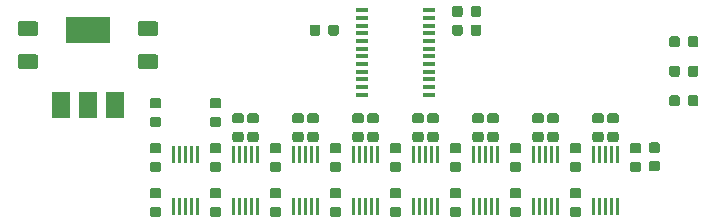
<source format=gtp>
G04 #@! TF.GenerationSoftware,KiCad,Pcbnew,(5.1.4)-1*
G04 #@! TF.CreationDate,2019-11-05T21:54:15-05:00*
G04 #@! TF.ProjectId,haptic-uhat,68617074-6963-42d7-9568-61742e6b6963,rev?*
G04 #@! TF.SameCoordinates,Original*
G04 #@! TF.FileFunction,Paste,Top*
G04 #@! TF.FilePolarity,Positive*
%FSLAX46Y46*%
G04 Gerber Fmt 4.6, Leading zero omitted, Abs format (unit mm)*
G04 Created by KiCad (PCBNEW (5.1.4)-1) date 2019-11-05 21:54:15*
%MOMM*%
%LPD*%
G04 APERTURE LIST*
%ADD10C,0.100000*%
%ADD11C,0.875000*%
%ADD12C,1.250000*%
%ADD13R,1.100000X0.400000*%
%ADD14C,0.300000*%
%ADD15R,1.500000X2.200000*%
%ADD16R,3.800000X2.200000*%
G04 APERTURE END LIST*
D10*
G36*
X67277691Y-44101053D02*
G01*
X67298926Y-44104203D01*
X67319750Y-44109419D01*
X67339962Y-44116651D01*
X67359368Y-44125830D01*
X67377781Y-44136866D01*
X67395024Y-44149654D01*
X67410930Y-44164070D01*
X67425346Y-44179976D01*
X67438134Y-44197219D01*
X67449170Y-44215632D01*
X67458349Y-44235038D01*
X67465581Y-44255250D01*
X67470797Y-44276074D01*
X67473947Y-44297309D01*
X67475000Y-44318750D01*
X67475000Y-44756250D01*
X67473947Y-44777691D01*
X67470797Y-44798926D01*
X67465581Y-44819750D01*
X67458349Y-44839962D01*
X67449170Y-44859368D01*
X67438134Y-44877781D01*
X67425346Y-44895024D01*
X67410930Y-44910930D01*
X67395024Y-44925346D01*
X67377781Y-44938134D01*
X67359368Y-44949170D01*
X67339962Y-44958349D01*
X67319750Y-44965581D01*
X67298926Y-44970797D01*
X67277691Y-44973947D01*
X67256250Y-44975000D01*
X66743750Y-44975000D01*
X66722309Y-44973947D01*
X66701074Y-44970797D01*
X66680250Y-44965581D01*
X66660038Y-44958349D01*
X66640632Y-44949170D01*
X66622219Y-44938134D01*
X66604976Y-44925346D01*
X66589070Y-44910930D01*
X66574654Y-44895024D01*
X66561866Y-44877781D01*
X66550830Y-44859368D01*
X66541651Y-44839962D01*
X66534419Y-44819750D01*
X66529203Y-44798926D01*
X66526053Y-44777691D01*
X66525000Y-44756250D01*
X66525000Y-44318750D01*
X66526053Y-44297309D01*
X66529203Y-44276074D01*
X66534419Y-44255250D01*
X66541651Y-44235038D01*
X66550830Y-44215632D01*
X66561866Y-44197219D01*
X66574654Y-44179976D01*
X66589070Y-44164070D01*
X66604976Y-44149654D01*
X66622219Y-44136866D01*
X66640632Y-44125830D01*
X66660038Y-44116651D01*
X66680250Y-44109419D01*
X66701074Y-44104203D01*
X66722309Y-44101053D01*
X66743750Y-44100000D01*
X67256250Y-44100000D01*
X67277691Y-44101053D01*
X67277691Y-44101053D01*
G37*
D11*
X67000000Y-44537500D03*
D10*
G36*
X67277691Y-42526053D02*
G01*
X67298926Y-42529203D01*
X67319750Y-42534419D01*
X67339962Y-42541651D01*
X67359368Y-42550830D01*
X67377781Y-42561866D01*
X67395024Y-42574654D01*
X67410930Y-42589070D01*
X67425346Y-42604976D01*
X67438134Y-42622219D01*
X67449170Y-42640632D01*
X67458349Y-42660038D01*
X67465581Y-42680250D01*
X67470797Y-42701074D01*
X67473947Y-42722309D01*
X67475000Y-42743750D01*
X67475000Y-43181250D01*
X67473947Y-43202691D01*
X67470797Y-43223926D01*
X67465581Y-43244750D01*
X67458349Y-43264962D01*
X67449170Y-43284368D01*
X67438134Y-43302781D01*
X67425346Y-43320024D01*
X67410930Y-43335930D01*
X67395024Y-43350346D01*
X67377781Y-43363134D01*
X67359368Y-43374170D01*
X67339962Y-43383349D01*
X67319750Y-43390581D01*
X67298926Y-43395797D01*
X67277691Y-43398947D01*
X67256250Y-43400000D01*
X66743750Y-43400000D01*
X66722309Y-43398947D01*
X66701074Y-43395797D01*
X66680250Y-43390581D01*
X66660038Y-43383349D01*
X66640632Y-43374170D01*
X66622219Y-43363134D01*
X66604976Y-43350346D01*
X66589070Y-43335930D01*
X66574654Y-43320024D01*
X66561866Y-43302781D01*
X66550830Y-43284368D01*
X66541651Y-43264962D01*
X66534419Y-43244750D01*
X66529203Y-43223926D01*
X66526053Y-43202691D01*
X66525000Y-43181250D01*
X66525000Y-42743750D01*
X66526053Y-42722309D01*
X66529203Y-42701074D01*
X66534419Y-42680250D01*
X66541651Y-42660038D01*
X66550830Y-42640632D01*
X66561866Y-42622219D01*
X66574654Y-42604976D01*
X66589070Y-42589070D01*
X66604976Y-42574654D01*
X66622219Y-42561866D01*
X66640632Y-42550830D01*
X66660038Y-42541651D01*
X66680250Y-42534419D01*
X66701074Y-42529203D01*
X66722309Y-42526053D01*
X66743750Y-42525000D01*
X67256250Y-42525000D01*
X67277691Y-42526053D01*
X67277691Y-42526053D01*
G37*
D11*
X67000000Y-42962500D03*
D10*
G36*
X14619504Y-32266204D02*
G01*
X14643773Y-32269804D01*
X14667571Y-32275765D01*
X14690671Y-32284030D01*
X14712849Y-32294520D01*
X14733893Y-32307133D01*
X14753598Y-32321747D01*
X14771777Y-32338223D01*
X14788253Y-32356402D01*
X14802867Y-32376107D01*
X14815480Y-32397151D01*
X14825970Y-32419329D01*
X14834235Y-32442429D01*
X14840196Y-32466227D01*
X14843796Y-32490496D01*
X14845000Y-32515000D01*
X14845000Y-33265000D01*
X14843796Y-33289504D01*
X14840196Y-33313773D01*
X14834235Y-33337571D01*
X14825970Y-33360671D01*
X14815480Y-33382849D01*
X14802867Y-33403893D01*
X14788253Y-33423598D01*
X14771777Y-33441777D01*
X14753598Y-33458253D01*
X14733893Y-33472867D01*
X14712849Y-33485480D01*
X14690671Y-33495970D01*
X14667571Y-33504235D01*
X14643773Y-33510196D01*
X14619504Y-33513796D01*
X14595000Y-33515000D01*
X13345000Y-33515000D01*
X13320496Y-33513796D01*
X13296227Y-33510196D01*
X13272429Y-33504235D01*
X13249329Y-33495970D01*
X13227151Y-33485480D01*
X13206107Y-33472867D01*
X13186402Y-33458253D01*
X13168223Y-33441777D01*
X13151747Y-33423598D01*
X13137133Y-33403893D01*
X13124520Y-33382849D01*
X13114030Y-33360671D01*
X13105765Y-33337571D01*
X13099804Y-33313773D01*
X13096204Y-33289504D01*
X13095000Y-33265000D01*
X13095000Y-32515000D01*
X13096204Y-32490496D01*
X13099804Y-32466227D01*
X13105765Y-32442429D01*
X13114030Y-32419329D01*
X13124520Y-32397151D01*
X13137133Y-32376107D01*
X13151747Y-32356402D01*
X13168223Y-32338223D01*
X13186402Y-32321747D01*
X13206107Y-32307133D01*
X13227151Y-32294520D01*
X13249329Y-32284030D01*
X13272429Y-32275765D01*
X13296227Y-32269804D01*
X13320496Y-32266204D01*
X13345000Y-32265000D01*
X14595000Y-32265000D01*
X14619504Y-32266204D01*
X14619504Y-32266204D01*
G37*
D12*
X13970000Y-32890000D03*
D10*
G36*
X14619504Y-35066204D02*
G01*
X14643773Y-35069804D01*
X14667571Y-35075765D01*
X14690671Y-35084030D01*
X14712849Y-35094520D01*
X14733893Y-35107133D01*
X14753598Y-35121747D01*
X14771777Y-35138223D01*
X14788253Y-35156402D01*
X14802867Y-35176107D01*
X14815480Y-35197151D01*
X14825970Y-35219329D01*
X14834235Y-35242429D01*
X14840196Y-35266227D01*
X14843796Y-35290496D01*
X14845000Y-35315000D01*
X14845000Y-36065000D01*
X14843796Y-36089504D01*
X14840196Y-36113773D01*
X14834235Y-36137571D01*
X14825970Y-36160671D01*
X14815480Y-36182849D01*
X14802867Y-36203893D01*
X14788253Y-36223598D01*
X14771777Y-36241777D01*
X14753598Y-36258253D01*
X14733893Y-36272867D01*
X14712849Y-36285480D01*
X14690671Y-36295970D01*
X14667571Y-36304235D01*
X14643773Y-36310196D01*
X14619504Y-36313796D01*
X14595000Y-36315000D01*
X13345000Y-36315000D01*
X13320496Y-36313796D01*
X13296227Y-36310196D01*
X13272429Y-36304235D01*
X13249329Y-36295970D01*
X13227151Y-36285480D01*
X13206107Y-36272867D01*
X13186402Y-36258253D01*
X13168223Y-36241777D01*
X13151747Y-36223598D01*
X13137133Y-36203893D01*
X13124520Y-36182849D01*
X13114030Y-36160671D01*
X13105765Y-36137571D01*
X13099804Y-36113773D01*
X13096204Y-36089504D01*
X13095000Y-36065000D01*
X13095000Y-35315000D01*
X13096204Y-35290496D01*
X13099804Y-35266227D01*
X13105765Y-35242429D01*
X13114030Y-35219329D01*
X13124520Y-35197151D01*
X13137133Y-35176107D01*
X13151747Y-35156402D01*
X13168223Y-35138223D01*
X13186402Y-35121747D01*
X13206107Y-35107133D01*
X13227151Y-35094520D01*
X13249329Y-35084030D01*
X13272429Y-35075765D01*
X13296227Y-35069804D01*
X13320496Y-35066204D01*
X13345000Y-35065000D01*
X14595000Y-35065000D01*
X14619504Y-35066204D01*
X14619504Y-35066204D01*
G37*
D12*
X13970000Y-35690000D03*
D10*
G36*
X30122691Y-44166053D02*
G01*
X30143926Y-44169203D01*
X30164750Y-44174419D01*
X30184962Y-44181651D01*
X30204368Y-44190830D01*
X30222781Y-44201866D01*
X30240024Y-44214654D01*
X30255930Y-44229070D01*
X30270346Y-44244976D01*
X30283134Y-44262219D01*
X30294170Y-44280632D01*
X30303349Y-44300038D01*
X30310581Y-44320250D01*
X30315797Y-44341074D01*
X30318947Y-44362309D01*
X30320000Y-44383750D01*
X30320000Y-44821250D01*
X30318947Y-44842691D01*
X30315797Y-44863926D01*
X30310581Y-44884750D01*
X30303349Y-44904962D01*
X30294170Y-44924368D01*
X30283134Y-44942781D01*
X30270346Y-44960024D01*
X30255930Y-44975930D01*
X30240024Y-44990346D01*
X30222781Y-45003134D01*
X30204368Y-45014170D01*
X30184962Y-45023349D01*
X30164750Y-45030581D01*
X30143926Y-45035797D01*
X30122691Y-45038947D01*
X30101250Y-45040000D01*
X29588750Y-45040000D01*
X29567309Y-45038947D01*
X29546074Y-45035797D01*
X29525250Y-45030581D01*
X29505038Y-45023349D01*
X29485632Y-45014170D01*
X29467219Y-45003134D01*
X29449976Y-44990346D01*
X29434070Y-44975930D01*
X29419654Y-44960024D01*
X29406866Y-44942781D01*
X29395830Y-44924368D01*
X29386651Y-44904962D01*
X29379419Y-44884750D01*
X29374203Y-44863926D01*
X29371053Y-44842691D01*
X29370000Y-44821250D01*
X29370000Y-44383750D01*
X29371053Y-44362309D01*
X29374203Y-44341074D01*
X29379419Y-44320250D01*
X29386651Y-44300038D01*
X29395830Y-44280632D01*
X29406866Y-44262219D01*
X29419654Y-44244976D01*
X29434070Y-44229070D01*
X29449976Y-44214654D01*
X29467219Y-44201866D01*
X29485632Y-44190830D01*
X29505038Y-44181651D01*
X29525250Y-44174419D01*
X29546074Y-44169203D01*
X29567309Y-44166053D01*
X29588750Y-44165000D01*
X30101250Y-44165000D01*
X30122691Y-44166053D01*
X30122691Y-44166053D01*
G37*
D11*
X29845000Y-44602500D03*
D10*
G36*
X30122691Y-42591053D02*
G01*
X30143926Y-42594203D01*
X30164750Y-42599419D01*
X30184962Y-42606651D01*
X30204368Y-42615830D01*
X30222781Y-42626866D01*
X30240024Y-42639654D01*
X30255930Y-42654070D01*
X30270346Y-42669976D01*
X30283134Y-42687219D01*
X30294170Y-42705632D01*
X30303349Y-42725038D01*
X30310581Y-42745250D01*
X30315797Y-42766074D01*
X30318947Y-42787309D01*
X30320000Y-42808750D01*
X30320000Y-43246250D01*
X30318947Y-43267691D01*
X30315797Y-43288926D01*
X30310581Y-43309750D01*
X30303349Y-43329962D01*
X30294170Y-43349368D01*
X30283134Y-43367781D01*
X30270346Y-43385024D01*
X30255930Y-43400930D01*
X30240024Y-43415346D01*
X30222781Y-43428134D01*
X30204368Y-43439170D01*
X30184962Y-43448349D01*
X30164750Y-43455581D01*
X30143926Y-43460797D01*
X30122691Y-43463947D01*
X30101250Y-43465000D01*
X29588750Y-43465000D01*
X29567309Y-43463947D01*
X29546074Y-43460797D01*
X29525250Y-43455581D01*
X29505038Y-43448349D01*
X29485632Y-43439170D01*
X29467219Y-43428134D01*
X29449976Y-43415346D01*
X29434070Y-43400930D01*
X29419654Y-43385024D01*
X29406866Y-43367781D01*
X29395830Y-43349368D01*
X29386651Y-43329962D01*
X29379419Y-43309750D01*
X29374203Y-43288926D01*
X29371053Y-43267691D01*
X29370000Y-43246250D01*
X29370000Y-42808750D01*
X29371053Y-42787309D01*
X29374203Y-42766074D01*
X29379419Y-42745250D01*
X29386651Y-42725038D01*
X29395830Y-42705632D01*
X29406866Y-42687219D01*
X29419654Y-42669976D01*
X29434070Y-42654070D01*
X29449976Y-42639654D01*
X29467219Y-42626866D01*
X29485632Y-42615830D01*
X29505038Y-42606651D01*
X29525250Y-42599419D01*
X29546074Y-42594203D01*
X29567309Y-42591053D01*
X29588750Y-42590000D01*
X30101250Y-42590000D01*
X30122691Y-42591053D01*
X30122691Y-42591053D01*
G37*
D11*
X29845000Y-43027500D03*
D13*
X42235000Y-31350000D03*
X42235000Y-32000000D03*
X42235000Y-32650000D03*
X42235000Y-33300000D03*
X42235000Y-33950000D03*
X42235000Y-34600000D03*
X42235000Y-35250000D03*
X42235000Y-35900000D03*
X42235000Y-36550000D03*
X42235000Y-37200000D03*
X42235000Y-37850000D03*
X42235000Y-38500000D03*
X47935000Y-38500000D03*
X47935000Y-37850000D03*
X47935000Y-37200000D03*
X47935000Y-36550000D03*
X47935000Y-35900000D03*
X47935000Y-35250000D03*
X47935000Y-34600000D03*
X47935000Y-33950000D03*
X47935000Y-33300000D03*
X47935000Y-32650000D03*
X47935000Y-32000000D03*
X47935000Y-31350000D03*
D10*
G36*
X52145191Y-32546053D02*
G01*
X52166426Y-32549203D01*
X52187250Y-32554419D01*
X52207462Y-32561651D01*
X52226868Y-32570830D01*
X52245281Y-32581866D01*
X52262524Y-32594654D01*
X52278430Y-32609070D01*
X52292846Y-32624976D01*
X52305634Y-32642219D01*
X52316670Y-32660632D01*
X52325849Y-32680038D01*
X52333081Y-32700250D01*
X52338297Y-32721074D01*
X52341447Y-32742309D01*
X52342500Y-32763750D01*
X52342500Y-33276250D01*
X52341447Y-33297691D01*
X52338297Y-33318926D01*
X52333081Y-33339750D01*
X52325849Y-33359962D01*
X52316670Y-33379368D01*
X52305634Y-33397781D01*
X52292846Y-33415024D01*
X52278430Y-33430930D01*
X52262524Y-33445346D01*
X52245281Y-33458134D01*
X52226868Y-33469170D01*
X52207462Y-33478349D01*
X52187250Y-33485581D01*
X52166426Y-33490797D01*
X52145191Y-33493947D01*
X52123750Y-33495000D01*
X51686250Y-33495000D01*
X51664809Y-33493947D01*
X51643574Y-33490797D01*
X51622750Y-33485581D01*
X51602538Y-33478349D01*
X51583132Y-33469170D01*
X51564719Y-33458134D01*
X51547476Y-33445346D01*
X51531570Y-33430930D01*
X51517154Y-33415024D01*
X51504366Y-33397781D01*
X51493330Y-33379368D01*
X51484151Y-33359962D01*
X51476919Y-33339750D01*
X51471703Y-33318926D01*
X51468553Y-33297691D01*
X51467500Y-33276250D01*
X51467500Y-32763750D01*
X51468553Y-32742309D01*
X51471703Y-32721074D01*
X51476919Y-32700250D01*
X51484151Y-32680038D01*
X51493330Y-32660632D01*
X51504366Y-32642219D01*
X51517154Y-32624976D01*
X51531570Y-32609070D01*
X51547476Y-32594654D01*
X51564719Y-32581866D01*
X51583132Y-32570830D01*
X51602538Y-32561651D01*
X51622750Y-32554419D01*
X51643574Y-32549203D01*
X51664809Y-32546053D01*
X51686250Y-32545000D01*
X52123750Y-32545000D01*
X52145191Y-32546053D01*
X52145191Y-32546053D01*
G37*
D11*
X51905000Y-33020000D03*
D10*
G36*
X50570191Y-32546053D02*
G01*
X50591426Y-32549203D01*
X50612250Y-32554419D01*
X50632462Y-32561651D01*
X50651868Y-32570830D01*
X50670281Y-32581866D01*
X50687524Y-32594654D01*
X50703430Y-32609070D01*
X50717846Y-32624976D01*
X50730634Y-32642219D01*
X50741670Y-32660632D01*
X50750849Y-32680038D01*
X50758081Y-32700250D01*
X50763297Y-32721074D01*
X50766447Y-32742309D01*
X50767500Y-32763750D01*
X50767500Y-33276250D01*
X50766447Y-33297691D01*
X50763297Y-33318926D01*
X50758081Y-33339750D01*
X50750849Y-33359962D01*
X50741670Y-33379368D01*
X50730634Y-33397781D01*
X50717846Y-33415024D01*
X50703430Y-33430930D01*
X50687524Y-33445346D01*
X50670281Y-33458134D01*
X50651868Y-33469170D01*
X50632462Y-33478349D01*
X50612250Y-33485581D01*
X50591426Y-33490797D01*
X50570191Y-33493947D01*
X50548750Y-33495000D01*
X50111250Y-33495000D01*
X50089809Y-33493947D01*
X50068574Y-33490797D01*
X50047750Y-33485581D01*
X50027538Y-33478349D01*
X50008132Y-33469170D01*
X49989719Y-33458134D01*
X49972476Y-33445346D01*
X49956570Y-33430930D01*
X49942154Y-33415024D01*
X49929366Y-33397781D01*
X49918330Y-33379368D01*
X49909151Y-33359962D01*
X49901919Y-33339750D01*
X49896703Y-33318926D01*
X49893553Y-33297691D01*
X49892500Y-33276250D01*
X49892500Y-32763750D01*
X49893553Y-32742309D01*
X49896703Y-32721074D01*
X49901919Y-32700250D01*
X49909151Y-32680038D01*
X49918330Y-32660632D01*
X49929366Y-32642219D01*
X49942154Y-32624976D01*
X49956570Y-32609070D01*
X49972476Y-32594654D01*
X49989719Y-32581866D01*
X50008132Y-32570830D01*
X50027538Y-32561651D01*
X50047750Y-32554419D01*
X50068574Y-32549203D01*
X50089809Y-32546053D01*
X50111250Y-32545000D01*
X50548750Y-32545000D01*
X50570191Y-32546053D01*
X50570191Y-32546053D01*
G37*
D11*
X50330000Y-33020000D03*
D10*
G36*
X50570191Y-30958553D02*
G01*
X50591426Y-30961703D01*
X50612250Y-30966919D01*
X50632462Y-30974151D01*
X50651868Y-30983330D01*
X50670281Y-30994366D01*
X50687524Y-31007154D01*
X50703430Y-31021570D01*
X50717846Y-31037476D01*
X50730634Y-31054719D01*
X50741670Y-31073132D01*
X50750849Y-31092538D01*
X50758081Y-31112750D01*
X50763297Y-31133574D01*
X50766447Y-31154809D01*
X50767500Y-31176250D01*
X50767500Y-31688750D01*
X50766447Y-31710191D01*
X50763297Y-31731426D01*
X50758081Y-31752250D01*
X50750849Y-31772462D01*
X50741670Y-31791868D01*
X50730634Y-31810281D01*
X50717846Y-31827524D01*
X50703430Y-31843430D01*
X50687524Y-31857846D01*
X50670281Y-31870634D01*
X50651868Y-31881670D01*
X50632462Y-31890849D01*
X50612250Y-31898081D01*
X50591426Y-31903297D01*
X50570191Y-31906447D01*
X50548750Y-31907500D01*
X50111250Y-31907500D01*
X50089809Y-31906447D01*
X50068574Y-31903297D01*
X50047750Y-31898081D01*
X50027538Y-31890849D01*
X50008132Y-31881670D01*
X49989719Y-31870634D01*
X49972476Y-31857846D01*
X49956570Y-31843430D01*
X49942154Y-31827524D01*
X49929366Y-31810281D01*
X49918330Y-31791868D01*
X49909151Y-31772462D01*
X49901919Y-31752250D01*
X49896703Y-31731426D01*
X49893553Y-31710191D01*
X49892500Y-31688750D01*
X49892500Y-31176250D01*
X49893553Y-31154809D01*
X49896703Y-31133574D01*
X49901919Y-31112750D01*
X49909151Y-31092538D01*
X49918330Y-31073132D01*
X49929366Y-31054719D01*
X49942154Y-31037476D01*
X49956570Y-31021570D01*
X49972476Y-31007154D01*
X49989719Y-30994366D01*
X50008132Y-30983330D01*
X50027538Y-30974151D01*
X50047750Y-30966919D01*
X50068574Y-30961703D01*
X50089809Y-30958553D01*
X50111250Y-30957500D01*
X50548750Y-30957500D01*
X50570191Y-30958553D01*
X50570191Y-30958553D01*
G37*
D11*
X50330000Y-31432500D03*
D10*
G36*
X52145191Y-30958553D02*
G01*
X52166426Y-30961703D01*
X52187250Y-30966919D01*
X52207462Y-30974151D01*
X52226868Y-30983330D01*
X52245281Y-30994366D01*
X52262524Y-31007154D01*
X52278430Y-31021570D01*
X52292846Y-31037476D01*
X52305634Y-31054719D01*
X52316670Y-31073132D01*
X52325849Y-31092538D01*
X52333081Y-31112750D01*
X52338297Y-31133574D01*
X52341447Y-31154809D01*
X52342500Y-31176250D01*
X52342500Y-31688750D01*
X52341447Y-31710191D01*
X52338297Y-31731426D01*
X52333081Y-31752250D01*
X52325849Y-31772462D01*
X52316670Y-31791868D01*
X52305634Y-31810281D01*
X52292846Y-31827524D01*
X52278430Y-31843430D01*
X52262524Y-31857846D01*
X52245281Y-31870634D01*
X52226868Y-31881670D01*
X52207462Y-31890849D01*
X52187250Y-31898081D01*
X52166426Y-31903297D01*
X52145191Y-31906447D01*
X52123750Y-31907500D01*
X51686250Y-31907500D01*
X51664809Y-31906447D01*
X51643574Y-31903297D01*
X51622750Y-31898081D01*
X51602538Y-31890849D01*
X51583132Y-31881670D01*
X51564719Y-31870634D01*
X51547476Y-31857846D01*
X51531570Y-31843430D01*
X51517154Y-31827524D01*
X51504366Y-31810281D01*
X51493330Y-31791868D01*
X51484151Y-31772462D01*
X51476919Y-31752250D01*
X51471703Y-31731426D01*
X51468553Y-31710191D01*
X51467500Y-31688750D01*
X51467500Y-31176250D01*
X51468553Y-31154809D01*
X51471703Y-31133574D01*
X51476919Y-31112750D01*
X51484151Y-31092538D01*
X51493330Y-31073132D01*
X51504366Y-31054719D01*
X51517154Y-31037476D01*
X51531570Y-31021570D01*
X51547476Y-31007154D01*
X51564719Y-30994366D01*
X51583132Y-30983330D01*
X51602538Y-30974151D01*
X51622750Y-30966919D01*
X51643574Y-30961703D01*
X51664809Y-30958553D01*
X51686250Y-30957500D01*
X52123750Y-30957500D01*
X52145191Y-30958553D01*
X52145191Y-30958553D01*
G37*
D11*
X51905000Y-31432500D03*
D10*
G36*
X35202691Y-44166053D02*
G01*
X35223926Y-44169203D01*
X35244750Y-44174419D01*
X35264962Y-44181651D01*
X35284368Y-44190830D01*
X35302781Y-44201866D01*
X35320024Y-44214654D01*
X35335930Y-44229070D01*
X35350346Y-44244976D01*
X35363134Y-44262219D01*
X35374170Y-44280632D01*
X35383349Y-44300038D01*
X35390581Y-44320250D01*
X35395797Y-44341074D01*
X35398947Y-44362309D01*
X35400000Y-44383750D01*
X35400000Y-44821250D01*
X35398947Y-44842691D01*
X35395797Y-44863926D01*
X35390581Y-44884750D01*
X35383349Y-44904962D01*
X35374170Y-44924368D01*
X35363134Y-44942781D01*
X35350346Y-44960024D01*
X35335930Y-44975930D01*
X35320024Y-44990346D01*
X35302781Y-45003134D01*
X35284368Y-45014170D01*
X35264962Y-45023349D01*
X35244750Y-45030581D01*
X35223926Y-45035797D01*
X35202691Y-45038947D01*
X35181250Y-45040000D01*
X34668750Y-45040000D01*
X34647309Y-45038947D01*
X34626074Y-45035797D01*
X34605250Y-45030581D01*
X34585038Y-45023349D01*
X34565632Y-45014170D01*
X34547219Y-45003134D01*
X34529976Y-44990346D01*
X34514070Y-44975930D01*
X34499654Y-44960024D01*
X34486866Y-44942781D01*
X34475830Y-44924368D01*
X34466651Y-44904962D01*
X34459419Y-44884750D01*
X34454203Y-44863926D01*
X34451053Y-44842691D01*
X34450000Y-44821250D01*
X34450000Y-44383750D01*
X34451053Y-44362309D01*
X34454203Y-44341074D01*
X34459419Y-44320250D01*
X34466651Y-44300038D01*
X34475830Y-44280632D01*
X34486866Y-44262219D01*
X34499654Y-44244976D01*
X34514070Y-44229070D01*
X34529976Y-44214654D01*
X34547219Y-44201866D01*
X34565632Y-44190830D01*
X34585038Y-44181651D01*
X34605250Y-44174419D01*
X34626074Y-44169203D01*
X34647309Y-44166053D01*
X34668750Y-44165000D01*
X35181250Y-44165000D01*
X35202691Y-44166053D01*
X35202691Y-44166053D01*
G37*
D11*
X34925000Y-44602500D03*
D10*
G36*
X35202691Y-42591053D02*
G01*
X35223926Y-42594203D01*
X35244750Y-42599419D01*
X35264962Y-42606651D01*
X35284368Y-42615830D01*
X35302781Y-42626866D01*
X35320024Y-42639654D01*
X35335930Y-42654070D01*
X35350346Y-42669976D01*
X35363134Y-42687219D01*
X35374170Y-42705632D01*
X35383349Y-42725038D01*
X35390581Y-42745250D01*
X35395797Y-42766074D01*
X35398947Y-42787309D01*
X35400000Y-42808750D01*
X35400000Y-43246250D01*
X35398947Y-43267691D01*
X35395797Y-43288926D01*
X35390581Y-43309750D01*
X35383349Y-43329962D01*
X35374170Y-43349368D01*
X35363134Y-43367781D01*
X35350346Y-43385024D01*
X35335930Y-43400930D01*
X35320024Y-43415346D01*
X35302781Y-43428134D01*
X35284368Y-43439170D01*
X35264962Y-43448349D01*
X35244750Y-43455581D01*
X35223926Y-43460797D01*
X35202691Y-43463947D01*
X35181250Y-43465000D01*
X34668750Y-43465000D01*
X34647309Y-43463947D01*
X34626074Y-43460797D01*
X34605250Y-43455581D01*
X34585038Y-43448349D01*
X34565632Y-43439170D01*
X34547219Y-43428134D01*
X34529976Y-43415346D01*
X34514070Y-43400930D01*
X34499654Y-43385024D01*
X34486866Y-43367781D01*
X34475830Y-43349368D01*
X34466651Y-43329962D01*
X34459419Y-43309750D01*
X34454203Y-43288926D01*
X34451053Y-43267691D01*
X34450000Y-43246250D01*
X34450000Y-42808750D01*
X34451053Y-42787309D01*
X34454203Y-42766074D01*
X34459419Y-42745250D01*
X34466651Y-42725038D01*
X34475830Y-42705632D01*
X34486866Y-42687219D01*
X34499654Y-42669976D01*
X34514070Y-42654070D01*
X34529976Y-42639654D01*
X34547219Y-42626866D01*
X34565632Y-42615830D01*
X34585038Y-42606651D01*
X34605250Y-42599419D01*
X34626074Y-42594203D01*
X34647309Y-42591053D01*
X34668750Y-42590000D01*
X35181250Y-42590000D01*
X35202691Y-42591053D01*
X35202691Y-42591053D01*
G37*
D11*
X34925000Y-43027500D03*
D10*
G36*
X40282691Y-44166053D02*
G01*
X40303926Y-44169203D01*
X40324750Y-44174419D01*
X40344962Y-44181651D01*
X40364368Y-44190830D01*
X40382781Y-44201866D01*
X40400024Y-44214654D01*
X40415930Y-44229070D01*
X40430346Y-44244976D01*
X40443134Y-44262219D01*
X40454170Y-44280632D01*
X40463349Y-44300038D01*
X40470581Y-44320250D01*
X40475797Y-44341074D01*
X40478947Y-44362309D01*
X40480000Y-44383750D01*
X40480000Y-44821250D01*
X40478947Y-44842691D01*
X40475797Y-44863926D01*
X40470581Y-44884750D01*
X40463349Y-44904962D01*
X40454170Y-44924368D01*
X40443134Y-44942781D01*
X40430346Y-44960024D01*
X40415930Y-44975930D01*
X40400024Y-44990346D01*
X40382781Y-45003134D01*
X40364368Y-45014170D01*
X40344962Y-45023349D01*
X40324750Y-45030581D01*
X40303926Y-45035797D01*
X40282691Y-45038947D01*
X40261250Y-45040000D01*
X39748750Y-45040000D01*
X39727309Y-45038947D01*
X39706074Y-45035797D01*
X39685250Y-45030581D01*
X39665038Y-45023349D01*
X39645632Y-45014170D01*
X39627219Y-45003134D01*
X39609976Y-44990346D01*
X39594070Y-44975930D01*
X39579654Y-44960024D01*
X39566866Y-44942781D01*
X39555830Y-44924368D01*
X39546651Y-44904962D01*
X39539419Y-44884750D01*
X39534203Y-44863926D01*
X39531053Y-44842691D01*
X39530000Y-44821250D01*
X39530000Y-44383750D01*
X39531053Y-44362309D01*
X39534203Y-44341074D01*
X39539419Y-44320250D01*
X39546651Y-44300038D01*
X39555830Y-44280632D01*
X39566866Y-44262219D01*
X39579654Y-44244976D01*
X39594070Y-44229070D01*
X39609976Y-44214654D01*
X39627219Y-44201866D01*
X39645632Y-44190830D01*
X39665038Y-44181651D01*
X39685250Y-44174419D01*
X39706074Y-44169203D01*
X39727309Y-44166053D01*
X39748750Y-44165000D01*
X40261250Y-44165000D01*
X40282691Y-44166053D01*
X40282691Y-44166053D01*
G37*
D11*
X40005000Y-44602500D03*
D10*
G36*
X40282691Y-42591053D02*
G01*
X40303926Y-42594203D01*
X40324750Y-42599419D01*
X40344962Y-42606651D01*
X40364368Y-42615830D01*
X40382781Y-42626866D01*
X40400024Y-42639654D01*
X40415930Y-42654070D01*
X40430346Y-42669976D01*
X40443134Y-42687219D01*
X40454170Y-42705632D01*
X40463349Y-42725038D01*
X40470581Y-42745250D01*
X40475797Y-42766074D01*
X40478947Y-42787309D01*
X40480000Y-42808750D01*
X40480000Y-43246250D01*
X40478947Y-43267691D01*
X40475797Y-43288926D01*
X40470581Y-43309750D01*
X40463349Y-43329962D01*
X40454170Y-43349368D01*
X40443134Y-43367781D01*
X40430346Y-43385024D01*
X40415930Y-43400930D01*
X40400024Y-43415346D01*
X40382781Y-43428134D01*
X40364368Y-43439170D01*
X40344962Y-43448349D01*
X40324750Y-43455581D01*
X40303926Y-43460797D01*
X40282691Y-43463947D01*
X40261250Y-43465000D01*
X39748750Y-43465000D01*
X39727309Y-43463947D01*
X39706074Y-43460797D01*
X39685250Y-43455581D01*
X39665038Y-43448349D01*
X39645632Y-43439170D01*
X39627219Y-43428134D01*
X39609976Y-43415346D01*
X39594070Y-43400930D01*
X39579654Y-43385024D01*
X39566866Y-43367781D01*
X39555830Y-43349368D01*
X39546651Y-43329962D01*
X39539419Y-43309750D01*
X39534203Y-43288926D01*
X39531053Y-43267691D01*
X39530000Y-43246250D01*
X39530000Y-42808750D01*
X39531053Y-42787309D01*
X39534203Y-42766074D01*
X39539419Y-42745250D01*
X39546651Y-42725038D01*
X39555830Y-42705632D01*
X39566866Y-42687219D01*
X39579654Y-42669976D01*
X39594070Y-42654070D01*
X39609976Y-42639654D01*
X39627219Y-42626866D01*
X39645632Y-42615830D01*
X39665038Y-42606651D01*
X39685250Y-42599419D01*
X39706074Y-42594203D01*
X39727309Y-42591053D01*
X39748750Y-42590000D01*
X40261250Y-42590000D01*
X40282691Y-42591053D01*
X40282691Y-42591053D01*
G37*
D11*
X40005000Y-43027500D03*
D10*
G36*
X25042691Y-47976053D02*
G01*
X25063926Y-47979203D01*
X25084750Y-47984419D01*
X25104962Y-47991651D01*
X25124368Y-48000830D01*
X25142781Y-48011866D01*
X25160024Y-48024654D01*
X25175930Y-48039070D01*
X25190346Y-48054976D01*
X25203134Y-48072219D01*
X25214170Y-48090632D01*
X25223349Y-48110038D01*
X25230581Y-48130250D01*
X25235797Y-48151074D01*
X25238947Y-48172309D01*
X25240000Y-48193750D01*
X25240000Y-48631250D01*
X25238947Y-48652691D01*
X25235797Y-48673926D01*
X25230581Y-48694750D01*
X25223349Y-48714962D01*
X25214170Y-48734368D01*
X25203134Y-48752781D01*
X25190346Y-48770024D01*
X25175930Y-48785930D01*
X25160024Y-48800346D01*
X25142781Y-48813134D01*
X25124368Y-48824170D01*
X25104962Y-48833349D01*
X25084750Y-48840581D01*
X25063926Y-48845797D01*
X25042691Y-48848947D01*
X25021250Y-48850000D01*
X24508750Y-48850000D01*
X24487309Y-48848947D01*
X24466074Y-48845797D01*
X24445250Y-48840581D01*
X24425038Y-48833349D01*
X24405632Y-48824170D01*
X24387219Y-48813134D01*
X24369976Y-48800346D01*
X24354070Y-48785930D01*
X24339654Y-48770024D01*
X24326866Y-48752781D01*
X24315830Y-48734368D01*
X24306651Y-48714962D01*
X24299419Y-48694750D01*
X24294203Y-48673926D01*
X24291053Y-48652691D01*
X24290000Y-48631250D01*
X24290000Y-48193750D01*
X24291053Y-48172309D01*
X24294203Y-48151074D01*
X24299419Y-48130250D01*
X24306651Y-48110038D01*
X24315830Y-48090632D01*
X24326866Y-48072219D01*
X24339654Y-48054976D01*
X24354070Y-48039070D01*
X24369976Y-48024654D01*
X24387219Y-48011866D01*
X24405632Y-48000830D01*
X24425038Y-47991651D01*
X24445250Y-47984419D01*
X24466074Y-47979203D01*
X24487309Y-47976053D01*
X24508750Y-47975000D01*
X25021250Y-47975000D01*
X25042691Y-47976053D01*
X25042691Y-47976053D01*
G37*
D11*
X24765000Y-48412500D03*
D10*
G36*
X25042691Y-46401053D02*
G01*
X25063926Y-46404203D01*
X25084750Y-46409419D01*
X25104962Y-46416651D01*
X25124368Y-46425830D01*
X25142781Y-46436866D01*
X25160024Y-46449654D01*
X25175930Y-46464070D01*
X25190346Y-46479976D01*
X25203134Y-46497219D01*
X25214170Y-46515632D01*
X25223349Y-46535038D01*
X25230581Y-46555250D01*
X25235797Y-46576074D01*
X25238947Y-46597309D01*
X25240000Y-46618750D01*
X25240000Y-47056250D01*
X25238947Y-47077691D01*
X25235797Y-47098926D01*
X25230581Y-47119750D01*
X25223349Y-47139962D01*
X25214170Y-47159368D01*
X25203134Y-47177781D01*
X25190346Y-47195024D01*
X25175930Y-47210930D01*
X25160024Y-47225346D01*
X25142781Y-47238134D01*
X25124368Y-47249170D01*
X25104962Y-47258349D01*
X25084750Y-47265581D01*
X25063926Y-47270797D01*
X25042691Y-47273947D01*
X25021250Y-47275000D01*
X24508750Y-47275000D01*
X24487309Y-47273947D01*
X24466074Y-47270797D01*
X24445250Y-47265581D01*
X24425038Y-47258349D01*
X24405632Y-47249170D01*
X24387219Y-47238134D01*
X24369976Y-47225346D01*
X24354070Y-47210930D01*
X24339654Y-47195024D01*
X24326866Y-47177781D01*
X24315830Y-47159368D01*
X24306651Y-47139962D01*
X24299419Y-47119750D01*
X24294203Y-47098926D01*
X24291053Y-47077691D01*
X24290000Y-47056250D01*
X24290000Y-46618750D01*
X24291053Y-46597309D01*
X24294203Y-46576074D01*
X24299419Y-46555250D01*
X24306651Y-46535038D01*
X24315830Y-46515632D01*
X24326866Y-46497219D01*
X24339654Y-46479976D01*
X24354070Y-46464070D01*
X24369976Y-46449654D01*
X24387219Y-46436866D01*
X24405632Y-46425830D01*
X24425038Y-46416651D01*
X24445250Y-46409419D01*
X24466074Y-46404203D01*
X24487309Y-46401053D01*
X24508750Y-46400000D01*
X25021250Y-46400000D01*
X25042691Y-46401053D01*
X25042691Y-46401053D01*
G37*
D11*
X24765000Y-46837500D03*
D10*
G36*
X30122691Y-47976053D02*
G01*
X30143926Y-47979203D01*
X30164750Y-47984419D01*
X30184962Y-47991651D01*
X30204368Y-48000830D01*
X30222781Y-48011866D01*
X30240024Y-48024654D01*
X30255930Y-48039070D01*
X30270346Y-48054976D01*
X30283134Y-48072219D01*
X30294170Y-48090632D01*
X30303349Y-48110038D01*
X30310581Y-48130250D01*
X30315797Y-48151074D01*
X30318947Y-48172309D01*
X30320000Y-48193750D01*
X30320000Y-48631250D01*
X30318947Y-48652691D01*
X30315797Y-48673926D01*
X30310581Y-48694750D01*
X30303349Y-48714962D01*
X30294170Y-48734368D01*
X30283134Y-48752781D01*
X30270346Y-48770024D01*
X30255930Y-48785930D01*
X30240024Y-48800346D01*
X30222781Y-48813134D01*
X30204368Y-48824170D01*
X30184962Y-48833349D01*
X30164750Y-48840581D01*
X30143926Y-48845797D01*
X30122691Y-48848947D01*
X30101250Y-48850000D01*
X29588750Y-48850000D01*
X29567309Y-48848947D01*
X29546074Y-48845797D01*
X29525250Y-48840581D01*
X29505038Y-48833349D01*
X29485632Y-48824170D01*
X29467219Y-48813134D01*
X29449976Y-48800346D01*
X29434070Y-48785930D01*
X29419654Y-48770024D01*
X29406866Y-48752781D01*
X29395830Y-48734368D01*
X29386651Y-48714962D01*
X29379419Y-48694750D01*
X29374203Y-48673926D01*
X29371053Y-48652691D01*
X29370000Y-48631250D01*
X29370000Y-48193750D01*
X29371053Y-48172309D01*
X29374203Y-48151074D01*
X29379419Y-48130250D01*
X29386651Y-48110038D01*
X29395830Y-48090632D01*
X29406866Y-48072219D01*
X29419654Y-48054976D01*
X29434070Y-48039070D01*
X29449976Y-48024654D01*
X29467219Y-48011866D01*
X29485632Y-48000830D01*
X29505038Y-47991651D01*
X29525250Y-47984419D01*
X29546074Y-47979203D01*
X29567309Y-47976053D01*
X29588750Y-47975000D01*
X30101250Y-47975000D01*
X30122691Y-47976053D01*
X30122691Y-47976053D01*
G37*
D11*
X29845000Y-48412500D03*
D10*
G36*
X30122691Y-46401053D02*
G01*
X30143926Y-46404203D01*
X30164750Y-46409419D01*
X30184962Y-46416651D01*
X30204368Y-46425830D01*
X30222781Y-46436866D01*
X30240024Y-46449654D01*
X30255930Y-46464070D01*
X30270346Y-46479976D01*
X30283134Y-46497219D01*
X30294170Y-46515632D01*
X30303349Y-46535038D01*
X30310581Y-46555250D01*
X30315797Y-46576074D01*
X30318947Y-46597309D01*
X30320000Y-46618750D01*
X30320000Y-47056250D01*
X30318947Y-47077691D01*
X30315797Y-47098926D01*
X30310581Y-47119750D01*
X30303349Y-47139962D01*
X30294170Y-47159368D01*
X30283134Y-47177781D01*
X30270346Y-47195024D01*
X30255930Y-47210930D01*
X30240024Y-47225346D01*
X30222781Y-47238134D01*
X30204368Y-47249170D01*
X30184962Y-47258349D01*
X30164750Y-47265581D01*
X30143926Y-47270797D01*
X30122691Y-47273947D01*
X30101250Y-47275000D01*
X29588750Y-47275000D01*
X29567309Y-47273947D01*
X29546074Y-47270797D01*
X29525250Y-47265581D01*
X29505038Y-47258349D01*
X29485632Y-47249170D01*
X29467219Y-47238134D01*
X29449976Y-47225346D01*
X29434070Y-47210930D01*
X29419654Y-47195024D01*
X29406866Y-47177781D01*
X29395830Y-47159368D01*
X29386651Y-47139962D01*
X29379419Y-47119750D01*
X29374203Y-47098926D01*
X29371053Y-47077691D01*
X29370000Y-47056250D01*
X29370000Y-46618750D01*
X29371053Y-46597309D01*
X29374203Y-46576074D01*
X29379419Y-46555250D01*
X29386651Y-46535038D01*
X29395830Y-46515632D01*
X29406866Y-46497219D01*
X29419654Y-46479976D01*
X29434070Y-46464070D01*
X29449976Y-46449654D01*
X29467219Y-46436866D01*
X29485632Y-46425830D01*
X29505038Y-46416651D01*
X29525250Y-46409419D01*
X29546074Y-46404203D01*
X29567309Y-46401053D01*
X29588750Y-46400000D01*
X30101250Y-46400000D01*
X30122691Y-46401053D01*
X30122691Y-46401053D01*
G37*
D11*
X29845000Y-46837500D03*
D10*
G36*
X35202691Y-47976053D02*
G01*
X35223926Y-47979203D01*
X35244750Y-47984419D01*
X35264962Y-47991651D01*
X35284368Y-48000830D01*
X35302781Y-48011866D01*
X35320024Y-48024654D01*
X35335930Y-48039070D01*
X35350346Y-48054976D01*
X35363134Y-48072219D01*
X35374170Y-48090632D01*
X35383349Y-48110038D01*
X35390581Y-48130250D01*
X35395797Y-48151074D01*
X35398947Y-48172309D01*
X35400000Y-48193750D01*
X35400000Y-48631250D01*
X35398947Y-48652691D01*
X35395797Y-48673926D01*
X35390581Y-48694750D01*
X35383349Y-48714962D01*
X35374170Y-48734368D01*
X35363134Y-48752781D01*
X35350346Y-48770024D01*
X35335930Y-48785930D01*
X35320024Y-48800346D01*
X35302781Y-48813134D01*
X35284368Y-48824170D01*
X35264962Y-48833349D01*
X35244750Y-48840581D01*
X35223926Y-48845797D01*
X35202691Y-48848947D01*
X35181250Y-48850000D01*
X34668750Y-48850000D01*
X34647309Y-48848947D01*
X34626074Y-48845797D01*
X34605250Y-48840581D01*
X34585038Y-48833349D01*
X34565632Y-48824170D01*
X34547219Y-48813134D01*
X34529976Y-48800346D01*
X34514070Y-48785930D01*
X34499654Y-48770024D01*
X34486866Y-48752781D01*
X34475830Y-48734368D01*
X34466651Y-48714962D01*
X34459419Y-48694750D01*
X34454203Y-48673926D01*
X34451053Y-48652691D01*
X34450000Y-48631250D01*
X34450000Y-48193750D01*
X34451053Y-48172309D01*
X34454203Y-48151074D01*
X34459419Y-48130250D01*
X34466651Y-48110038D01*
X34475830Y-48090632D01*
X34486866Y-48072219D01*
X34499654Y-48054976D01*
X34514070Y-48039070D01*
X34529976Y-48024654D01*
X34547219Y-48011866D01*
X34565632Y-48000830D01*
X34585038Y-47991651D01*
X34605250Y-47984419D01*
X34626074Y-47979203D01*
X34647309Y-47976053D01*
X34668750Y-47975000D01*
X35181250Y-47975000D01*
X35202691Y-47976053D01*
X35202691Y-47976053D01*
G37*
D11*
X34925000Y-48412500D03*
D10*
G36*
X35202691Y-46401053D02*
G01*
X35223926Y-46404203D01*
X35244750Y-46409419D01*
X35264962Y-46416651D01*
X35284368Y-46425830D01*
X35302781Y-46436866D01*
X35320024Y-46449654D01*
X35335930Y-46464070D01*
X35350346Y-46479976D01*
X35363134Y-46497219D01*
X35374170Y-46515632D01*
X35383349Y-46535038D01*
X35390581Y-46555250D01*
X35395797Y-46576074D01*
X35398947Y-46597309D01*
X35400000Y-46618750D01*
X35400000Y-47056250D01*
X35398947Y-47077691D01*
X35395797Y-47098926D01*
X35390581Y-47119750D01*
X35383349Y-47139962D01*
X35374170Y-47159368D01*
X35363134Y-47177781D01*
X35350346Y-47195024D01*
X35335930Y-47210930D01*
X35320024Y-47225346D01*
X35302781Y-47238134D01*
X35284368Y-47249170D01*
X35264962Y-47258349D01*
X35244750Y-47265581D01*
X35223926Y-47270797D01*
X35202691Y-47273947D01*
X35181250Y-47275000D01*
X34668750Y-47275000D01*
X34647309Y-47273947D01*
X34626074Y-47270797D01*
X34605250Y-47265581D01*
X34585038Y-47258349D01*
X34565632Y-47249170D01*
X34547219Y-47238134D01*
X34529976Y-47225346D01*
X34514070Y-47210930D01*
X34499654Y-47195024D01*
X34486866Y-47177781D01*
X34475830Y-47159368D01*
X34466651Y-47139962D01*
X34459419Y-47119750D01*
X34454203Y-47098926D01*
X34451053Y-47077691D01*
X34450000Y-47056250D01*
X34450000Y-46618750D01*
X34451053Y-46597309D01*
X34454203Y-46576074D01*
X34459419Y-46555250D01*
X34466651Y-46535038D01*
X34475830Y-46515632D01*
X34486866Y-46497219D01*
X34499654Y-46479976D01*
X34514070Y-46464070D01*
X34529976Y-46449654D01*
X34547219Y-46436866D01*
X34565632Y-46425830D01*
X34585038Y-46416651D01*
X34605250Y-46409419D01*
X34626074Y-46404203D01*
X34647309Y-46401053D01*
X34668750Y-46400000D01*
X35181250Y-46400000D01*
X35202691Y-46401053D01*
X35202691Y-46401053D01*
G37*
D11*
X34925000Y-46837500D03*
D10*
G36*
X45362691Y-44166053D02*
G01*
X45383926Y-44169203D01*
X45404750Y-44174419D01*
X45424962Y-44181651D01*
X45444368Y-44190830D01*
X45462781Y-44201866D01*
X45480024Y-44214654D01*
X45495930Y-44229070D01*
X45510346Y-44244976D01*
X45523134Y-44262219D01*
X45534170Y-44280632D01*
X45543349Y-44300038D01*
X45550581Y-44320250D01*
X45555797Y-44341074D01*
X45558947Y-44362309D01*
X45560000Y-44383750D01*
X45560000Y-44821250D01*
X45558947Y-44842691D01*
X45555797Y-44863926D01*
X45550581Y-44884750D01*
X45543349Y-44904962D01*
X45534170Y-44924368D01*
X45523134Y-44942781D01*
X45510346Y-44960024D01*
X45495930Y-44975930D01*
X45480024Y-44990346D01*
X45462781Y-45003134D01*
X45444368Y-45014170D01*
X45424962Y-45023349D01*
X45404750Y-45030581D01*
X45383926Y-45035797D01*
X45362691Y-45038947D01*
X45341250Y-45040000D01*
X44828750Y-45040000D01*
X44807309Y-45038947D01*
X44786074Y-45035797D01*
X44765250Y-45030581D01*
X44745038Y-45023349D01*
X44725632Y-45014170D01*
X44707219Y-45003134D01*
X44689976Y-44990346D01*
X44674070Y-44975930D01*
X44659654Y-44960024D01*
X44646866Y-44942781D01*
X44635830Y-44924368D01*
X44626651Y-44904962D01*
X44619419Y-44884750D01*
X44614203Y-44863926D01*
X44611053Y-44842691D01*
X44610000Y-44821250D01*
X44610000Y-44383750D01*
X44611053Y-44362309D01*
X44614203Y-44341074D01*
X44619419Y-44320250D01*
X44626651Y-44300038D01*
X44635830Y-44280632D01*
X44646866Y-44262219D01*
X44659654Y-44244976D01*
X44674070Y-44229070D01*
X44689976Y-44214654D01*
X44707219Y-44201866D01*
X44725632Y-44190830D01*
X44745038Y-44181651D01*
X44765250Y-44174419D01*
X44786074Y-44169203D01*
X44807309Y-44166053D01*
X44828750Y-44165000D01*
X45341250Y-44165000D01*
X45362691Y-44166053D01*
X45362691Y-44166053D01*
G37*
D11*
X45085000Y-44602500D03*
D10*
G36*
X45362691Y-42591053D02*
G01*
X45383926Y-42594203D01*
X45404750Y-42599419D01*
X45424962Y-42606651D01*
X45444368Y-42615830D01*
X45462781Y-42626866D01*
X45480024Y-42639654D01*
X45495930Y-42654070D01*
X45510346Y-42669976D01*
X45523134Y-42687219D01*
X45534170Y-42705632D01*
X45543349Y-42725038D01*
X45550581Y-42745250D01*
X45555797Y-42766074D01*
X45558947Y-42787309D01*
X45560000Y-42808750D01*
X45560000Y-43246250D01*
X45558947Y-43267691D01*
X45555797Y-43288926D01*
X45550581Y-43309750D01*
X45543349Y-43329962D01*
X45534170Y-43349368D01*
X45523134Y-43367781D01*
X45510346Y-43385024D01*
X45495930Y-43400930D01*
X45480024Y-43415346D01*
X45462781Y-43428134D01*
X45444368Y-43439170D01*
X45424962Y-43448349D01*
X45404750Y-43455581D01*
X45383926Y-43460797D01*
X45362691Y-43463947D01*
X45341250Y-43465000D01*
X44828750Y-43465000D01*
X44807309Y-43463947D01*
X44786074Y-43460797D01*
X44765250Y-43455581D01*
X44745038Y-43448349D01*
X44725632Y-43439170D01*
X44707219Y-43428134D01*
X44689976Y-43415346D01*
X44674070Y-43400930D01*
X44659654Y-43385024D01*
X44646866Y-43367781D01*
X44635830Y-43349368D01*
X44626651Y-43329962D01*
X44619419Y-43309750D01*
X44614203Y-43288926D01*
X44611053Y-43267691D01*
X44610000Y-43246250D01*
X44610000Y-42808750D01*
X44611053Y-42787309D01*
X44614203Y-42766074D01*
X44619419Y-42745250D01*
X44626651Y-42725038D01*
X44635830Y-42705632D01*
X44646866Y-42687219D01*
X44659654Y-42669976D01*
X44674070Y-42654070D01*
X44689976Y-42639654D01*
X44707219Y-42626866D01*
X44725632Y-42615830D01*
X44745038Y-42606651D01*
X44765250Y-42599419D01*
X44786074Y-42594203D01*
X44807309Y-42591053D01*
X44828750Y-42590000D01*
X45341250Y-42590000D01*
X45362691Y-42591053D01*
X45362691Y-42591053D01*
G37*
D11*
X45085000Y-43027500D03*
D10*
G36*
X50442691Y-42591053D02*
G01*
X50463926Y-42594203D01*
X50484750Y-42599419D01*
X50504962Y-42606651D01*
X50524368Y-42615830D01*
X50542781Y-42626866D01*
X50560024Y-42639654D01*
X50575930Y-42654070D01*
X50590346Y-42669976D01*
X50603134Y-42687219D01*
X50614170Y-42705632D01*
X50623349Y-42725038D01*
X50630581Y-42745250D01*
X50635797Y-42766074D01*
X50638947Y-42787309D01*
X50640000Y-42808750D01*
X50640000Y-43246250D01*
X50638947Y-43267691D01*
X50635797Y-43288926D01*
X50630581Y-43309750D01*
X50623349Y-43329962D01*
X50614170Y-43349368D01*
X50603134Y-43367781D01*
X50590346Y-43385024D01*
X50575930Y-43400930D01*
X50560024Y-43415346D01*
X50542781Y-43428134D01*
X50524368Y-43439170D01*
X50504962Y-43448349D01*
X50484750Y-43455581D01*
X50463926Y-43460797D01*
X50442691Y-43463947D01*
X50421250Y-43465000D01*
X49908750Y-43465000D01*
X49887309Y-43463947D01*
X49866074Y-43460797D01*
X49845250Y-43455581D01*
X49825038Y-43448349D01*
X49805632Y-43439170D01*
X49787219Y-43428134D01*
X49769976Y-43415346D01*
X49754070Y-43400930D01*
X49739654Y-43385024D01*
X49726866Y-43367781D01*
X49715830Y-43349368D01*
X49706651Y-43329962D01*
X49699419Y-43309750D01*
X49694203Y-43288926D01*
X49691053Y-43267691D01*
X49690000Y-43246250D01*
X49690000Y-42808750D01*
X49691053Y-42787309D01*
X49694203Y-42766074D01*
X49699419Y-42745250D01*
X49706651Y-42725038D01*
X49715830Y-42705632D01*
X49726866Y-42687219D01*
X49739654Y-42669976D01*
X49754070Y-42654070D01*
X49769976Y-42639654D01*
X49787219Y-42626866D01*
X49805632Y-42615830D01*
X49825038Y-42606651D01*
X49845250Y-42599419D01*
X49866074Y-42594203D01*
X49887309Y-42591053D01*
X49908750Y-42590000D01*
X50421250Y-42590000D01*
X50442691Y-42591053D01*
X50442691Y-42591053D01*
G37*
D11*
X50165000Y-43027500D03*
D10*
G36*
X50442691Y-44166053D02*
G01*
X50463926Y-44169203D01*
X50484750Y-44174419D01*
X50504962Y-44181651D01*
X50524368Y-44190830D01*
X50542781Y-44201866D01*
X50560024Y-44214654D01*
X50575930Y-44229070D01*
X50590346Y-44244976D01*
X50603134Y-44262219D01*
X50614170Y-44280632D01*
X50623349Y-44300038D01*
X50630581Y-44320250D01*
X50635797Y-44341074D01*
X50638947Y-44362309D01*
X50640000Y-44383750D01*
X50640000Y-44821250D01*
X50638947Y-44842691D01*
X50635797Y-44863926D01*
X50630581Y-44884750D01*
X50623349Y-44904962D01*
X50614170Y-44924368D01*
X50603134Y-44942781D01*
X50590346Y-44960024D01*
X50575930Y-44975930D01*
X50560024Y-44990346D01*
X50542781Y-45003134D01*
X50524368Y-45014170D01*
X50504962Y-45023349D01*
X50484750Y-45030581D01*
X50463926Y-45035797D01*
X50442691Y-45038947D01*
X50421250Y-45040000D01*
X49908750Y-45040000D01*
X49887309Y-45038947D01*
X49866074Y-45035797D01*
X49845250Y-45030581D01*
X49825038Y-45023349D01*
X49805632Y-45014170D01*
X49787219Y-45003134D01*
X49769976Y-44990346D01*
X49754070Y-44975930D01*
X49739654Y-44960024D01*
X49726866Y-44942781D01*
X49715830Y-44924368D01*
X49706651Y-44904962D01*
X49699419Y-44884750D01*
X49694203Y-44863926D01*
X49691053Y-44842691D01*
X49690000Y-44821250D01*
X49690000Y-44383750D01*
X49691053Y-44362309D01*
X49694203Y-44341074D01*
X49699419Y-44320250D01*
X49706651Y-44300038D01*
X49715830Y-44280632D01*
X49726866Y-44262219D01*
X49739654Y-44244976D01*
X49754070Y-44229070D01*
X49769976Y-44214654D01*
X49787219Y-44201866D01*
X49805632Y-44190830D01*
X49825038Y-44181651D01*
X49845250Y-44174419D01*
X49866074Y-44169203D01*
X49887309Y-44166053D01*
X49908750Y-44165000D01*
X50421250Y-44165000D01*
X50442691Y-44166053D01*
X50442691Y-44166053D01*
G37*
D11*
X50165000Y-44602500D03*
D10*
G36*
X55522691Y-44166053D02*
G01*
X55543926Y-44169203D01*
X55564750Y-44174419D01*
X55584962Y-44181651D01*
X55604368Y-44190830D01*
X55622781Y-44201866D01*
X55640024Y-44214654D01*
X55655930Y-44229070D01*
X55670346Y-44244976D01*
X55683134Y-44262219D01*
X55694170Y-44280632D01*
X55703349Y-44300038D01*
X55710581Y-44320250D01*
X55715797Y-44341074D01*
X55718947Y-44362309D01*
X55720000Y-44383750D01*
X55720000Y-44821250D01*
X55718947Y-44842691D01*
X55715797Y-44863926D01*
X55710581Y-44884750D01*
X55703349Y-44904962D01*
X55694170Y-44924368D01*
X55683134Y-44942781D01*
X55670346Y-44960024D01*
X55655930Y-44975930D01*
X55640024Y-44990346D01*
X55622781Y-45003134D01*
X55604368Y-45014170D01*
X55584962Y-45023349D01*
X55564750Y-45030581D01*
X55543926Y-45035797D01*
X55522691Y-45038947D01*
X55501250Y-45040000D01*
X54988750Y-45040000D01*
X54967309Y-45038947D01*
X54946074Y-45035797D01*
X54925250Y-45030581D01*
X54905038Y-45023349D01*
X54885632Y-45014170D01*
X54867219Y-45003134D01*
X54849976Y-44990346D01*
X54834070Y-44975930D01*
X54819654Y-44960024D01*
X54806866Y-44942781D01*
X54795830Y-44924368D01*
X54786651Y-44904962D01*
X54779419Y-44884750D01*
X54774203Y-44863926D01*
X54771053Y-44842691D01*
X54770000Y-44821250D01*
X54770000Y-44383750D01*
X54771053Y-44362309D01*
X54774203Y-44341074D01*
X54779419Y-44320250D01*
X54786651Y-44300038D01*
X54795830Y-44280632D01*
X54806866Y-44262219D01*
X54819654Y-44244976D01*
X54834070Y-44229070D01*
X54849976Y-44214654D01*
X54867219Y-44201866D01*
X54885632Y-44190830D01*
X54905038Y-44181651D01*
X54925250Y-44174419D01*
X54946074Y-44169203D01*
X54967309Y-44166053D01*
X54988750Y-44165000D01*
X55501250Y-44165000D01*
X55522691Y-44166053D01*
X55522691Y-44166053D01*
G37*
D11*
X55245000Y-44602500D03*
D10*
G36*
X55522691Y-42591053D02*
G01*
X55543926Y-42594203D01*
X55564750Y-42599419D01*
X55584962Y-42606651D01*
X55604368Y-42615830D01*
X55622781Y-42626866D01*
X55640024Y-42639654D01*
X55655930Y-42654070D01*
X55670346Y-42669976D01*
X55683134Y-42687219D01*
X55694170Y-42705632D01*
X55703349Y-42725038D01*
X55710581Y-42745250D01*
X55715797Y-42766074D01*
X55718947Y-42787309D01*
X55720000Y-42808750D01*
X55720000Y-43246250D01*
X55718947Y-43267691D01*
X55715797Y-43288926D01*
X55710581Y-43309750D01*
X55703349Y-43329962D01*
X55694170Y-43349368D01*
X55683134Y-43367781D01*
X55670346Y-43385024D01*
X55655930Y-43400930D01*
X55640024Y-43415346D01*
X55622781Y-43428134D01*
X55604368Y-43439170D01*
X55584962Y-43448349D01*
X55564750Y-43455581D01*
X55543926Y-43460797D01*
X55522691Y-43463947D01*
X55501250Y-43465000D01*
X54988750Y-43465000D01*
X54967309Y-43463947D01*
X54946074Y-43460797D01*
X54925250Y-43455581D01*
X54905038Y-43448349D01*
X54885632Y-43439170D01*
X54867219Y-43428134D01*
X54849976Y-43415346D01*
X54834070Y-43400930D01*
X54819654Y-43385024D01*
X54806866Y-43367781D01*
X54795830Y-43349368D01*
X54786651Y-43329962D01*
X54779419Y-43309750D01*
X54774203Y-43288926D01*
X54771053Y-43267691D01*
X54770000Y-43246250D01*
X54770000Y-42808750D01*
X54771053Y-42787309D01*
X54774203Y-42766074D01*
X54779419Y-42745250D01*
X54786651Y-42725038D01*
X54795830Y-42705632D01*
X54806866Y-42687219D01*
X54819654Y-42669976D01*
X54834070Y-42654070D01*
X54849976Y-42639654D01*
X54867219Y-42626866D01*
X54885632Y-42615830D01*
X54905038Y-42606651D01*
X54925250Y-42599419D01*
X54946074Y-42594203D01*
X54967309Y-42591053D01*
X54988750Y-42590000D01*
X55501250Y-42590000D01*
X55522691Y-42591053D01*
X55522691Y-42591053D01*
G37*
D11*
X55245000Y-43027500D03*
D10*
G36*
X40282691Y-46401053D02*
G01*
X40303926Y-46404203D01*
X40324750Y-46409419D01*
X40344962Y-46416651D01*
X40364368Y-46425830D01*
X40382781Y-46436866D01*
X40400024Y-46449654D01*
X40415930Y-46464070D01*
X40430346Y-46479976D01*
X40443134Y-46497219D01*
X40454170Y-46515632D01*
X40463349Y-46535038D01*
X40470581Y-46555250D01*
X40475797Y-46576074D01*
X40478947Y-46597309D01*
X40480000Y-46618750D01*
X40480000Y-47056250D01*
X40478947Y-47077691D01*
X40475797Y-47098926D01*
X40470581Y-47119750D01*
X40463349Y-47139962D01*
X40454170Y-47159368D01*
X40443134Y-47177781D01*
X40430346Y-47195024D01*
X40415930Y-47210930D01*
X40400024Y-47225346D01*
X40382781Y-47238134D01*
X40364368Y-47249170D01*
X40344962Y-47258349D01*
X40324750Y-47265581D01*
X40303926Y-47270797D01*
X40282691Y-47273947D01*
X40261250Y-47275000D01*
X39748750Y-47275000D01*
X39727309Y-47273947D01*
X39706074Y-47270797D01*
X39685250Y-47265581D01*
X39665038Y-47258349D01*
X39645632Y-47249170D01*
X39627219Y-47238134D01*
X39609976Y-47225346D01*
X39594070Y-47210930D01*
X39579654Y-47195024D01*
X39566866Y-47177781D01*
X39555830Y-47159368D01*
X39546651Y-47139962D01*
X39539419Y-47119750D01*
X39534203Y-47098926D01*
X39531053Y-47077691D01*
X39530000Y-47056250D01*
X39530000Y-46618750D01*
X39531053Y-46597309D01*
X39534203Y-46576074D01*
X39539419Y-46555250D01*
X39546651Y-46535038D01*
X39555830Y-46515632D01*
X39566866Y-46497219D01*
X39579654Y-46479976D01*
X39594070Y-46464070D01*
X39609976Y-46449654D01*
X39627219Y-46436866D01*
X39645632Y-46425830D01*
X39665038Y-46416651D01*
X39685250Y-46409419D01*
X39706074Y-46404203D01*
X39727309Y-46401053D01*
X39748750Y-46400000D01*
X40261250Y-46400000D01*
X40282691Y-46401053D01*
X40282691Y-46401053D01*
G37*
D11*
X40005000Y-46837500D03*
D10*
G36*
X40282691Y-47976053D02*
G01*
X40303926Y-47979203D01*
X40324750Y-47984419D01*
X40344962Y-47991651D01*
X40364368Y-48000830D01*
X40382781Y-48011866D01*
X40400024Y-48024654D01*
X40415930Y-48039070D01*
X40430346Y-48054976D01*
X40443134Y-48072219D01*
X40454170Y-48090632D01*
X40463349Y-48110038D01*
X40470581Y-48130250D01*
X40475797Y-48151074D01*
X40478947Y-48172309D01*
X40480000Y-48193750D01*
X40480000Y-48631250D01*
X40478947Y-48652691D01*
X40475797Y-48673926D01*
X40470581Y-48694750D01*
X40463349Y-48714962D01*
X40454170Y-48734368D01*
X40443134Y-48752781D01*
X40430346Y-48770024D01*
X40415930Y-48785930D01*
X40400024Y-48800346D01*
X40382781Y-48813134D01*
X40364368Y-48824170D01*
X40344962Y-48833349D01*
X40324750Y-48840581D01*
X40303926Y-48845797D01*
X40282691Y-48848947D01*
X40261250Y-48850000D01*
X39748750Y-48850000D01*
X39727309Y-48848947D01*
X39706074Y-48845797D01*
X39685250Y-48840581D01*
X39665038Y-48833349D01*
X39645632Y-48824170D01*
X39627219Y-48813134D01*
X39609976Y-48800346D01*
X39594070Y-48785930D01*
X39579654Y-48770024D01*
X39566866Y-48752781D01*
X39555830Y-48734368D01*
X39546651Y-48714962D01*
X39539419Y-48694750D01*
X39534203Y-48673926D01*
X39531053Y-48652691D01*
X39530000Y-48631250D01*
X39530000Y-48193750D01*
X39531053Y-48172309D01*
X39534203Y-48151074D01*
X39539419Y-48130250D01*
X39546651Y-48110038D01*
X39555830Y-48090632D01*
X39566866Y-48072219D01*
X39579654Y-48054976D01*
X39594070Y-48039070D01*
X39609976Y-48024654D01*
X39627219Y-48011866D01*
X39645632Y-48000830D01*
X39665038Y-47991651D01*
X39685250Y-47984419D01*
X39706074Y-47979203D01*
X39727309Y-47976053D01*
X39748750Y-47975000D01*
X40261250Y-47975000D01*
X40282691Y-47976053D01*
X40282691Y-47976053D01*
G37*
D11*
X40005000Y-48412500D03*
D10*
G36*
X45362691Y-46401053D02*
G01*
X45383926Y-46404203D01*
X45404750Y-46409419D01*
X45424962Y-46416651D01*
X45444368Y-46425830D01*
X45462781Y-46436866D01*
X45480024Y-46449654D01*
X45495930Y-46464070D01*
X45510346Y-46479976D01*
X45523134Y-46497219D01*
X45534170Y-46515632D01*
X45543349Y-46535038D01*
X45550581Y-46555250D01*
X45555797Y-46576074D01*
X45558947Y-46597309D01*
X45560000Y-46618750D01*
X45560000Y-47056250D01*
X45558947Y-47077691D01*
X45555797Y-47098926D01*
X45550581Y-47119750D01*
X45543349Y-47139962D01*
X45534170Y-47159368D01*
X45523134Y-47177781D01*
X45510346Y-47195024D01*
X45495930Y-47210930D01*
X45480024Y-47225346D01*
X45462781Y-47238134D01*
X45444368Y-47249170D01*
X45424962Y-47258349D01*
X45404750Y-47265581D01*
X45383926Y-47270797D01*
X45362691Y-47273947D01*
X45341250Y-47275000D01*
X44828750Y-47275000D01*
X44807309Y-47273947D01*
X44786074Y-47270797D01*
X44765250Y-47265581D01*
X44745038Y-47258349D01*
X44725632Y-47249170D01*
X44707219Y-47238134D01*
X44689976Y-47225346D01*
X44674070Y-47210930D01*
X44659654Y-47195024D01*
X44646866Y-47177781D01*
X44635830Y-47159368D01*
X44626651Y-47139962D01*
X44619419Y-47119750D01*
X44614203Y-47098926D01*
X44611053Y-47077691D01*
X44610000Y-47056250D01*
X44610000Y-46618750D01*
X44611053Y-46597309D01*
X44614203Y-46576074D01*
X44619419Y-46555250D01*
X44626651Y-46535038D01*
X44635830Y-46515632D01*
X44646866Y-46497219D01*
X44659654Y-46479976D01*
X44674070Y-46464070D01*
X44689976Y-46449654D01*
X44707219Y-46436866D01*
X44725632Y-46425830D01*
X44745038Y-46416651D01*
X44765250Y-46409419D01*
X44786074Y-46404203D01*
X44807309Y-46401053D01*
X44828750Y-46400000D01*
X45341250Y-46400000D01*
X45362691Y-46401053D01*
X45362691Y-46401053D01*
G37*
D11*
X45085000Y-46837500D03*
D10*
G36*
X45362691Y-47976053D02*
G01*
X45383926Y-47979203D01*
X45404750Y-47984419D01*
X45424962Y-47991651D01*
X45444368Y-48000830D01*
X45462781Y-48011866D01*
X45480024Y-48024654D01*
X45495930Y-48039070D01*
X45510346Y-48054976D01*
X45523134Y-48072219D01*
X45534170Y-48090632D01*
X45543349Y-48110038D01*
X45550581Y-48130250D01*
X45555797Y-48151074D01*
X45558947Y-48172309D01*
X45560000Y-48193750D01*
X45560000Y-48631250D01*
X45558947Y-48652691D01*
X45555797Y-48673926D01*
X45550581Y-48694750D01*
X45543349Y-48714962D01*
X45534170Y-48734368D01*
X45523134Y-48752781D01*
X45510346Y-48770024D01*
X45495930Y-48785930D01*
X45480024Y-48800346D01*
X45462781Y-48813134D01*
X45444368Y-48824170D01*
X45424962Y-48833349D01*
X45404750Y-48840581D01*
X45383926Y-48845797D01*
X45362691Y-48848947D01*
X45341250Y-48850000D01*
X44828750Y-48850000D01*
X44807309Y-48848947D01*
X44786074Y-48845797D01*
X44765250Y-48840581D01*
X44745038Y-48833349D01*
X44725632Y-48824170D01*
X44707219Y-48813134D01*
X44689976Y-48800346D01*
X44674070Y-48785930D01*
X44659654Y-48770024D01*
X44646866Y-48752781D01*
X44635830Y-48734368D01*
X44626651Y-48714962D01*
X44619419Y-48694750D01*
X44614203Y-48673926D01*
X44611053Y-48652691D01*
X44610000Y-48631250D01*
X44610000Y-48193750D01*
X44611053Y-48172309D01*
X44614203Y-48151074D01*
X44619419Y-48130250D01*
X44626651Y-48110038D01*
X44635830Y-48090632D01*
X44646866Y-48072219D01*
X44659654Y-48054976D01*
X44674070Y-48039070D01*
X44689976Y-48024654D01*
X44707219Y-48011866D01*
X44725632Y-48000830D01*
X44745038Y-47991651D01*
X44765250Y-47984419D01*
X44786074Y-47979203D01*
X44807309Y-47976053D01*
X44828750Y-47975000D01*
X45341250Y-47975000D01*
X45362691Y-47976053D01*
X45362691Y-47976053D01*
G37*
D11*
X45085000Y-48412500D03*
D10*
G36*
X50442691Y-47976053D02*
G01*
X50463926Y-47979203D01*
X50484750Y-47984419D01*
X50504962Y-47991651D01*
X50524368Y-48000830D01*
X50542781Y-48011866D01*
X50560024Y-48024654D01*
X50575930Y-48039070D01*
X50590346Y-48054976D01*
X50603134Y-48072219D01*
X50614170Y-48090632D01*
X50623349Y-48110038D01*
X50630581Y-48130250D01*
X50635797Y-48151074D01*
X50638947Y-48172309D01*
X50640000Y-48193750D01*
X50640000Y-48631250D01*
X50638947Y-48652691D01*
X50635797Y-48673926D01*
X50630581Y-48694750D01*
X50623349Y-48714962D01*
X50614170Y-48734368D01*
X50603134Y-48752781D01*
X50590346Y-48770024D01*
X50575930Y-48785930D01*
X50560024Y-48800346D01*
X50542781Y-48813134D01*
X50524368Y-48824170D01*
X50504962Y-48833349D01*
X50484750Y-48840581D01*
X50463926Y-48845797D01*
X50442691Y-48848947D01*
X50421250Y-48850000D01*
X49908750Y-48850000D01*
X49887309Y-48848947D01*
X49866074Y-48845797D01*
X49845250Y-48840581D01*
X49825038Y-48833349D01*
X49805632Y-48824170D01*
X49787219Y-48813134D01*
X49769976Y-48800346D01*
X49754070Y-48785930D01*
X49739654Y-48770024D01*
X49726866Y-48752781D01*
X49715830Y-48734368D01*
X49706651Y-48714962D01*
X49699419Y-48694750D01*
X49694203Y-48673926D01*
X49691053Y-48652691D01*
X49690000Y-48631250D01*
X49690000Y-48193750D01*
X49691053Y-48172309D01*
X49694203Y-48151074D01*
X49699419Y-48130250D01*
X49706651Y-48110038D01*
X49715830Y-48090632D01*
X49726866Y-48072219D01*
X49739654Y-48054976D01*
X49754070Y-48039070D01*
X49769976Y-48024654D01*
X49787219Y-48011866D01*
X49805632Y-48000830D01*
X49825038Y-47991651D01*
X49845250Y-47984419D01*
X49866074Y-47979203D01*
X49887309Y-47976053D01*
X49908750Y-47975000D01*
X50421250Y-47975000D01*
X50442691Y-47976053D01*
X50442691Y-47976053D01*
G37*
D11*
X50165000Y-48412500D03*
D10*
G36*
X50442691Y-46401053D02*
G01*
X50463926Y-46404203D01*
X50484750Y-46409419D01*
X50504962Y-46416651D01*
X50524368Y-46425830D01*
X50542781Y-46436866D01*
X50560024Y-46449654D01*
X50575930Y-46464070D01*
X50590346Y-46479976D01*
X50603134Y-46497219D01*
X50614170Y-46515632D01*
X50623349Y-46535038D01*
X50630581Y-46555250D01*
X50635797Y-46576074D01*
X50638947Y-46597309D01*
X50640000Y-46618750D01*
X50640000Y-47056250D01*
X50638947Y-47077691D01*
X50635797Y-47098926D01*
X50630581Y-47119750D01*
X50623349Y-47139962D01*
X50614170Y-47159368D01*
X50603134Y-47177781D01*
X50590346Y-47195024D01*
X50575930Y-47210930D01*
X50560024Y-47225346D01*
X50542781Y-47238134D01*
X50524368Y-47249170D01*
X50504962Y-47258349D01*
X50484750Y-47265581D01*
X50463926Y-47270797D01*
X50442691Y-47273947D01*
X50421250Y-47275000D01*
X49908750Y-47275000D01*
X49887309Y-47273947D01*
X49866074Y-47270797D01*
X49845250Y-47265581D01*
X49825038Y-47258349D01*
X49805632Y-47249170D01*
X49787219Y-47238134D01*
X49769976Y-47225346D01*
X49754070Y-47210930D01*
X49739654Y-47195024D01*
X49726866Y-47177781D01*
X49715830Y-47159368D01*
X49706651Y-47139962D01*
X49699419Y-47119750D01*
X49694203Y-47098926D01*
X49691053Y-47077691D01*
X49690000Y-47056250D01*
X49690000Y-46618750D01*
X49691053Y-46597309D01*
X49694203Y-46576074D01*
X49699419Y-46555250D01*
X49706651Y-46535038D01*
X49715830Y-46515632D01*
X49726866Y-46497219D01*
X49739654Y-46479976D01*
X49754070Y-46464070D01*
X49769976Y-46449654D01*
X49787219Y-46436866D01*
X49805632Y-46425830D01*
X49825038Y-46416651D01*
X49845250Y-46409419D01*
X49866074Y-46404203D01*
X49887309Y-46401053D01*
X49908750Y-46400000D01*
X50421250Y-46400000D01*
X50442691Y-46401053D01*
X50442691Y-46401053D01*
G37*
D11*
X50165000Y-46837500D03*
D10*
G36*
X60602691Y-42591053D02*
G01*
X60623926Y-42594203D01*
X60644750Y-42599419D01*
X60664962Y-42606651D01*
X60684368Y-42615830D01*
X60702781Y-42626866D01*
X60720024Y-42639654D01*
X60735930Y-42654070D01*
X60750346Y-42669976D01*
X60763134Y-42687219D01*
X60774170Y-42705632D01*
X60783349Y-42725038D01*
X60790581Y-42745250D01*
X60795797Y-42766074D01*
X60798947Y-42787309D01*
X60800000Y-42808750D01*
X60800000Y-43246250D01*
X60798947Y-43267691D01*
X60795797Y-43288926D01*
X60790581Y-43309750D01*
X60783349Y-43329962D01*
X60774170Y-43349368D01*
X60763134Y-43367781D01*
X60750346Y-43385024D01*
X60735930Y-43400930D01*
X60720024Y-43415346D01*
X60702781Y-43428134D01*
X60684368Y-43439170D01*
X60664962Y-43448349D01*
X60644750Y-43455581D01*
X60623926Y-43460797D01*
X60602691Y-43463947D01*
X60581250Y-43465000D01*
X60068750Y-43465000D01*
X60047309Y-43463947D01*
X60026074Y-43460797D01*
X60005250Y-43455581D01*
X59985038Y-43448349D01*
X59965632Y-43439170D01*
X59947219Y-43428134D01*
X59929976Y-43415346D01*
X59914070Y-43400930D01*
X59899654Y-43385024D01*
X59886866Y-43367781D01*
X59875830Y-43349368D01*
X59866651Y-43329962D01*
X59859419Y-43309750D01*
X59854203Y-43288926D01*
X59851053Y-43267691D01*
X59850000Y-43246250D01*
X59850000Y-42808750D01*
X59851053Y-42787309D01*
X59854203Y-42766074D01*
X59859419Y-42745250D01*
X59866651Y-42725038D01*
X59875830Y-42705632D01*
X59886866Y-42687219D01*
X59899654Y-42669976D01*
X59914070Y-42654070D01*
X59929976Y-42639654D01*
X59947219Y-42626866D01*
X59965632Y-42615830D01*
X59985038Y-42606651D01*
X60005250Y-42599419D01*
X60026074Y-42594203D01*
X60047309Y-42591053D01*
X60068750Y-42590000D01*
X60581250Y-42590000D01*
X60602691Y-42591053D01*
X60602691Y-42591053D01*
G37*
D11*
X60325000Y-43027500D03*
D10*
G36*
X60602691Y-44166053D02*
G01*
X60623926Y-44169203D01*
X60644750Y-44174419D01*
X60664962Y-44181651D01*
X60684368Y-44190830D01*
X60702781Y-44201866D01*
X60720024Y-44214654D01*
X60735930Y-44229070D01*
X60750346Y-44244976D01*
X60763134Y-44262219D01*
X60774170Y-44280632D01*
X60783349Y-44300038D01*
X60790581Y-44320250D01*
X60795797Y-44341074D01*
X60798947Y-44362309D01*
X60800000Y-44383750D01*
X60800000Y-44821250D01*
X60798947Y-44842691D01*
X60795797Y-44863926D01*
X60790581Y-44884750D01*
X60783349Y-44904962D01*
X60774170Y-44924368D01*
X60763134Y-44942781D01*
X60750346Y-44960024D01*
X60735930Y-44975930D01*
X60720024Y-44990346D01*
X60702781Y-45003134D01*
X60684368Y-45014170D01*
X60664962Y-45023349D01*
X60644750Y-45030581D01*
X60623926Y-45035797D01*
X60602691Y-45038947D01*
X60581250Y-45040000D01*
X60068750Y-45040000D01*
X60047309Y-45038947D01*
X60026074Y-45035797D01*
X60005250Y-45030581D01*
X59985038Y-45023349D01*
X59965632Y-45014170D01*
X59947219Y-45003134D01*
X59929976Y-44990346D01*
X59914070Y-44975930D01*
X59899654Y-44960024D01*
X59886866Y-44942781D01*
X59875830Y-44924368D01*
X59866651Y-44904962D01*
X59859419Y-44884750D01*
X59854203Y-44863926D01*
X59851053Y-44842691D01*
X59850000Y-44821250D01*
X59850000Y-44383750D01*
X59851053Y-44362309D01*
X59854203Y-44341074D01*
X59859419Y-44320250D01*
X59866651Y-44300038D01*
X59875830Y-44280632D01*
X59886866Y-44262219D01*
X59899654Y-44244976D01*
X59914070Y-44229070D01*
X59929976Y-44214654D01*
X59947219Y-44201866D01*
X59965632Y-44190830D01*
X59985038Y-44181651D01*
X60005250Y-44174419D01*
X60026074Y-44169203D01*
X60047309Y-44166053D01*
X60068750Y-44165000D01*
X60581250Y-44165000D01*
X60602691Y-44166053D01*
X60602691Y-44166053D01*
G37*
D11*
X60325000Y-44602500D03*
D10*
G36*
X65682691Y-44166053D02*
G01*
X65703926Y-44169203D01*
X65724750Y-44174419D01*
X65744962Y-44181651D01*
X65764368Y-44190830D01*
X65782781Y-44201866D01*
X65800024Y-44214654D01*
X65815930Y-44229070D01*
X65830346Y-44244976D01*
X65843134Y-44262219D01*
X65854170Y-44280632D01*
X65863349Y-44300038D01*
X65870581Y-44320250D01*
X65875797Y-44341074D01*
X65878947Y-44362309D01*
X65880000Y-44383750D01*
X65880000Y-44821250D01*
X65878947Y-44842691D01*
X65875797Y-44863926D01*
X65870581Y-44884750D01*
X65863349Y-44904962D01*
X65854170Y-44924368D01*
X65843134Y-44942781D01*
X65830346Y-44960024D01*
X65815930Y-44975930D01*
X65800024Y-44990346D01*
X65782781Y-45003134D01*
X65764368Y-45014170D01*
X65744962Y-45023349D01*
X65724750Y-45030581D01*
X65703926Y-45035797D01*
X65682691Y-45038947D01*
X65661250Y-45040000D01*
X65148750Y-45040000D01*
X65127309Y-45038947D01*
X65106074Y-45035797D01*
X65085250Y-45030581D01*
X65065038Y-45023349D01*
X65045632Y-45014170D01*
X65027219Y-45003134D01*
X65009976Y-44990346D01*
X64994070Y-44975930D01*
X64979654Y-44960024D01*
X64966866Y-44942781D01*
X64955830Y-44924368D01*
X64946651Y-44904962D01*
X64939419Y-44884750D01*
X64934203Y-44863926D01*
X64931053Y-44842691D01*
X64930000Y-44821250D01*
X64930000Y-44383750D01*
X64931053Y-44362309D01*
X64934203Y-44341074D01*
X64939419Y-44320250D01*
X64946651Y-44300038D01*
X64955830Y-44280632D01*
X64966866Y-44262219D01*
X64979654Y-44244976D01*
X64994070Y-44229070D01*
X65009976Y-44214654D01*
X65027219Y-44201866D01*
X65045632Y-44190830D01*
X65065038Y-44181651D01*
X65085250Y-44174419D01*
X65106074Y-44169203D01*
X65127309Y-44166053D01*
X65148750Y-44165000D01*
X65661250Y-44165000D01*
X65682691Y-44166053D01*
X65682691Y-44166053D01*
G37*
D11*
X65405000Y-44602500D03*
D10*
G36*
X65682691Y-42591053D02*
G01*
X65703926Y-42594203D01*
X65724750Y-42599419D01*
X65744962Y-42606651D01*
X65764368Y-42615830D01*
X65782781Y-42626866D01*
X65800024Y-42639654D01*
X65815930Y-42654070D01*
X65830346Y-42669976D01*
X65843134Y-42687219D01*
X65854170Y-42705632D01*
X65863349Y-42725038D01*
X65870581Y-42745250D01*
X65875797Y-42766074D01*
X65878947Y-42787309D01*
X65880000Y-42808750D01*
X65880000Y-43246250D01*
X65878947Y-43267691D01*
X65875797Y-43288926D01*
X65870581Y-43309750D01*
X65863349Y-43329962D01*
X65854170Y-43349368D01*
X65843134Y-43367781D01*
X65830346Y-43385024D01*
X65815930Y-43400930D01*
X65800024Y-43415346D01*
X65782781Y-43428134D01*
X65764368Y-43439170D01*
X65744962Y-43448349D01*
X65724750Y-43455581D01*
X65703926Y-43460797D01*
X65682691Y-43463947D01*
X65661250Y-43465000D01*
X65148750Y-43465000D01*
X65127309Y-43463947D01*
X65106074Y-43460797D01*
X65085250Y-43455581D01*
X65065038Y-43448349D01*
X65045632Y-43439170D01*
X65027219Y-43428134D01*
X65009976Y-43415346D01*
X64994070Y-43400930D01*
X64979654Y-43385024D01*
X64966866Y-43367781D01*
X64955830Y-43349368D01*
X64946651Y-43329962D01*
X64939419Y-43309750D01*
X64934203Y-43288926D01*
X64931053Y-43267691D01*
X64930000Y-43246250D01*
X64930000Y-42808750D01*
X64931053Y-42787309D01*
X64934203Y-42766074D01*
X64939419Y-42745250D01*
X64946651Y-42725038D01*
X64955830Y-42705632D01*
X64966866Y-42687219D01*
X64979654Y-42669976D01*
X64994070Y-42654070D01*
X65009976Y-42639654D01*
X65027219Y-42626866D01*
X65045632Y-42615830D01*
X65065038Y-42606651D01*
X65085250Y-42599419D01*
X65106074Y-42594203D01*
X65127309Y-42591053D01*
X65148750Y-42590000D01*
X65661250Y-42590000D01*
X65682691Y-42591053D01*
X65682691Y-42591053D01*
G37*
D11*
X65405000Y-43027500D03*
D10*
G36*
X55522691Y-47976053D02*
G01*
X55543926Y-47979203D01*
X55564750Y-47984419D01*
X55584962Y-47991651D01*
X55604368Y-48000830D01*
X55622781Y-48011866D01*
X55640024Y-48024654D01*
X55655930Y-48039070D01*
X55670346Y-48054976D01*
X55683134Y-48072219D01*
X55694170Y-48090632D01*
X55703349Y-48110038D01*
X55710581Y-48130250D01*
X55715797Y-48151074D01*
X55718947Y-48172309D01*
X55720000Y-48193750D01*
X55720000Y-48631250D01*
X55718947Y-48652691D01*
X55715797Y-48673926D01*
X55710581Y-48694750D01*
X55703349Y-48714962D01*
X55694170Y-48734368D01*
X55683134Y-48752781D01*
X55670346Y-48770024D01*
X55655930Y-48785930D01*
X55640024Y-48800346D01*
X55622781Y-48813134D01*
X55604368Y-48824170D01*
X55584962Y-48833349D01*
X55564750Y-48840581D01*
X55543926Y-48845797D01*
X55522691Y-48848947D01*
X55501250Y-48850000D01*
X54988750Y-48850000D01*
X54967309Y-48848947D01*
X54946074Y-48845797D01*
X54925250Y-48840581D01*
X54905038Y-48833349D01*
X54885632Y-48824170D01*
X54867219Y-48813134D01*
X54849976Y-48800346D01*
X54834070Y-48785930D01*
X54819654Y-48770024D01*
X54806866Y-48752781D01*
X54795830Y-48734368D01*
X54786651Y-48714962D01*
X54779419Y-48694750D01*
X54774203Y-48673926D01*
X54771053Y-48652691D01*
X54770000Y-48631250D01*
X54770000Y-48193750D01*
X54771053Y-48172309D01*
X54774203Y-48151074D01*
X54779419Y-48130250D01*
X54786651Y-48110038D01*
X54795830Y-48090632D01*
X54806866Y-48072219D01*
X54819654Y-48054976D01*
X54834070Y-48039070D01*
X54849976Y-48024654D01*
X54867219Y-48011866D01*
X54885632Y-48000830D01*
X54905038Y-47991651D01*
X54925250Y-47984419D01*
X54946074Y-47979203D01*
X54967309Y-47976053D01*
X54988750Y-47975000D01*
X55501250Y-47975000D01*
X55522691Y-47976053D01*
X55522691Y-47976053D01*
G37*
D11*
X55245000Y-48412500D03*
D10*
G36*
X55522691Y-46401053D02*
G01*
X55543926Y-46404203D01*
X55564750Y-46409419D01*
X55584962Y-46416651D01*
X55604368Y-46425830D01*
X55622781Y-46436866D01*
X55640024Y-46449654D01*
X55655930Y-46464070D01*
X55670346Y-46479976D01*
X55683134Y-46497219D01*
X55694170Y-46515632D01*
X55703349Y-46535038D01*
X55710581Y-46555250D01*
X55715797Y-46576074D01*
X55718947Y-46597309D01*
X55720000Y-46618750D01*
X55720000Y-47056250D01*
X55718947Y-47077691D01*
X55715797Y-47098926D01*
X55710581Y-47119750D01*
X55703349Y-47139962D01*
X55694170Y-47159368D01*
X55683134Y-47177781D01*
X55670346Y-47195024D01*
X55655930Y-47210930D01*
X55640024Y-47225346D01*
X55622781Y-47238134D01*
X55604368Y-47249170D01*
X55584962Y-47258349D01*
X55564750Y-47265581D01*
X55543926Y-47270797D01*
X55522691Y-47273947D01*
X55501250Y-47275000D01*
X54988750Y-47275000D01*
X54967309Y-47273947D01*
X54946074Y-47270797D01*
X54925250Y-47265581D01*
X54905038Y-47258349D01*
X54885632Y-47249170D01*
X54867219Y-47238134D01*
X54849976Y-47225346D01*
X54834070Y-47210930D01*
X54819654Y-47195024D01*
X54806866Y-47177781D01*
X54795830Y-47159368D01*
X54786651Y-47139962D01*
X54779419Y-47119750D01*
X54774203Y-47098926D01*
X54771053Y-47077691D01*
X54770000Y-47056250D01*
X54770000Y-46618750D01*
X54771053Y-46597309D01*
X54774203Y-46576074D01*
X54779419Y-46555250D01*
X54786651Y-46535038D01*
X54795830Y-46515632D01*
X54806866Y-46497219D01*
X54819654Y-46479976D01*
X54834070Y-46464070D01*
X54849976Y-46449654D01*
X54867219Y-46436866D01*
X54885632Y-46425830D01*
X54905038Y-46416651D01*
X54925250Y-46409419D01*
X54946074Y-46404203D01*
X54967309Y-46401053D01*
X54988750Y-46400000D01*
X55501250Y-46400000D01*
X55522691Y-46401053D01*
X55522691Y-46401053D01*
G37*
D11*
X55245000Y-46837500D03*
D10*
G36*
X60602691Y-47976053D02*
G01*
X60623926Y-47979203D01*
X60644750Y-47984419D01*
X60664962Y-47991651D01*
X60684368Y-48000830D01*
X60702781Y-48011866D01*
X60720024Y-48024654D01*
X60735930Y-48039070D01*
X60750346Y-48054976D01*
X60763134Y-48072219D01*
X60774170Y-48090632D01*
X60783349Y-48110038D01*
X60790581Y-48130250D01*
X60795797Y-48151074D01*
X60798947Y-48172309D01*
X60800000Y-48193750D01*
X60800000Y-48631250D01*
X60798947Y-48652691D01*
X60795797Y-48673926D01*
X60790581Y-48694750D01*
X60783349Y-48714962D01*
X60774170Y-48734368D01*
X60763134Y-48752781D01*
X60750346Y-48770024D01*
X60735930Y-48785930D01*
X60720024Y-48800346D01*
X60702781Y-48813134D01*
X60684368Y-48824170D01*
X60664962Y-48833349D01*
X60644750Y-48840581D01*
X60623926Y-48845797D01*
X60602691Y-48848947D01*
X60581250Y-48850000D01*
X60068750Y-48850000D01*
X60047309Y-48848947D01*
X60026074Y-48845797D01*
X60005250Y-48840581D01*
X59985038Y-48833349D01*
X59965632Y-48824170D01*
X59947219Y-48813134D01*
X59929976Y-48800346D01*
X59914070Y-48785930D01*
X59899654Y-48770024D01*
X59886866Y-48752781D01*
X59875830Y-48734368D01*
X59866651Y-48714962D01*
X59859419Y-48694750D01*
X59854203Y-48673926D01*
X59851053Y-48652691D01*
X59850000Y-48631250D01*
X59850000Y-48193750D01*
X59851053Y-48172309D01*
X59854203Y-48151074D01*
X59859419Y-48130250D01*
X59866651Y-48110038D01*
X59875830Y-48090632D01*
X59886866Y-48072219D01*
X59899654Y-48054976D01*
X59914070Y-48039070D01*
X59929976Y-48024654D01*
X59947219Y-48011866D01*
X59965632Y-48000830D01*
X59985038Y-47991651D01*
X60005250Y-47984419D01*
X60026074Y-47979203D01*
X60047309Y-47976053D01*
X60068750Y-47975000D01*
X60581250Y-47975000D01*
X60602691Y-47976053D01*
X60602691Y-47976053D01*
G37*
D11*
X60325000Y-48412500D03*
D10*
G36*
X60602691Y-46401053D02*
G01*
X60623926Y-46404203D01*
X60644750Y-46409419D01*
X60664962Y-46416651D01*
X60684368Y-46425830D01*
X60702781Y-46436866D01*
X60720024Y-46449654D01*
X60735930Y-46464070D01*
X60750346Y-46479976D01*
X60763134Y-46497219D01*
X60774170Y-46515632D01*
X60783349Y-46535038D01*
X60790581Y-46555250D01*
X60795797Y-46576074D01*
X60798947Y-46597309D01*
X60800000Y-46618750D01*
X60800000Y-47056250D01*
X60798947Y-47077691D01*
X60795797Y-47098926D01*
X60790581Y-47119750D01*
X60783349Y-47139962D01*
X60774170Y-47159368D01*
X60763134Y-47177781D01*
X60750346Y-47195024D01*
X60735930Y-47210930D01*
X60720024Y-47225346D01*
X60702781Y-47238134D01*
X60684368Y-47249170D01*
X60664962Y-47258349D01*
X60644750Y-47265581D01*
X60623926Y-47270797D01*
X60602691Y-47273947D01*
X60581250Y-47275000D01*
X60068750Y-47275000D01*
X60047309Y-47273947D01*
X60026074Y-47270797D01*
X60005250Y-47265581D01*
X59985038Y-47258349D01*
X59965632Y-47249170D01*
X59947219Y-47238134D01*
X59929976Y-47225346D01*
X59914070Y-47210930D01*
X59899654Y-47195024D01*
X59886866Y-47177781D01*
X59875830Y-47159368D01*
X59866651Y-47139962D01*
X59859419Y-47119750D01*
X59854203Y-47098926D01*
X59851053Y-47077691D01*
X59850000Y-47056250D01*
X59850000Y-46618750D01*
X59851053Y-46597309D01*
X59854203Y-46576074D01*
X59859419Y-46555250D01*
X59866651Y-46535038D01*
X59875830Y-46515632D01*
X59886866Y-46497219D01*
X59899654Y-46479976D01*
X59914070Y-46464070D01*
X59929976Y-46449654D01*
X59947219Y-46436866D01*
X59965632Y-46425830D01*
X59985038Y-46416651D01*
X60005250Y-46409419D01*
X60026074Y-46404203D01*
X60047309Y-46401053D01*
X60068750Y-46400000D01*
X60581250Y-46400000D01*
X60602691Y-46401053D01*
X60602691Y-46401053D01*
G37*
D11*
X60325000Y-46837500D03*
D10*
G36*
X70527691Y-38526053D02*
G01*
X70548926Y-38529203D01*
X70569750Y-38534419D01*
X70589962Y-38541651D01*
X70609368Y-38550830D01*
X70627781Y-38561866D01*
X70645024Y-38574654D01*
X70660930Y-38589070D01*
X70675346Y-38604976D01*
X70688134Y-38622219D01*
X70699170Y-38640632D01*
X70708349Y-38660038D01*
X70715581Y-38680250D01*
X70720797Y-38701074D01*
X70723947Y-38722309D01*
X70725000Y-38743750D01*
X70725000Y-39256250D01*
X70723947Y-39277691D01*
X70720797Y-39298926D01*
X70715581Y-39319750D01*
X70708349Y-39339962D01*
X70699170Y-39359368D01*
X70688134Y-39377781D01*
X70675346Y-39395024D01*
X70660930Y-39410930D01*
X70645024Y-39425346D01*
X70627781Y-39438134D01*
X70609368Y-39449170D01*
X70589962Y-39458349D01*
X70569750Y-39465581D01*
X70548926Y-39470797D01*
X70527691Y-39473947D01*
X70506250Y-39475000D01*
X70068750Y-39475000D01*
X70047309Y-39473947D01*
X70026074Y-39470797D01*
X70005250Y-39465581D01*
X69985038Y-39458349D01*
X69965632Y-39449170D01*
X69947219Y-39438134D01*
X69929976Y-39425346D01*
X69914070Y-39410930D01*
X69899654Y-39395024D01*
X69886866Y-39377781D01*
X69875830Y-39359368D01*
X69866651Y-39339962D01*
X69859419Y-39319750D01*
X69854203Y-39298926D01*
X69851053Y-39277691D01*
X69850000Y-39256250D01*
X69850000Y-38743750D01*
X69851053Y-38722309D01*
X69854203Y-38701074D01*
X69859419Y-38680250D01*
X69866651Y-38660038D01*
X69875830Y-38640632D01*
X69886866Y-38622219D01*
X69899654Y-38604976D01*
X69914070Y-38589070D01*
X69929976Y-38574654D01*
X69947219Y-38561866D01*
X69965632Y-38550830D01*
X69985038Y-38541651D01*
X70005250Y-38534419D01*
X70026074Y-38529203D01*
X70047309Y-38526053D01*
X70068750Y-38525000D01*
X70506250Y-38525000D01*
X70527691Y-38526053D01*
X70527691Y-38526053D01*
G37*
D11*
X70287500Y-39000000D03*
D10*
G36*
X68952691Y-38526053D02*
G01*
X68973926Y-38529203D01*
X68994750Y-38534419D01*
X69014962Y-38541651D01*
X69034368Y-38550830D01*
X69052781Y-38561866D01*
X69070024Y-38574654D01*
X69085930Y-38589070D01*
X69100346Y-38604976D01*
X69113134Y-38622219D01*
X69124170Y-38640632D01*
X69133349Y-38660038D01*
X69140581Y-38680250D01*
X69145797Y-38701074D01*
X69148947Y-38722309D01*
X69150000Y-38743750D01*
X69150000Y-39256250D01*
X69148947Y-39277691D01*
X69145797Y-39298926D01*
X69140581Y-39319750D01*
X69133349Y-39339962D01*
X69124170Y-39359368D01*
X69113134Y-39377781D01*
X69100346Y-39395024D01*
X69085930Y-39410930D01*
X69070024Y-39425346D01*
X69052781Y-39438134D01*
X69034368Y-39449170D01*
X69014962Y-39458349D01*
X68994750Y-39465581D01*
X68973926Y-39470797D01*
X68952691Y-39473947D01*
X68931250Y-39475000D01*
X68493750Y-39475000D01*
X68472309Y-39473947D01*
X68451074Y-39470797D01*
X68430250Y-39465581D01*
X68410038Y-39458349D01*
X68390632Y-39449170D01*
X68372219Y-39438134D01*
X68354976Y-39425346D01*
X68339070Y-39410930D01*
X68324654Y-39395024D01*
X68311866Y-39377781D01*
X68300830Y-39359368D01*
X68291651Y-39339962D01*
X68284419Y-39319750D01*
X68279203Y-39298926D01*
X68276053Y-39277691D01*
X68275000Y-39256250D01*
X68275000Y-38743750D01*
X68276053Y-38722309D01*
X68279203Y-38701074D01*
X68284419Y-38680250D01*
X68291651Y-38660038D01*
X68300830Y-38640632D01*
X68311866Y-38622219D01*
X68324654Y-38604976D01*
X68339070Y-38589070D01*
X68354976Y-38574654D01*
X68372219Y-38561866D01*
X68390632Y-38550830D01*
X68410038Y-38541651D01*
X68430250Y-38534419D01*
X68451074Y-38529203D01*
X68472309Y-38526053D01*
X68493750Y-38525000D01*
X68931250Y-38525000D01*
X68952691Y-38526053D01*
X68952691Y-38526053D01*
G37*
D11*
X68712500Y-39000000D03*
D10*
G36*
X68952691Y-36026053D02*
G01*
X68973926Y-36029203D01*
X68994750Y-36034419D01*
X69014962Y-36041651D01*
X69034368Y-36050830D01*
X69052781Y-36061866D01*
X69070024Y-36074654D01*
X69085930Y-36089070D01*
X69100346Y-36104976D01*
X69113134Y-36122219D01*
X69124170Y-36140632D01*
X69133349Y-36160038D01*
X69140581Y-36180250D01*
X69145797Y-36201074D01*
X69148947Y-36222309D01*
X69150000Y-36243750D01*
X69150000Y-36756250D01*
X69148947Y-36777691D01*
X69145797Y-36798926D01*
X69140581Y-36819750D01*
X69133349Y-36839962D01*
X69124170Y-36859368D01*
X69113134Y-36877781D01*
X69100346Y-36895024D01*
X69085930Y-36910930D01*
X69070024Y-36925346D01*
X69052781Y-36938134D01*
X69034368Y-36949170D01*
X69014962Y-36958349D01*
X68994750Y-36965581D01*
X68973926Y-36970797D01*
X68952691Y-36973947D01*
X68931250Y-36975000D01*
X68493750Y-36975000D01*
X68472309Y-36973947D01*
X68451074Y-36970797D01*
X68430250Y-36965581D01*
X68410038Y-36958349D01*
X68390632Y-36949170D01*
X68372219Y-36938134D01*
X68354976Y-36925346D01*
X68339070Y-36910930D01*
X68324654Y-36895024D01*
X68311866Y-36877781D01*
X68300830Y-36859368D01*
X68291651Y-36839962D01*
X68284419Y-36819750D01*
X68279203Y-36798926D01*
X68276053Y-36777691D01*
X68275000Y-36756250D01*
X68275000Y-36243750D01*
X68276053Y-36222309D01*
X68279203Y-36201074D01*
X68284419Y-36180250D01*
X68291651Y-36160038D01*
X68300830Y-36140632D01*
X68311866Y-36122219D01*
X68324654Y-36104976D01*
X68339070Y-36089070D01*
X68354976Y-36074654D01*
X68372219Y-36061866D01*
X68390632Y-36050830D01*
X68410038Y-36041651D01*
X68430250Y-36034419D01*
X68451074Y-36029203D01*
X68472309Y-36026053D01*
X68493750Y-36025000D01*
X68931250Y-36025000D01*
X68952691Y-36026053D01*
X68952691Y-36026053D01*
G37*
D11*
X68712500Y-36500000D03*
D10*
G36*
X70527691Y-36026053D02*
G01*
X70548926Y-36029203D01*
X70569750Y-36034419D01*
X70589962Y-36041651D01*
X70609368Y-36050830D01*
X70627781Y-36061866D01*
X70645024Y-36074654D01*
X70660930Y-36089070D01*
X70675346Y-36104976D01*
X70688134Y-36122219D01*
X70699170Y-36140632D01*
X70708349Y-36160038D01*
X70715581Y-36180250D01*
X70720797Y-36201074D01*
X70723947Y-36222309D01*
X70725000Y-36243750D01*
X70725000Y-36756250D01*
X70723947Y-36777691D01*
X70720797Y-36798926D01*
X70715581Y-36819750D01*
X70708349Y-36839962D01*
X70699170Y-36859368D01*
X70688134Y-36877781D01*
X70675346Y-36895024D01*
X70660930Y-36910930D01*
X70645024Y-36925346D01*
X70627781Y-36938134D01*
X70609368Y-36949170D01*
X70589962Y-36958349D01*
X70569750Y-36965581D01*
X70548926Y-36970797D01*
X70527691Y-36973947D01*
X70506250Y-36975000D01*
X70068750Y-36975000D01*
X70047309Y-36973947D01*
X70026074Y-36970797D01*
X70005250Y-36965581D01*
X69985038Y-36958349D01*
X69965632Y-36949170D01*
X69947219Y-36938134D01*
X69929976Y-36925346D01*
X69914070Y-36910930D01*
X69899654Y-36895024D01*
X69886866Y-36877781D01*
X69875830Y-36859368D01*
X69866651Y-36839962D01*
X69859419Y-36819750D01*
X69854203Y-36798926D01*
X69851053Y-36777691D01*
X69850000Y-36756250D01*
X69850000Y-36243750D01*
X69851053Y-36222309D01*
X69854203Y-36201074D01*
X69859419Y-36180250D01*
X69866651Y-36160038D01*
X69875830Y-36140632D01*
X69886866Y-36122219D01*
X69899654Y-36104976D01*
X69914070Y-36089070D01*
X69929976Y-36074654D01*
X69947219Y-36061866D01*
X69965632Y-36050830D01*
X69985038Y-36041651D01*
X70005250Y-36034419D01*
X70026074Y-36029203D01*
X70047309Y-36026053D01*
X70068750Y-36025000D01*
X70506250Y-36025000D01*
X70527691Y-36026053D01*
X70527691Y-36026053D01*
G37*
D11*
X70287500Y-36500000D03*
D10*
G36*
X70527691Y-33526053D02*
G01*
X70548926Y-33529203D01*
X70569750Y-33534419D01*
X70589962Y-33541651D01*
X70609368Y-33550830D01*
X70627781Y-33561866D01*
X70645024Y-33574654D01*
X70660930Y-33589070D01*
X70675346Y-33604976D01*
X70688134Y-33622219D01*
X70699170Y-33640632D01*
X70708349Y-33660038D01*
X70715581Y-33680250D01*
X70720797Y-33701074D01*
X70723947Y-33722309D01*
X70725000Y-33743750D01*
X70725000Y-34256250D01*
X70723947Y-34277691D01*
X70720797Y-34298926D01*
X70715581Y-34319750D01*
X70708349Y-34339962D01*
X70699170Y-34359368D01*
X70688134Y-34377781D01*
X70675346Y-34395024D01*
X70660930Y-34410930D01*
X70645024Y-34425346D01*
X70627781Y-34438134D01*
X70609368Y-34449170D01*
X70589962Y-34458349D01*
X70569750Y-34465581D01*
X70548926Y-34470797D01*
X70527691Y-34473947D01*
X70506250Y-34475000D01*
X70068750Y-34475000D01*
X70047309Y-34473947D01*
X70026074Y-34470797D01*
X70005250Y-34465581D01*
X69985038Y-34458349D01*
X69965632Y-34449170D01*
X69947219Y-34438134D01*
X69929976Y-34425346D01*
X69914070Y-34410930D01*
X69899654Y-34395024D01*
X69886866Y-34377781D01*
X69875830Y-34359368D01*
X69866651Y-34339962D01*
X69859419Y-34319750D01*
X69854203Y-34298926D01*
X69851053Y-34277691D01*
X69850000Y-34256250D01*
X69850000Y-33743750D01*
X69851053Y-33722309D01*
X69854203Y-33701074D01*
X69859419Y-33680250D01*
X69866651Y-33660038D01*
X69875830Y-33640632D01*
X69886866Y-33622219D01*
X69899654Y-33604976D01*
X69914070Y-33589070D01*
X69929976Y-33574654D01*
X69947219Y-33561866D01*
X69965632Y-33550830D01*
X69985038Y-33541651D01*
X70005250Y-33534419D01*
X70026074Y-33529203D01*
X70047309Y-33526053D01*
X70068750Y-33525000D01*
X70506250Y-33525000D01*
X70527691Y-33526053D01*
X70527691Y-33526053D01*
G37*
D11*
X70287500Y-34000000D03*
D10*
G36*
X68952691Y-33526053D02*
G01*
X68973926Y-33529203D01*
X68994750Y-33534419D01*
X69014962Y-33541651D01*
X69034368Y-33550830D01*
X69052781Y-33561866D01*
X69070024Y-33574654D01*
X69085930Y-33589070D01*
X69100346Y-33604976D01*
X69113134Y-33622219D01*
X69124170Y-33640632D01*
X69133349Y-33660038D01*
X69140581Y-33680250D01*
X69145797Y-33701074D01*
X69148947Y-33722309D01*
X69150000Y-33743750D01*
X69150000Y-34256250D01*
X69148947Y-34277691D01*
X69145797Y-34298926D01*
X69140581Y-34319750D01*
X69133349Y-34339962D01*
X69124170Y-34359368D01*
X69113134Y-34377781D01*
X69100346Y-34395024D01*
X69085930Y-34410930D01*
X69070024Y-34425346D01*
X69052781Y-34438134D01*
X69034368Y-34449170D01*
X69014962Y-34458349D01*
X68994750Y-34465581D01*
X68973926Y-34470797D01*
X68952691Y-34473947D01*
X68931250Y-34475000D01*
X68493750Y-34475000D01*
X68472309Y-34473947D01*
X68451074Y-34470797D01*
X68430250Y-34465581D01*
X68410038Y-34458349D01*
X68390632Y-34449170D01*
X68372219Y-34438134D01*
X68354976Y-34425346D01*
X68339070Y-34410930D01*
X68324654Y-34395024D01*
X68311866Y-34377781D01*
X68300830Y-34359368D01*
X68291651Y-34339962D01*
X68284419Y-34319750D01*
X68279203Y-34298926D01*
X68276053Y-34277691D01*
X68275000Y-34256250D01*
X68275000Y-33743750D01*
X68276053Y-33722309D01*
X68279203Y-33701074D01*
X68284419Y-33680250D01*
X68291651Y-33660038D01*
X68300830Y-33640632D01*
X68311866Y-33622219D01*
X68324654Y-33604976D01*
X68339070Y-33589070D01*
X68354976Y-33574654D01*
X68372219Y-33561866D01*
X68390632Y-33550830D01*
X68410038Y-33541651D01*
X68430250Y-33534419D01*
X68451074Y-33529203D01*
X68472309Y-33526053D01*
X68493750Y-33525000D01*
X68931250Y-33525000D01*
X68952691Y-33526053D01*
X68952691Y-33526053D01*
G37*
D11*
X68712500Y-34000000D03*
D10*
G36*
X40080191Y-32546053D02*
G01*
X40101426Y-32549203D01*
X40122250Y-32554419D01*
X40142462Y-32561651D01*
X40161868Y-32570830D01*
X40180281Y-32581866D01*
X40197524Y-32594654D01*
X40213430Y-32609070D01*
X40227846Y-32624976D01*
X40240634Y-32642219D01*
X40251670Y-32660632D01*
X40260849Y-32680038D01*
X40268081Y-32700250D01*
X40273297Y-32721074D01*
X40276447Y-32742309D01*
X40277500Y-32763750D01*
X40277500Y-33276250D01*
X40276447Y-33297691D01*
X40273297Y-33318926D01*
X40268081Y-33339750D01*
X40260849Y-33359962D01*
X40251670Y-33379368D01*
X40240634Y-33397781D01*
X40227846Y-33415024D01*
X40213430Y-33430930D01*
X40197524Y-33445346D01*
X40180281Y-33458134D01*
X40161868Y-33469170D01*
X40142462Y-33478349D01*
X40122250Y-33485581D01*
X40101426Y-33490797D01*
X40080191Y-33493947D01*
X40058750Y-33495000D01*
X39621250Y-33495000D01*
X39599809Y-33493947D01*
X39578574Y-33490797D01*
X39557750Y-33485581D01*
X39537538Y-33478349D01*
X39518132Y-33469170D01*
X39499719Y-33458134D01*
X39482476Y-33445346D01*
X39466570Y-33430930D01*
X39452154Y-33415024D01*
X39439366Y-33397781D01*
X39428330Y-33379368D01*
X39419151Y-33359962D01*
X39411919Y-33339750D01*
X39406703Y-33318926D01*
X39403553Y-33297691D01*
X39402500Y-33276250D01*
X39402500Y-32763750D01*
X39403553Y-32742309D01*
X39406703Y-32721074D01*
X39411919Y-32700250D01*
X39419151Y-32680038D01*
X39428330Y-32660632D01*
X39439366Y-32642219D01*
X39452154Y-32624976D01*
X39466570Y-32609070D01*
X39482476Y-32594654D01*
X39499719Y-32581866D01*
X39518132Y-32570830D01*
X39537538Y-32561651D01*
X39557750Y-32554419D01*
X39578574Y-32549203D01*
X39599809Y-32546053D01*
X39621250Y-32545000D01*
X40058750Y-32545000D01*
X40080191Y-32546053D01*
X40080191Y-32546053D01*
G37*
D11*
X39840000Y-33020000D03*
D10*
G36*
X38505191Y-32546053D02*
G01*
X38526426Y-32549203D01*
X38547250Y-32554419D01*
X38567462Y-32561651D01*
X38586868Y-32570830D01*
X38605281Y-32581866D01*
X38622524Y-32594654D01*
X38638430Y-32609070D01*
X38652846Y-32624976D01*
X38665634Y-32642219D01*
X38676670Y-32660632D01*
X38685849Y-32680038D01*
X38693081Y-32700250D01*
X38698297Y-32721074D01*
X38701447Y-32742309D01*
X38702500Y-32763750D01*
X38702500Y-33276250D01*
X38701447Y-33297691D01*
X38698297Y-33318926D01*
X38693081Y-33339750D01*
X38685849Y-33359962D01*
X38676670Y-33379368D01*
X38665634Y-33397781D01*
X38652846Y-33415024D01*
X38638430Y-33430930D01*
X38622524Y-33445346D01*
X38605281Y-33458134D01*
X38586868Y-33469170D01*
X38567462Y-33478349D01*
X38547250Y-33485581D01*
X38526426Y-33490797D01*
X38505191Y-33493947D01*
X38483750Y-33495000D01*
X38046250Y-33495000D01*
X38024809Y-33493947D01*
X38003574Y-33490797D01*
X37982750Y-33485581D01*
X37962538Y-33478349D01*
X37943132Y-33469170D01*
X37924719Y-33458134D01*
X37907476Y-33445346D01*
X37891570Y-33430930D01*
X37877154Y-33415024D01*
X37864366Y-33397781D01*
X37853330Y-33379368D01*
X37844151Y-33359962D01*
X37836919Y-33339750D01*
X37831703Y-33318926D01*
X37828553Y-33297691D01*
X37827500Y-33276250D01*
X37827500Y-32763750D01*
X37828553Y-32742309D01*
X37831703Y-32721074D01*
X37836919Y-32700250D01*
X37844151Y-32680038D01*
X37853330Y-32660632D01*
X37864366Y-32642219D01*
X37877154Y-32624976D01*
X37891570Y-32609070D01*
X37907476Y-32594654D01*
X37924719Y-32581866D01*
X37943132Y-32570830D01*
X37962538Y-32561651D01*
X37982750Y-32554419D01*
X38003574Y-32549203D01*
X38024809Y-32546053D01*
X38046250Y-32545000D01*
X38483750Y-32545000D01*
X38505191Y-32546053D01*
X38505191Y-32546053D01*
G37*
D11*
X38265000Y-33020000D03*
D10*
G36*
X28387351Y-47195361D02*
G01*
X28394632Y-47196441D01*
X28401771Y-47198229D01*
X28408701Y-47200709D01*
X28415355Y-47203856D01*
X28421668Y-47207640D01*
X28427579Y-47212024D01*
X28433033Y-47216967D01*
X28437976Y-47222421D01*
X28442360Y-47228332D01*
X28446144Y-47234645D01*
X28449291Y-47241299D01*
X28451771Y-47248229D01*
X28453559Y-47255368D01*
X28454639Y-47262649D01*
X28455000Y-47270000D01*
X28455000Y-48570000D01*
X28454639Y-48577351D01*
X28453559Y-48584632D01*
X28451771Y-48591771D01*
X28449291Y-48598701D01*
X28446144Y-48605355D01*
X28442360Y-48611668D01*
X28437976Y-48617579D01*
X28433033Y-48623033D01*
X28427579Y-48627976D01*
X28421668Y-48632360D01*
X28415355Y-48636144D01*
X28408701Y-48639291D01*
X28401771Y-48641771D01*
X28394632Y-48643559D01*
X28387351Y-48644639D01*
X28380000Y-48645000D01*
X28230000Y-48645000D01*
X28222649Y-48644639D01*
X28215368Y-48643559D01*
X28208229Y-48641771D01*
X28201299Y-48639291D01*
X28194645Y-48636144D01*
X28188332Y-48632360D01*
X28182421Y-48627976D01*
X28176967Y-48623033D01*
X28172024Y-48617579D01*
X28167640Y-48611668D01*
X28163856Y-48605355D01*
X28160709Y-48598701D01*
X28158229Y-48591771D01*
X28156441Y-48584632D01*
X28155361Y-48577351D01*
X28155000Y-48570000D01*
X28155000Y-47270000D01*
X28155361Y-47262649D01*
X28156441Y-47255368D01*
X28158229Y-47248229D01*
X28160709Y-47241299D01*
X28163856Y-47234645D01*
X28167640Y-47228332D01*
X28172024Y-47222421D01*
X28176967Y-47216967D01*
X28182421Y-47212024D01*
X28188332Y-47207640D01*
X28194645Y-47203856D01*
X28201299Y-47200709D01*
X28208229Y-47198229D01*
X28215368Y-47196441D01*
X28222649Y-47195361D01*
X28230000Y-47195000D01*
X28380000Y-47195000D01*
X28387351Y-47195361D01*
X28387351Y-47195361D01*
G37*
D14*
X28305000Y-47920000D03*
D10*
G36*
X27887351Y-47195361D02*
G01*
X27894632Y-47196441D01*
X27901771Y-47198229D01*
X27908701Y-47200709D01*
X27915355Y-47203856D01*
X27921668Y-47207640D01*
X27927579Y-47212024D01*
X27933033Y-47216967D01*
X27937976Y-47222421D01*
X27942360Y-47228332D01*
X27946144Y-47234645D01*
X27949291Y-47241299D01*
X27951771Y-47248229D01*
X27953559Y-47255368D01*
X27954639Y-47262649D01*
X27955000Y-47270000D01*
X27955000Y-48570000D01*
X27954639Y-48577351D01*
X27953559Y-48584632D01*
X27951771Y-48591771D01*
X27949291Y-48598701D01*
X27946144Y-48605355D01*
X27942360Y-48611668D01*
X27937976Y-48617579D01*
X27933033Y-48623033D01*
X27927579Y-48627976D01*
X27921668Y-48632360D01*
X27915355Y-48636144D01*
X27908701Y-48639291D01*
X27901771Y-48641771D01*
X27894632Y-48643559D01*
X27887351Y-48644639D01*
X27880000Y-48645000D01*
X27730000Y-48645000D01*
X27722649Y-48644639D01*
X27715368Y-48643559D01*
X27708229Y-48641771D01*
X27701299Y-48639291D01*
X27694645Y-48636144D01*
X27688332Y-48632360D01*
X27682421Y-48627976D01*
X27676967Y-48623033D01*
X27672024Y-48617579D01*
X27667640Y-48611668D01*
X27663856Y-48605355D01*
X27660709Y-48598701D01*
X27658229Y-48591771D01*
X27656441Y-48584632D01*
X27655361Y-48577351D01*
X27655000Y-48570000D01*
X27655000Y-47270000D01*
X27655361Y-47262649D01*
X27656441Y-47255368D01*
X27658229Y-47248229D01*
X27660709Y-47241299D01*
X27663856Y-47234645D01*
X27667640Y-47228332D01*
X27672024Y-47222421D01*
X27676967Y-47216967D01*
X27682421Y-47212024D01*
X27688332Y-47207640D01*
X27694645Y-47203856D01*
X27701299Y-47200709D01*
X27708229Y-47198229D01*
X27715368Y-47196441D01*
X27722649Y-47195361D01*
X27730000Y-47195000D01*
X27880000Y-47195000D01*
X27887351Y-47195361D01*
X27887351Y-47195361D01*
G37*
D14*
X27805000Y-47920000D03*
D10*
G36*
X27387351Y-47195361D02*
G01*
X27394632Y-47196441D01*
X27401771Y-47198229D01*
X27408701Y-47200709D01*
X27415355Y-47203856D01*
X27421668Y-47207640D01*
X27427579Y-47212024D01*
X27433033Y-47216967D01*
X27437976Y-47222421D01*
X27442360Y-47228332D01*
X27446144Y-47234645D01*
X27449291Y-47241299D01*
X27451771Y-47248229D01*
X27453559Y-47255368D01*
X27454639Y-47262649D01*
X27455000Y-47270000D01*
X27455000Y-48570000D01*
X27454639Y-48577351D01*
X27453559Y-48584632D01*
X27451771Y-48591771D01*
X27449291Y-48598701D01*
X27446144Y-48605355D01*
X27442360Y-48611668D01*
X27437976Y-48617579D01*
X27433033Y-48623033D01*
X27427579Y-48627976D01*
X27421668Y-48632360D01*
X27415355Y-48636144D01*
X27408701Y-48639291D01*
X27401771Y-48641771D01*
X27394632Y-48643559D01*
X27387351Y-48644639D01*
X27380000Y-48645000D01*
X27230000Y-48645000D01*
X27222649Y-48644639D01*
X27215368Y-48643559D01*
X27208229Y-48641771D01*
X27201299Y-48639291D01*
X27194645Y-48636144D01*
X27188332Y-48632360D01*
X27182421Y-48627976D01*
X27176967Y-48623033D01*
X27172024Y-48617579D01*
X27167640Y-48611668D01*
X27163856Y-48605355D01*
X27160709Y-48598701D01*
X27158229Y-48591771D01*
X27156441Y-48584632D01*
X27155361Y-48577351D01*
X27155000Y-48570000D01*
X27155000Y-47270000D01*
X27155361Y-47262649D01*
X27156441Y-47255368D01*
X27158229Y-47248229D01*
X27160709Y-47241299D01*
X27163856Y-47234645D01*
X27167640Y-47228332D01*
X27172024Y-47222421D01*
X27176967Y-47216967D01*
X27182421Y-47212024D01*
X27188332Y-47207640D01*
X27194645Y-47203856D01*
X27201299Y-47200709D01*
X27208229Y-47198229D01*
X27215368Y-47196441D01*
X27222649Y-47195361D01*
X27230000Y-47195000D01*
X27380000Y-47195000D01*
X27387351Y-47195361D01*
X27387351Y-47195361D01*
G37*
D14*
X27305000Y-47920000D03*
D10*
G36*
X26887351Y-47195361D02*
G01*
X26894632Y-47196441D01*
X26901771Y-47198229D01*
X26908701Y-47200709D01*
X26915355Y-47203856D01*
X26921668Y-47207640D01*
X26927579Y-47212024D01*
X26933033Y-47216967D01*
X26937976Y-47222421D01*
X26942360Y-47228332D01*
X26946144Y-47234645D01*
X26949291Y-47241299D01*
X26951771Y-47248229D01*
X26953559Y-47255368D01*
X26954639Y-47262649D01*
X26955000Y-47270000D01*
X26955000Y-48570000D01*
X26954639Y-48577351D01*
X26953559Y-48584632D01*
X26951771Y-48591771D01*
X26949291Y-48598701D01*
X26946144Y-48605355D01*
X26942360Y-48611668D01*
X26937976Y-48617579D01*
X26933033Y-48623033D01*
X26927579Y-48627976D01*
X26921668Y-48632360D01*
X26915355Y-48636144D01*
X26908701Y-48639291D01*
X26901771Y-48641771D01*
X26894632Y-48643559D01*
X26887351Y-48644639D01*
X26880000Y-48645000D01*
X26730000Y-48645000D01*
X26722649Y-48644639D01*
X26715368Y-48643559D01*
X26708229Y-48641771D01*
X26701299Y-48639291D01*
X26694645Y-48636144D01*
X26688332Y-48632360D01*
X26682421Y-48627976D01*
X26676967Y-48623033D01*
X26672024Y-48617579D01*
X26667640Y-48611668D01*
X26663856Y-48605355D01*
X26660709Y-48598701D01*
X26658229Y-48591771D01*
X26656441Y-48584632D01*
X26655361Y-48577351D01*
X26655000Y-48570000D01*
X26655000Y-47270000D01*
X26655361Y-47262649D01*
X26656441Y-47255368D01*
X26658229Y-47248229D01*
X26660709Y-47241299D01*
X26663856Y-47234645D01*
X26667640Y-47228332D01*
X26672024Y-47222421D01*
X26676967Y-47216967D01*
X26682421Y-47212024D01*
X26688332Y-47207640D01*
X26694645Y-47203856D01*
X26701299Y-47200709D01*
X26708229Y-47198229D01*
X26715368Y-47196441D01*
X26722649Y-47195361D01*
X26730000Y-47195000D01*
X26880000Y-47195000D01*
X26887351Y-47195361D01*
X26887351Y-47195361D01*
G37*
D14*
X26805000Y-47920000D03*
D10*
G36*
X26387351Y-47195361D02*
G01*
X26394632Y-47196441D01*
X26401771Y-47198229D01*
X26408701Y-47200709D01*
X26415355Y-47203856D01*
X26421668Y-47207640D01*
X26427579Y-47212024D01*
X26433033Y-47216967D01*
X26437976Y-47222421D01*
X26442360Y-47228332D01*
X26446144Y-47234645D01*
X26449291Y-47241299D01*
X26451771Y-47248229D01*
X26453559Y-47255368D01*
X26454639Y-47262649D01*
X26455000Y-47270000D01*
X26455000Y-48570000D01*
X26454639Y-48577351D01*
X26453559Y-48584632D01*
X26451771Y-48591771D01*
X26449291Y-48598701D01*
X26446144Y-48605355D01*
X26442360Y-48611668D01*
X26437976Y-48617579D01*
X26433033Y-48623033D01*
X26427579Y-48627976D01*
X26421668Y-48632360D01*
X26415355Y-48636144D01*
X26408701Y-48639291D01*
X26401771Y-48641771D01*
X26394632Y-48643559D01*
X26387351Y-48644639D01*
X26380000Y-48645000D01*
X26230000Y-48645000D01*
X26222649Y-48644639D01*
X26215368Y-48643559D01*
X26208229Y-48641771D01*
X26201299Y-48639291D01*
X26194645Y-48636144D01*
X26188332Y-48632360D01*
X26182421Y-48627976D01*
X26176967Y-48623033D01*
X26172024Y-48617579D01*
X26167640Y-48611668D01*
X26163856Y-48605355D01*
X26160709Y-48598701D01*
X26158229Y-48591771D01*
X26156441Y-48584632D01*
X26155361Y-48577351D01*
X26155000Y-48570000D01*
X26155000Y-47270000D01*
X26155361Y-47262649D01*
X26156441Y-47255368D01*
X26158229Y-47248229D01*
X26160709Y-47241299D01*
X26163856Y-47234645D01*
X26167640Y-47228332D01*
X26172024Y-47222421D01*
X26176967Y-47216967D01*
X26182421Y-47212024D01*
X26188332Y-47207640D01*
X26194645Y-47203856D01*
X26201299Y-47200709D01*
X26208229Y-47198229D01*
X26215368Y-47196441D01*
X26222649Y-47195361D01*
X26230000Y-47195000D01*
X26380000Y-47195000D01*
X26387351Y-47195361D01*
X26387351Y-47195361D01*
G37*
D14*
X26305000Y-47920000D03*
D10*
G36*
X26387351Y-42795361D02*
G01*
X26394632Y-42796441D01*
X26401771Y-42798229D01*
X26408701Y-42800709D01*
X26415355Y-42803856D01*
X26421668Y-42807640D01*
X26427579Y-42812024D01*
X26433033Y-42816967D01*
X26437976Y-42822421D01*
X26442360Y-42828332D01*
X26446144Y-42834645D01*
X26449291Y-42841299D01*
X26451771Y-42848229D01*
X26453559Y-42855368D01*
X26454639Y-42862649D01*
X26455000Y-42870000D01*
X26455000Y-44170000D01*
X26454639Y-44177351D01*
X26453559Y-44184632D01*
X26451771Y-44191771D01*
X26449291Y-44198701D01*
X26446144Y-44205355D01*
X26442360Y-44211668D01*
X26437976Y-44217579D01*
X26433033Y-44223033D01*
X26427579Y-44227976D01*
X26421668Y-44232360D01*
X26415355Y-44236144D01*
X26408701Y-44239291D01*
X26401771Y-44241771D01*
X26394632Y-44243559D01*
X26387351Y-44244639D01*
X26380000Y-44245000D01*
X26230000Y-44245000D01*
X26222649Y-44244639D01*
X26215368Y-44243559D01*
X26208229Y-44241771D01*
X26201299Y-44239291D01*
X26194645Y-44236144D01*
X26188332Y-44232360D01*
X26182421Y-44227976D01*
X26176967Y-44223033D01*
X26172024Y-44217579D01*
X26167640Y-44211668D01*
X26163856Y-44205355D01*
X26160709Y-44198701D01*
X26158229Y-44191771D01*
X26156441Y-44184632D01*
X26155361Y-44177351D01*
X26155000Y-44170000D01*
X26155000Y-42870000D01*
X26155361Y-42862649D01*
X26156441Y-42855368D01*
X26158229Y-42848229D01*
X26160709Y-42841299D01*
X26163856Y-42834645D01*
X26167640Y-42828332D01*
X26172024Y-42822421D01*
X26176967Y-42816967D01*
X26182421Y-42812024D01*
X26188332Y-42807640D01*
X26194645Y-42803856D01*
X26201299Y-42800709D01*
X26208229Y-42798229D01*
X26215368Y-42796441D01*
X26222649Y-42795361D01*
X26230000Y-42795000D01*
X26380000Y-42795000D01*
X26387351Y-42795361D01*
X26387351Y-42795361D01*
G37*
D14*
X26305000Y-43520000D03*
D10*
G36*
X26887351Y-42795361D02*
G01*
X26894632Y-42796441D01*
X26901771Y-42798229D01*
X26908701Y-42800709D01*
X26915355Y-42803856D01*
X26921668Y-42807640D01*
X26927579Y-42812024D01*
X26933033Y-42816967D01*
X26937976Y-42822421D01*
X26942360Y-42828332D01*
X26946144Y-42834645D01*
X26949291Y-42841299D01*
X26951771Y-42848229D01*
X26953559Y-42855368D01*
X26954639Y-42862649D01*
X26955000Y-42870000D01*
X26955000Y-44170000D01*
X26954639Y-44177351D01*
X26953559Y-44184632D01*
X26951771Y-44191771D01*
X26949291Y-44198701D01*
X26946144Y-44205355D01*
X26942360Y-44211668D01*
X26937976Y-44217579D01*
X26933033Y-44223033D01*
X26927579Y-44227976D01*
X26921668Y-44232360D01*
X26915355Y-44236144D01*
X26908701Y-44239291D01*
X26901771Y-44241771D01*
X26894632Y-44243559D01*
X26887351Y-44244639D01*
X26880000Y-44245000D01*
X26730000Y-44245000D01*
X26722649Y-44244639D01*
X26715368Y-44243559D01*
X26708229Y-44241771D01*
X26701299Y-44239291D01*
X26694645Y-44236144D01*
X26688332Y-44232360D01*
X26682421Y-44227976D01*
X26676967Y-44223033D01*
X26672024Y-44217579D01*
X26667640Y-44211668D01*
X26663856Y-44205355D01*
X26660709Y-44198701D01*
X26658229Y-44191771D01*
X26656441Y-44184632D01*
X26655361Y-44177351D01*
X26655000Y-44170000D01*
X26655000Y-42870000D01*
X26655361Y-42862649D01*
X26656441Y-42855368D01*
X26658229Y-42848229D01*
X26660709Y-42841299D01*
X26663856Y-42834645D01*
X26667640Y-42828332D01*
X26672024Y-42822421D01*
X26676967Y-42816967D01*
X26682421Y-42812024D01*
X26688332Y-42807640D01*
X26694645Y-42803856D01*
X26701299Y-42800709D01*
X26708229Y-42798229D01*
X26715368Y-42796441D01*
X26722649Y-42795361D01*
X26730000Y-42795000D01*
X26880000Y-42795000D01*
X26887351Y-42795361D01*
X26887351Y-42795361D01*
G37*
D14*
X26805000Y-43520000D03*
D10*
G36*
X27387351Y-42795361D02*
G01*
X27394632Y-42796441D01*
X27401771Y-42798229D01*
X27408701Y-42800709D01*
X27415355Y-42803856D01*
X27421668Y-42807640D01*
X27427579Y-42812024D01*
X27433033Y-42816967D01*
X27437976Y-42822421D01*
X27442360Y-42828332D01*
X27446144Y-42834645D01*
X27449291Y-42841299D01*
X27451771Y-42848229D01*
X27453559Y-42855368D01*
X27454639Y-42862649D01*
X27455000Y-42870000D01*
X27455000Y-44170000D01*
X27454639Y-44177351D01*
X27453559Y-44184632D01*
X27451771Y-44191771D01*
X27449291Y-44198701D01*
X27446144Y-44205355D01*
X27442360Y-44211668D01*
X27437976Y-44217579D01*
X27433033Y-44223033D01*
X27427579Y-44227976D01*
X27421668Y-44232360D01*
X27415355Y-44236144D01*
X27408701Y-44239291D01*
X27401771Y-44241771D01*
X27394632Y-44243559D01*
X27387351Y-44244639D01*
X27380000Y-44245000D01*
X27230000Y-44245000D01*
X27222649Y-44244639D01*
X27215368Y-44243559D01*
X27208229Y-44241771D01*
X27201299Y-44239291D01*
X27194645Y-44236144D01*
X27188332Y-44232360D01*
X27182421Y-44227976D01*
X27176967Y-44223033D01*
X27172024Y-44217579D01*
X27167640Y-44211668D01*
X27163856Y-44205355D01*
X27160709Y-44198701D01*
X27158229Y-44191771D01*
X27156441Y-44184632D01*
X27155361Y-44177351D01*
X27155000Y-44170000D01*
X27155000Y-42870000D01*
X27155361Y-42862649D01*
X27156441Y-42855368D01*
X27158229Y-42848229D01*
X27160709Y-42841299D01*
X27163856Y-42834645D01*
X27167640Y-42828332D01*
X27172024Y-42822421D01*
X27176967Y-42816967D01*
X27182421Y-42812024D01*
X27188332Y-42807640D01*
X27194645Y-42803856D01*
X27201299Y-42800709D01*
X27208229Y-42798229D01*
X27215368Y-42796441D01*
X27222649Y-42795361D01*
X27230000Y-42795000D01*
X27380000Y-42795000D01*
X27387351Y-42795361D01*
X27387351Y-42795361D01*
G37*
D14*
X27305000Y-43520000D03*
D10*
G36*
X27887351Y-42795361D02*
G01*
X27894632Y-42796441D01*
X27901771Y-42798229D01*
X27908701Y-42800709D01*
X27915355Y-42803856D01*
X27921668Y-42807640D01*
X27927579Y-42812024D01*
X27933033Y-42816967D01*
X27937976Y-42822421D01*
X27942360Y-42828332D01*
X27946144Y-42834645D01*
X27949291Y-42841299D01*
X27951771Y-42848229D01*
X27953559Y-42855368D01*
X27954639Y-42862649D01*
X27955000Y-42870000D01*
X27955000Y-44170000D01*
X27954639Y-44177351D01*
X27953559Y-44184632D01*
X27951771Y-44191771D01*
X27949291Y-44198701D01*
X27946144Y-44205355D01*
X27942360Y-44211668D01*
X27937976Y-44217579D01*
X27933033Y-44223033D01*
X27927579Y-44227976D01*
X27921668Y-44232360D01*
X27915355Y-44236144D01*
X27908701Y-44239291D01*
X27901771Y-44241771D01*
X27894632Y-44243559D01*
X27887351Y-44244639D01*
X27880000Y-44245000D01*
X27730000Y-44245000D01*
X27722649Y-44244639D01*
X27715368Y-44243559D01*
X27708229Y-44241771D01*
X27701299Y-44239291D01*
X27694645Y-44236144D01*
X27688332Y-44232360D01*
X27682421Y-44227976D01*
X27676967Y-44223033D01*
X27672024Y-44217579D01*
X27667640Y-44211668D01*
X27663856Y-44205355D01*
X27660709Y-44198701D01*
X27658229Y-44191771D01*
X27656441Y-44184632D01*
X27655361Y-44177351D01*
X27655000Y-44170000D01*
X27655000Y-42870000D01*
X27655361Y-42862649D01*
X27656441Y-42855368D01*
X27658229Y-42848229D01*
X27660709Y-42841299D01*
X27663856Y-42834645D01*
X27667640Y-42828332D01*
X27672024Y-42822421D01*
X27676967Y-42816967D01*
X27682421Y-42812024D01*
X27688332Y-42807640D01*
X27694645Y-42803856D01*
X27701299Y-42800709D01*
X27708229Y-42798229D01*
X27715368Y-42796441D01*
X27722649Y-42795361D01*
X27730000Y-42795000D01*
X27880000Y-42795000D01*
X27887351Y-42795361D01*
X27887351Y-42795361D01*
G37*
D14*
X27805000Y-43520000D03*
D10*
G36*
X28387351Y-42795361D02*
G01*
X28394632Y-42796441D01*
X28401771Y-42798229D01*
X28408701Y-42800709D01*
X28415355Y-42803856D01*
X28421668Y-42807640D01*
X28427579Y-42812024D01*
X28433033Y-42816967D01*
X28437976Y-42822421D01*
X28442360Y-42828332D01*
X28446144Y-42834645D01*
X28449291Y-42841299D01*
X28451771Y-42848229D01*
X28453559Y-42855368D01*
X28454639Y-42862649D01*
X28455000Y-42870000D01*
X28455000Y-44170000D01*
X28454639Y-44177351D01*
X28453559Y-44184632D01*
X28451771Y-44191771D01*
X28449291Y-44198701D01*
X28446144Y-44205355D01*
X28442360Y-44211668D01*
X28437976Y-44217579D01*
X28433033Y-44223033D01*
X28427579Y-44227976D01*
X28421668Y-44232360D01*
X28415355Y-44236144D01*
X28408701Y-44239291D01*
X28401771Y-44241771D01*
X28394632Y-44243559D01*
X28387351Y-44244639D01*
X28380000Y-44245000D01*
X28230000Y-44245000D01*
X28222649Y-44244639D01*
X28215368Y-44243559D01*
X28208229Y-44241771D01*
X28201299Y-44239291D01*
X28194645Y-44236144D01*
X28188332Y-44232360D01*
X28182421Y-44227976D01*
X28176967Y-44223033D01*
X28172024Y-44217579D01*
X28167640Y-44211668D01*
X28163856Y-44205355D01*
X28160709Y-44198701D01*
X28158229Y-44191771D01*
X28156441Y-44184632D01*
X28155361Y-44177351D01*
X28155000Y-44170000D01*
X28155000Y-42870000D01*
X28155361Y-42862649D01*
X28156441Y-42855368D01*
X28158229Y-42848229D01*
X28160709Y-42841299D01*
X28163856Y-42834645D01*
X28167640Y-42828332D01*
X28172024Y-42822421D01*
X28176967Y-42816967D01*
X28182421Y-42812024D01*
X28188332Y-42807640D01*
X28194645Y-42803856D01*
X28201299Y-42800709D01*
X28208229Y-42798229D01*
X28215368Y-42796441D01*
X28222649Y-42795361D01*
X28230000Y-42795000D01*
X28380000Y-42795000D01*
X28387351Y-42795361D01*
X28387351Y-42795361D01*
G37*
D14*
X28305000Y-43520000D03*
D10*
G36*
X33467351Y-42795361D02*
G01*
X33474632Y-42796441D01*
X33481771Y-42798229D01*
X33488701Y-42800709D01*
X33495355Y-42803856D01*
X33501668Y-42807640D01*
X33507579Y-42812024D01*
X33513033Y-42816967D01*
X33517976Y-42822421D01*
X33522360Y-42828332D01*
X33526144Y-42834645D01*
X33529291Y-42841299D01*
X33531771Y-42848229D01*
X33533559Y-42855368D01*
X33534639Y-42862649D01*
X33535000Y-42870000D01*
X33535000Y-44170000D01*
X33534639Y-44177351D01*
X33533559Y-44184632D01*
X33531771Y-44191771D01*
X33529291Y-44198701D01*
X33526144Y-44205355D01*
X33522360Y-44211668D01*
X33517976Y-44217579D01*
X33513033Y-44223033D01*
X33507579Y-44227976D01*
X33501668Y-44232360D01*
X33495355Y-44236144D01*
X33488701Y-44239291D01*
X33481771Y-44241771D01*
X33474632Y-44243559D01*
X33467351Y-44244639D01*
X33460000Y-44245000D01*
X33310000Y-44245000D01*
X33302649Y-44244639D01*
X33295368Y-44243559D01*
X33288229Y-44241771D01*
X33281299Y-44239291D01*
X33274645Y-44236144D01*
X33268332Y-44232360D01*
X33262421Y-44227976D01*
X33256967Y-44223033D01*
X33252024Y-44217579D01*
X33247640Y-44211668D01*
X33243856Y-44205355D01*
X33240709Y-44198701D01*
X33238229Y-44191771D01*
X33236441Y-44184632D01*
X33235361Y-44177351D01*
X33235000Y-44170000D01*
X33235000Y-42870000D01*
X33235361Y-42862649D01*
X33236441Y-42855368D01*
X33238229Y-42848229D01*
X33240709Y-42841299D01*
X33243856Y-42834645D01*
X33247640Y-42828332D01*
X33252024Y-42822421D01*
X33256967Y-42816967D01*
X33262421Y-42812024D01*
X33268332Y-42807640D01*
X33274645Y-42803856D01*
X33281299Y-42800709D01*
X33288229Y-42798229D01*
X33295368Y-42796441D01*
X33302649Y-42795361D01*
X33310000Y-42795000D01*
X33460000Y-42795000D01*
X33467351Y-42795361D01*
X33467351Y-42795361D01*
G37*
D14*
X33385000Y-43520000D03*
D10*
G36*
X32967351Y-42795361D02*
G01*
X32974632Y-42796441D01*
X32981771Y-42798229D01*
X32988701Y-42800709D01*
X32995355Y-42803856D01*
X33001668Y-42807640D01*
X33007579Y-42812024D01*
X33013033Y-42816967D01*
X33017976Y-42822421D01*
X33022360Y-42828332D01*
X33026144Y-42834645D01*
X33029291Y-42841299D01*
X33031771Y-42848229D01*
X33033559Y-42855368D01*
X33034639Y-42862649D01*
X33035000Y-42870000D01*
X33035000Y-44170000D01*
X33034639Y-44177351D01*
X33033559Y-44184632D01*
X33031771Y-44191771D01*
X33029291Y-44198701D01*
X33026144Y-44205355D01*
X33022360Y-44211668D01*
X33017976Y-44217579D01*
X33013033Y-44223033D01*
X33007579Y-44227976D01*
X33001668Y-44232360D01*
X32995355Y-44236144D01*
X32988701Y-44239291D01*
X32981771Y-44241771D01*
X32974632Y-44243559D01*
X32967351Y-44244639D01*
X32960000Y-44245000D01*
X32810000Y-44245000D01*
X32802649Y-44244639D01*
X32795368Y-44243559D01*
X32788229Y-44241771D01*
X32781299Y-44239291D01*
X32774645Y-44236144D01*
X32768332Y-44232360D01*
X32762421Y-44227976D01*
X32756967Y-44223033D01*
X32752024Y-44217579D01*
X32747640Y-44211668D01*
X32743856Y-44205355D01*
X32740709Y-44198701D01*
X32738229Y-44191771D01*
X32736441Y-44184632D01*
X32735361Y-44177351D01*
X32735000Y-44170000D01*
X32735000Y-42870000D01*
X32735361Y-42862649D01*
X32736441Y-42855368D01*
X32738229Y-42848229D01*
X32740709Y-42841299D01*
X32743856Y-42834645D01*
X32747640Y-42828332D01*
X32752024Y-42822421D01*
X32756967Y-42816967D01*
X32762421Y-42812024D01*
X32768332Y-42807640D01*
X32774645Y-42803856D01*
X32781299Y-42800709D01*
X32788229Y-42798229D01*
X32795368Y-42796441D01*
X32802649Y-42795361D01*
X32810000Y-42795000D01*
X32960000Y-42795000D01*
X32967351Y-42795361D01*
X32967351Y-42795361D01*
G37*
D14*
X32885000Y-43520000D03*
D10*
G36*
X32467351Y-42795361D02*
G01*
X32474632Y-42796441D01*
X32481771Y-42798229D01*
X32488701Y-42800709D01*
X32495355Y-42803856D01*
X32501668Y-42807640D01*
X32507579Y-42812024D01*
X32513033Y-42816967D01*
X32517976Y-42822421D01*
X32522360Y-42828332D01*
X32526144Y-42834645D01*
X32529291Y-42841299D01*
X32531771Y-42848229D01*
X32533559Y-42855368D01*
X32534639Y-42862649D01*
X32535000Y-42870000D01*
X32535000Y-44170000D01*
X32534639Y-44177351D01*
X32533559Y-44184632D01*
X32531771Y-44191771D01*
X32529291Y-44198701D01*
X32526144Y-44205355D01*
X32522360Y-44211668D01*
X32517976Y-44217579D01*
X32513033Y-44223033D01*
X32507579Y-44227976D01*
X32501668Y-44232360D01*
X32495355Y-44236144D01*
X32488701Y-44239291D01*
X32481771Y-44241771D01*
X32474632Y-44243559D01*
X32467351Y-44244639D01*
X32460000Y-44245000D01*
X32310000Y-44245000D01*
X32302649Y-44244639D01*
X32295368Y-44243559D01*
X32288229Y-44241771D01*
X32281299Y-44239291D01*
X32274645Y-44236144D01*
X32268332Y-44232360D01*
X32262421Y-44227976D01*
X32256967Y-44223033D01*
X32252024Y-44217579D01*
X32247640Y-44211668D01*
X32243856Y-44205355D01*
X32240709Y-44198701D01*
X32238229Y-44191771D01*
X32236441Y-44184632D01*
X32235361Y-44177351D01*
X32235000Y-44170000D01*
X32235000Y-42870000D01*
X32235361Y-42862649D01*
X32236441Y-42855368D01*
X32238229Y-42848229D01*
X32240709Y-42841299D01*
X32243856Y-42834645D01*
X32247640Y-42828332D01*
X32252024Y-42822421D01*
X32256967Y-42816967D01*
X32262421Y-42812024D01*
X32268332Y-42807640D01*
X32274645Y-42803856D01*
X32281299Y-42800709D01*
X32288229Y-42798229D01*
X32295368Y-42796441D01*
X32302649Y-42795361D01*
X32310000Y-42795000D01*
X32460000Y-42795000D01*
X32467351Y-42795361D01*
X32467351Y-42795361D01*
G37*
D14*
X32385000Y-43520000D03*
D10*
G36*
X31967351Y-42795361D02*
G01*
X31974632Y-42796441D01*
X31981771Y-42798229D01*
X31988701Y-42800709D01*
X31995355Y-42803856D01*
X32001668Y-42807640D01*
X32007579Y-42812024D01*
X32013033Y-42816967D01*
X32017976Y-42822421D01*
X32022360Y-42828332D01*
X32026144Y-42834645D01*
X32029291Y-42841299D01*
X32031771Y-42848229D01*
X32033559Y-42855368D01*
X32034639Y-42862649D01*
X32035000Y-42870000D01*
X32035000Y-44170000D01*
X32034639Y-44177351D01*
X32033559Y-44184632D01*
X32031771Y-44191771D01*
X32029291Y-44198701D01*
X32026144Y-44205355D01*
X32022360Y-44211668D01*
X32017976Y-44217579D01*
X32013033Y-44223033D01*
X32007579Y-44227976D01*
X32001668Y-44232360D01*
X31995355Y-44236144D01*
X31988701Y-44239291D01*
X31981771Y-44241771D01*
X31974632Y-44243559D01*
X31967351Y-44244639D01*
X31960000Y-44245000D01*
X31810000Y-44245000D01*
X31802649Y-44244639D01*
X31795368Y-44243559D01*
X31788229Y-44241771D01*
X31781299Y-44239291D01*
X31774645Y-44236144D01*
X31768332Y-44232360D01*
X31762421Y-44227976D01*
X31756967Y-44223033D01*
X31752024Y-44217579D01*
X31747640Y-44211668D01*
X31743856Y-44205355D01*
X31740709Y-44198701D01*
X31738229Y-44191771D01*
X31736441Y-44184632D01*
X31735361Y-44177351D01*
X31735000Y-44170000D01*
X31735000Y-42870000D01*
X31735361Y-42862649D01*
X31736441Y-42855368D01*
X31738229Y-42848229D01*
X31740709Y-42841299D01*
X31743856Y-42834645D01*
X31747640Y-42828332D01*
X31752024Y-42822421D01*
X31756967Y-42816967D01*
X31762421Y-42812024D01*
X31768332Y-42807640D01*
X31774645Y-42803856D01*
X31781299Y-42800709D01*
X31788229Y-42798229D01*
X31795368Y-42796441D01*
X31802649Y-42795361D01*
X31810000Y-42795000D01*
X31960000Y-42795000D01*
X31967351Y-42795361D01*
X31967351Y-42795361D01*
G37*
D14*
X31885000Y-43520000D03*
D10*
G36*
X31467351Y-42795361D02*
G01*
X31474632Y-42796441D01*
X31481771Y-42798229D01*
X31488701Y-42800709D01*
X31495355Y-42803856D01*
X31501668Y-42807640D01*
X31507579Y-42812024D01*
X31513033Y-42816967D01*
X31517976Y-42822421D01*
X31522360Y-42828332D01*
X31526144Y-42834645D01*
X31529291Y-42841299D01*
X31531771Y-42848229D01*
X31533559Y-42855368D01*
X31534639Y-42862649D01*
X31535000Y-42870000D01*
X31535000Y-44170000D01*
X31534639Y-44177351D01*
X31533559Y-44184632D01*
X31531771Y-44191771D01*
X31529291Y-44198701D01*
X31526144Y-44205355D01*
X31522360Y-44211668D01*
X31517976Y-44217579D01*
X31513033Y-44223033D01*
X31507579Y-44227976D01*
X31501668Y-44232360D01*
X31495355Y-44236144D01*
X31488701Y-44239291D01*
X31481771Y-44241771D01*
X31474632Y-44243559D01*
X31467351Y-44244639D01*
X31460000Y-44245000D01*
X31310000Y-44245000D01*
X31302649Y-44244639D01*
X31295368Y-44243559D01*
X31288229Y-44241771D01*
X31281299Y-44239291D01*
X31274645Y-44236144D01*
X31268332Y-44232360D01*
X31262421Y-44227976D01*
X31256967Y-44223033D01*
X31252024Y-44217579D01*
X31247640Y-44211668D01*
X31243856Y-44205355D01*
X31240709Y-44198701D01*
X31238229Y-44191771D01*
X31236441Y-44184632D01*
X31235361Y-44177351D01*
X31235000Y-44170000D01*
X31235000Y-42870000D01*
X31235361Y-42862649D01*
X31236441Y-42855368D01*
X31238229Y-42848229D01*
X31240709Y-42841299D01*
X31243856Y-42834645D01*
X31247640Y-42828332D01*
X31252024Y-42822421D01*
X31256967Y-42816967D01*
X31262421Y-42812024D01*
X31268332Y-42807640D01*
X31274645Y-42803856D01*
X31281299Y-42800709D01*
X31288229Y-42798229D01*
X31295368Y-42796441D01*
X31302649Y-42795361D01*
X31310000Y-42795000D01*
X31460000Y-42795000D01*
X31467351Y-42795361D01*
X31467351Y-42795361D01*
G37*
D14*
X31385000Y-43520000D03*
D10*
G36*
X31467351Y-47195361D02*
G01*
X31474632Y-47196441D01*
X31481771Y-47198229D01*
X31488701Y-47200709D01*
X31495355Y-47203856D01*
X31501668Y-47207640D01*
X31507579Y-47212024D01*
X31513033Y-47216967D01*
X31517976Y-47222421D01*
X31522360Y-47228332D01*
X31526144Y-47234645D01*
X31529291Y-47241299D01*
X31531771Y-47248229D01*
X31533559Y-47255368D01*
X31534639Y-47262649D01*
X31535000Y-47270000D01*
X31535000Y-48570000D01*
X31534639Y-48577351D01*
X31533559Y-48584632D01*
X31531771Y-48591771D01*
X31529291Y-48598701D01*
X31526144Y-48605355D01*
X31522360Y-48611668D01*
X31517976Y-48617579D01*
X31513033Y-48623033D01*
X31507579Y-48627976D01*
X31501668Y-48632360D01*
X31495355Y-48636144D01*
X31488701Y-48639291D01*
X31481771Y-48641771D01*
X31474632Y-48643559D01*
X31467351Y-48644639D01*
X31460000Y-48645000D01*
X31310000Y-48645000D01*
X31302649Y-48644639D01*
X31295368Y-48643559D01*
X31288229Y-48641771D01*
X31281299Y-48639291D01*
X31274645Y-48636144D01*
X31268332Y-48632360D01*
X31262421Y-48627976D01*
X31256967Y-48623033D01*
X31252024Y-48617579D01*
X31247640Y-48611668D01*
X31243856Y-48605355D01*
X31240709Y-48598701D01*
X31238229Y-48591771D01*
X31236441Y-48584632D01*
X31235361Y-48577351D01*
X31235000Y-48570000D01*
X31235000Y-47270000D01*
X31235361Y-47262649D01*
X31236441Y-47255368D01*
X31238229Y-47248229D01*
X31240709Y-47241299D01*
X31243856Y-47234645D01*
X31247640Y-47228332D01*
X31252024Y-47222421D01*
X31256967Y-47216967D01*
X31262421Y-47212024D01*
X31268332Y-47207640D01*
X31274645Y-47203856D01*
X31281299Y-47200709D01*
X31288229Y-47198229D01*
X31295368Y-47196441D01*
X31302649Y-47195361D01*
X31310000Y-47195000D01*
X31460000Y-47195000D01*
X31467351Y-47195361D01*
X31467351Y-47195361D01*
G37*
D14*
X31385000Y-47920000D03*
D10*
G36*
X31967351Y-47195361D02*
G01*
X31974632Y-47196441D01*
X31981771Y-47198229D01*
X31988701Y-47200709D01*
X31995355Y-47203856D01*
X32001668Y-47207640D01*
X32007579Y-47212024D01*
X32013033Y-47216967D01*
X32017976Y-47222421D01*
X32022360Y-47228332D01*
X32026144Y-47234645D01*
X32029291Y-47241299D01*
X32031771Y-47248229D01*
X32033559Y-47255368D01*
X32034639Y-47262649D01*
X32035000Y-47270000D01*
X32035000Y-48570000D01*
X32034639Y-48577351D01*
X32033559Y-48584632D01*
X32031771Y-48591771D01*
X32029291Y-48598701D01*
X32026144Y-48605355D01*
X32022360Y-48611668D01*
X32017976Y-48617579D01*
X32013033Y-48623033D01*
X32007579Y-48627976D01*
X32001668Y-48632360D01*
X31995355Y-48636144D01*
X31988701Y-48639291D01*
X31981771Y-48641771D01*
X31974632Y-48643559D01*
X31967351Y-48644639D01*
X31960000Y-48645000D01*
X31810000Y-48645000D01*
X31802649Y-48644639D01*
X31795368Y-48643559D01*
X31788229Y-48641771D01*
X31781299Y-48639291D01*
X31774645Y-48636144D01*
X31768332Y-48632360D01*
X31762421Y-48627976D01*
X31756967Y-48623033D01*
X31752024Y-48617579D01*
X31747640Y-48611668D01*
X31743856Y-48605355D01*
X31740709Y-48598701D01*
X31738229Y-48591771D01*
X31736441Y-48584632D01*
X31735361Y-48577351D01*
X31735000Y-48570000D01*
X31735000Y-47270000D01*
X31735361Y-47262649D01*
X31736441Y-47255368D01*
X31738229Y-47248229D01*
X31740709Y-47241299D01*
X31743856Y-47234645D01*
X31747640Y-47228332D01*
X31752024Y-47222421D01*
X31756967Y-47216967D01*
X31762421Y-47212024D01*
X31768332Y-47207640D01*
X31774645Y-47203856D01*
X31781299Y-47200709D01*
X31788229Y-47198229D01*
X31795368Y-47196441D01*
X31802649Y-47195361D01*
X31810000Y-47195000D01*
X31960000Y-47195000D01*
X31967351Y-47195361D01*
X31967351Y-47195361D01*
G37*
D14*
X31885000Y-47920000D03*
D10*
G36*
X32467351Y-47195361D02*
G01*
X32474632Y-47196441D01*
X32481771Y-47198229D01*
X32488701Y-47200709D01*
X32495355Y-47203856D01*
X32501668Y-47207640D01*
X32507579Y-47212024D01*
X32513033Y-47216967D01*
X32517976Y-47222421D01*
X32522360Y-47228332D01*
X32526144Y-47234645D01*
X32529291Y-47241299D01*
X32531771Y-47248229D01*
X32533559Y-47255368D01*
X32534639Y-47262649D01*
X32535000Y-47270000D01*
X32535000Y-48570000D01*
X32534639Y-48577351D01*
X32533559Y-48584632D01*
X32531771Y-48591771D01*
X32529291Y-48598701D01*
X32526144Y-48605355D01*
X32522360Y-48611668D01*
X32517976Y-48617579D01*
X32513033Y-48623033D01*
X32507579Y-48627976D01*
X32501668Y-48632360D01*
X32495355Y-48636144D01*
X32488701Y-48639291D01*
X32481771Y-48641771D01*
X32474632Y-48643559D01*
X32467351Y-48644639D01*
X32460000Y-48645000D01*
X32310000Y-48645000D01*
X32302649Y-48644639D01*
X32295368Y-48643559D01*
X32288229Y-48641771D01*
X32281299Y-48639291D01*
X32274645Y-48636144D01*
X32268332Y-48632360D01*
X32262421Y-48627976D01*
X32256967Y-48623033D01*
X32252024Y-48617579D01*
X32247640Y-48611668D01*
X32243856Y-48605355D01*
X32240709Y-48598701D01*
X32238229Y-48591771D01*
X32236441Y-48584632D01*
X32235361Y-48577351D01*
X32235000Y-48570000D01*
X32235000Y-47270000D01*
X32235361Y-47262649D01*
X32236441Y-47255368D01*
X32238229Y-47248229D01*
X32240709Y-47241299D01*
X32243856Y-47234645D01*
X32247640Y-47228332D01*
X32252024Y-47222421D01*
X32256967Y-47216967D01*
X32262421Y-47212024D01*
X32268332Y-47207640D01*
X32274645Y-47203856D01*
X32281299Y-47200709D01*
X32288229Y-47198229D01*
X32295368Y-47196441D01*
X32302649Y-47195361D01*
X32310000Y-47195000D01*
X32460000Y-47195000D01*
X32467351Y-47195361D01*
X32467351Y-47195361D01*
G37*
D14*
X32385000Y-47920000D03*
D10*
G36*
X32967351Y-47195361D02*
G01*
X32974632Y-47196441D01*
X32981771Y-47198229D01*
X32988701Y-47200709D01*
X32995355Y-47203856D01*
X33001668Y-47207640D01*
X33007579Y-47212024D01*
X33013033Y-47216967D01*
X33017976Y-47222421D01*
X33022360Y-47228332D01*
X33026144Y-47234645D01*
X33029291Y-47241299D01*
X33031771Y-47248229D01*
X33033559Y-47255368D01*
X33034639Y-47262649D01*
X33035000Y-47270000D01*
X33035000Y-48570000D01*
X33034639Y-48577351D01*
X33033559Y-48584632D01*
X33031771Y-48591771D01*
X33029291Y-48598701D01*
X33026144Y-48605355D01*
X33022360Y-48611668D01*
X33017976Y-48617579D01*
X33013033Y-48623033D01*
X33007579Y-48627976D01*
X33001668Y-48632360D01*
X32995355Y-48636144D01*
X32988701Y-48639291D01*
X32981771Y-48641771D01*
X32974632Y-48643559D01*
X32967351Y-48644639D01*
X32960000Y-48645000D01*
X32810000Y-48645000D01*
X32802649Y-48644639D01*
X32795368Y-48643559D01*
X32788229Y-48641771D01*
X32781299Y-48639291D01*
X32774645Y-48636144D01*
X32768332Y-48632360D01*
X32762421Y-48627976D01*
X32756967Y-48623033D01*
X32752024Y-48617579D01*
X32747640Y-48611668D01*
X32743856Y-48605355D01*
X32740709Y-48598701D01*
X32738229Y-48591771D01*
X32736441Y-48584632D01*
X32735361Y-48577351D01*
X32735000Y-48570000D01*
X32735000Y-47270000D01*
X32735361Y-47262649D01*
X32736441Y-47255368D01*
X32738229Y-47248229D01*
X32740709Y-47241299D01*
X32743856Y-47234645D01*
X32747640Y-47228332D01*
X32752024Y-47222421D01*
X32756967Y-47216967D01*
X32762421Y-47212024D01*
X32768332Y-47207640D01*
X32774645Y-47203856D01*
X32781299Y-47200709D01*
X32788229Y-47198229D01*
X32795368Y-47196441D01*
X32802649Y-47195361D01*
X32810000Y-47195000D01*
X32960000Y-47195000D01*
X32967351Y-47195361D01*
X32967351Y-47195361D01*
G37*
D14*
X32885000Y-47920000D03*
D10*
G36*
X33467351Y-47195361D02*
G01*
X33474632Y-47196441D01*
X33481771Y-47198229D01*
X33488701Y-47200709D01*
X33495355Y-47203856D01*
X33501668Y-47207640D01*
X33507579Y-47212024D01*
X33513033Y-47216967D01*
X33517976Y-47222421D01*
X33522360Y-47228332D01*
X33526144Y-47234645D01*
X33529291Y-47241299D01*
X33531771Y-47248229D01*
X33533559Y-47255368D01*
X33534639Y-47262649D01*
X33535000Y-47270000D01*
X33535000Y-48570000D01*
X33534639Y-48577351D01*
X33533559Y-48584632D01*
X33531771Y-48591771D01*
X33529291Y-48598701D01*
X33526144Y-48605355D01*
X33522360Y-48611668D01*
X33517976Y-48617579D01*
X33513033Y-48623033D01*
X33507579Y-48627976D01*
X33501668Y-48632360D01*
X33495355Y-48636144D01*
X33488701Y-48639291D01*
X33481771Y-48641771D01*
X33474632Y-48643559D01*
X33467351Y-48644639D01*
X33460000Y-48645000D01*
X33310000Y-48645000D01*
X33302649Y-48644639D01*
X33295368Y-48643559D01*
X33288229Y-48641771D01*
X33281299Y-48639291D01*
X33274645Y-48636144D01*
X33268332Y-48632360D01*
X33262421Y-48627976D01*
X33256967Y-48623033D01*
X33252024Y-48617579D01*
X33247640Y-48611668D01*
X33243856Y-48605355D01*
X33240709Y-48598701D01*
X33238229Y-48591771D01*
X33236441Y-48584632D01*
X33235361Y-48577351D01*
X33235000Y-48570000D01*
X33235000Y-47270000D01*
X33235361Y-47262649D01*
X33236441Y-47255368D01*
X33238229Y-47248229D01*
X33240709Y-47241299D01*
X33243856Y-47234645D01*
X33247640Y-47228332D01*
X33252024Y-47222421D01*
X33256967Y-47216967D01*
X33262421Y-47212024D01*
X33268332Y-47207640D01*
X33274645Y-47203856D01*
X33281299Y-47200709D01*
X33288229Y-47198229D01*
X33295368Y-47196441D01*
X33302649Y-47195361D01*
X33310000Y-47195000D01*
X33460000Y-47195000D01*
X33467351Y-47195361D01*
X33467351Y-47195361D01*
G37*
D14*
X33385000Y-47920000D03*
D10*
G36*
X38547351Y-42795361D02*
G01*
X38554632Y-42796441D01*
X38561771Y-42798229D01*
X38568701Y-42800709D01*
X38575355Y-42803856D01*
X38581668Y-42807640D01*
X38587579Y-42812024D01*
X38593033Y-42816967D01*
X38597976Y-42822421D01*
X38602360Y-42828332D01*
X38606144Y-42834645D01*
X38609291Y-42841299D01*
X38611771Y-42848229D01*
X38613559Y-42855368D01*
X38614639Y-42862649D01*
X38615000Y-42870000D01*
X38615000Y-44170000D01*
X38614639Y-44177351D01*
X38613559Y-44184632D01*
X38611771Y-44191771D01*
X38609291Y-44198701D01*
X38606144Y-44205355D01*
X38602360Y-44211668D01*
X38597976Y-44217579D01*
X38593033Y-44223033D01*
X38587579Y-44227976D01*
X38581668Y-44232360D01*
X38575355Y-44236144D01*
X38568701Y-44239291D01*
X38561771Y-44241771D01*
X38554632Y-44243559D01*
X38547351Y-44244639D01*
X38540000Y-44245000D01*
X38390000Y-44245000D01*
X38382649Y-44244639D01*
X38375368Y-44243559D01*
X38368229Y-44241771D01*
X38361299Y-44239291D01*
X38354645Y-44236144D01*
X38348332Y-44232360D01*
X38342421Y-44227976D01*
X38336967Y-44223033D01*
X38332024Y-44217579D01*
X38327640Y-44211668D01*
X38323856Y-44205355D01*
X38320709Y-44198701D01*
X38318229Y-44191771D01*
X38316441Y-44184632D01*
X38315361Y-44177351D01*
X38315000Y-44170000D01*
X38315000Y-42870000D01*
X38315361Y-42862649D01*
X38316441Y-42855368D01*
X38318229Y-42848229D01*
X38320709Y-42841299D01*
X38323856Y-42834645D01*
X38327640Y-42828332D01*
X38332024Y-42822421D01*
X38336967Y-42816967D01*
X38342421Y-42812024D01*
X38348332Y-42807640D01*
X38354645Y-42803856D01*
X38361299Y-42800709D01*
X38368229Y-42798229D01*
X38375368Y-42796441D01*
X38382649Y-42795361D01*
X38390000Y-42795000D01*
X38540000Y-42795000D01*
X38547351Y-42795361D01*
X38547351Y-42795361D01*
G37*
D14*
X38465000Y-43520000D03*
D10*
G36*
X38047351Y-42795361D02*
G01*
X38054632Y-42796441D01*
X38061771Y-42798229D01*
X38068701Y-42800709D01*
X38075355Y-42803856D01*
X38081668Y-42807640D01*
X38087579Y-42812024D01*
X38093033Y-42816967D01*
X38097976Y-42822421D01*
X38102360Y-42828332D01*
X38106144Y-42834645D01*
X38109291Y-42841299D01*
X38111771Y-42848229D01*
X38113559Y-42855368D01*
X38114639Y-42862649D01*
X38115000Y-42870000D01*
X38115000Y-44170000D01*
X38114639Y-44177351D01*
X38113559Y-44184632D01*
X38111771Y-44191771D01*
X38109291Y-44198701D01*
X38106144Y-44205355D01*
X38102360Y-44211668D01*
X38097976Y-44217579D01*
X38093033Y-44223033D01*
X38087579Y-44227976D01*
X38081668Y-44232360D01*
X38075355Y-44236144D01*
X38068701Y-44239291D01*
X38061771Y-44241771D01*
X38054632Y-44243559D01*
X38047351Y-44244639D01*
X38040000Y-44245000D01*
X37890000Y-44245000D01*
X37882649Y-44244639D01*
X37875368Y-44243559D01*
X37868229Y-44241771D01*
X37861299Y-44239291D01*
X37854645Y-44236144D01*
X37848332Y-44232360D01*
X37842421Y-44227976D01*
X37836967Y-44223033D01*
X37832024Y-44217579D01*
X37827640Y-44211668D01*
X37823856Y-44205355D01*
X37820709Y-44198701D01*
X37818229Y-44191771D01*
X37816441Y-44184632D01*
X37815361Y-44177351D01*
X37815000Y-44170000D01*
X37815000Y-42870000D01*
X37815361Y-42862649D01*
X37816441Y-42855368D01*
X37818229Y-42848229D01*
X37820709Y-42841299D01*
X37823856Y-42834645D01*
X37827640Y-42828332D01*
X37832024Y-42822421D01*
X37836967Y-42816967D01*
X37842421Y-42812024D01*
X37848332Y-42807640D01*
X37854645Y-42803856D01*
X37861299Y-42800709D01*
X37868229Y-42798229D01*
X37875368Y-42796441D01*
X37882649Y-42795361D01*
X37890000Y-42795000D01*
X38040000Y-42795000D01*
X38047351Y-42795361D01*
X38047351Y-42795361D01*
G37*
D14*
X37965000Y-43520000D03*
D10*
G36*
X37547351Y-42795361D02*
G01*
X37554632Y-42796441D01*
X37561771Y-42798229D01*
X37568701Y-42800709D01*
X37575355Y-42803856D01*
X37581668Y-42807640D01*
X37587579Y-42812024D01*
X37593033Y-42816967D01*
X37597976Y-42822421D01*
X37602360Y-42828332D01*
X37606144Y-42834645D01*
X37609291Y-42841299D01*
X37611771Y-42848229D01*
X37613559Y-42855368D01*
X37614639Y-42862649D01*
X37615000Y-42870000D01*
X37615000Y-44170000D01*
X37614639Y-44177351D01*
X37613559Y-44184632D01*
X37611771Y-44191771D01*
X37609291Y-44198701D01*
X37606144Y-44205355D01*
X37602360Y-44211668D01*
X37597976Y-44217579D01*
X37593033Y-44223033D01*
X37587579Y-44227976D01*
X37581668Y-44232360D01*
X37575355Y-44236144D01*
X37568701Y-44239291D01*
X37561771Y-44241771D01*
X37554632Y-44243559D01*
X37547351Y-44244639D01*
X37540000Y-44245000D01*
X37390000Y-44245000D01*
X37382649Y-44244639D01*
X37375368Y-44243559D01*
X37368229Y-44241771D01*
X37361299Y-44239291D01*
X37354645Y-44236144D01*
X37348332Y-44232360D01*
X37342421Y-44227976D01*
X37336967Y-44223033D01*
X37332024Y-44217579D01*
X37327640Y-44211668D01*
X37323856Y-44205355D01*
X37320709Y-44198701D01*
X37318229Y-44191771D01*
X37316441Y-44184632D01*
X37315361Y-44177351D01*
X37315000Y-44170000D01*
X37315000Y-42870000D01*
X37315361Y-42862649D01*
X37316441Y-42855368D01*
X37318229Y-42848229D01*
X37320709Y-42841299D01*
X37323856Y-42834645D01*
X37327640Y-42828332D01*
X37332024Y-42822421D01*
X37336967Y-42816967D01*
X37342421Y-42812024D01*
X37348332Y-42807640D01*
X37354645Y-42803856D01*
X37361299Y-42800709D01*
X37368229Y-42798229D01*
X37375368Y-42796441D01*
X37382649Y-42795361D01*
X37390000Y-42795000D01*
X37540000Y-42795000D01*
X37547351Y-42795361D01*
X37547351Y-42795361D01*
G37*
D14*
X37465000Y-43520000D03*
D10*
G36*
X37047351Y-42795361D02*
G01*
X37054632Y-42796441D01*
X37061771Y-42798229D01*
X37068701Y-42800709D01*
X37075355Y-42803856D01*
X37081668Y-42807640D01*
X37087579Y-42812024D01*
X37093033Y-42816967D01*
X37097976Y-42822421D01*
X37102360Y-42828332D01*
X37106144Y-42834645D01*
X37109291Y-42841299D01*
X37111771Y-42848229D01*
X37113559Y-42855368D01*
X37114639Y-42862649D01*
X37115000Y-42870000D01*
X37115000Y-44170000D01*
X37114639Y-44177351D01*
X37113559Y-44184632D01*
X37111771Y-44191771D01*
X37109291Y-44198701D01*
X37106144Y-44205355D01*
X37102360Y-44211668D01*
X37097976Y-44217579D01*
X37093033Y-44223033D01*
X37087579Y-44227976D01*
X37081668Y-44232360D01*
X37075355Y-44236144D01*
X37068701Y-44239291D01*
X37061771Y-44241771D01*
X37054632Y-44243559D01*
X37047351Y-44244639D01*
X37040000Y-44245000D01*
X36890000Y-44245000D01*
X36882649Y-44244639D01*
X36875368Y-44243559D01*
X36868229Y-44241771D01*
X36861299Y-44239291D01*
X36854645Y-44236144D01*
X36848332Y-44232360D01*
X36842421Y-44227976D01*
X36836967Y-44223033D01*
X36832024Y-44217579D01*
X36827640Y-44211668D01*
X36823856Y-44205355D01*
X36820709Y-44198701D01*
X36818229Y-44191771D01*
X36816441Y-44184632D01*
X36815361Y-44177351D01*
X36815000Y-44170000D01*
X36815000Y-42870000D01*
X36815361Y-42862649D01*
X36816441Y-42855368D01*
X36818229Y-42848229D01*
X36820709Y-42841299D01*
X36823856Y-42834645D01*
X36827640Y-42828332D01*
X36832024Y-42822421D01*
X36836967Y-42816967D01*
X36842421Y-42812024D01*
X36848332Y-42807640D01*
X36854645Y-42803856D01*
X36861299Y-42800709D01*
X36868229Y-42798229D01*
X36875368Y-42796441D01*
X36882649Y-42795361D01*
X36890000Y-42795000D01*
X37040000Y-42795000D01*
X37047351Y-42795361D01*
X37047351Y-42795361D01*
G37*
D14*
X36965000Y-43520000D03*
D10*
G36*
X36547351Y-42795361D02*
G01*
X36554632Y-42796441D01*
X36561771Y-42798229D01*
X36568701Y-42800709D01*
X36575355Y-42803856D01*
X36581668Y-42807640D01*
X36587579Y-42812024D01*
X36593033Y-42816967D01*
X36597976Y-42822421D01*
X36602360Y-42828332D01*
X36606144Y-42834645D01*
X36609291Y-42841299D01*
X36611771Y-42848229D01*
X36613559Y-42855368D01*
X36614639Y-42862649D01*
X36615000Y-42870000D01*
X36615000Y-44170000D01*
X36614639Y-44177351D01*
X36613559Y-44184632D01*
X36611771Y-44191771D01*
X36609291Y-44198701D01*
X36606144Y-44205355D01*
X36602360Y-44211668D01*
X36597976Y-44217579D01*
X36593033Y-44223033D01*
X36587579Y-44227976D01*
X36581668Y-44232360D01*
X36575355Y-44236144D01*
X36568701Y-44239291D01*
X36561771Y-44241771D01*
X36554632Y-44243559D01*
X36547351Y-44244639D01*
X36540000Y-44245000D01*
X36390000Y-44245000D01*
X36382649Y-44244639D01*
X36375368Y-44243559D01*
X36368229Y-44241771D01*
X36361299Y-44239291D01*
X36354645Y-44236144D01*
X36348332Y-44232360D01*
X36342421Y-44227976D01*
X36336967Y-44223033D01*
X36332024Y-44217579D01*
X36327640Y-44211668D01*
X36323856Y-44205355D01*
X36320709Y-44198701D01*
X36318229Y-44191771D01*
X36316441Y-44184632D01*
X36315361Y-44177351D01*
X36315000Y-44170000D01*
X36315000Y-42870000D01*
X36315361Y-42862649D01*
X36316441Y-42855368D01*
X36318229Y-42848229D01*
X36320709Y-42841299D01*
X36323856Y-42834645D01*
X36327640Y-42828332D01*
X36332024Y-42822421D01*
X36336967Y-42816967D01*
X36342421Y-42812024D01*
X36348332Y-42807640D01*
X36354645Y-42803856D01*
X36361299Y-42800709D01*
X36368229Y-42798229D01*
X36375368Y-42796441D01*
X36382649Y-42795361D01*
X36390000Y-42795000D01*
X36540000Y-42795000D01*
X36547351Y-42795361D01*
X36547351Y-42795361D01*
G37*
D14*
X36465000Y-43520000D03*
D10*
G36*
X36547351Y-47195361D02*
G01*
X36554632Y-47196441D01*
X36561771Y-47198229D01*
X36568701Y-47200709D01*
X36575355Y-47203856D01*
X36581668Y-47207640D01*
X36587579Y-47212024D01*
X36593033Y-47216967D01*
X36597976Y-47222421D01*
X36602360Y-47228332D01*
X36606144Y-47234645D01*
X36609291Y-47241299D01*
X36611771Y-47248229D01*
X36613559Y-47255368D01*
X36614639Y-47262649D01*
X36615000Y-47270000D01*
X36615000Y-48570000D01*
X36614639Y-48577351D01*
X36613559Y-48584632D01*
X36611771Y-48591771D01*
X36609291Y-48598701D01*
X36606144Y-48605355D01*
X36602360Y-48611668D01*
X36597976Y-48617579D01*
X36593033Y-48623033D01*
X36587579Y-48627976D01*
X36581668Y-48632360D01*
X36575355Y-48636144D01*
X36568701Y-48639291D01*
X36561771Y-48641771D01*
X36554632Y-48643559D01*
X36547351Y-48644639D01*
X36540000Y-48645000D01*
X36390000Y-48645000D01*
X36382649Y-48644639D01*
X36375368Y-48643559D01*
X36368229Y-48641771D01*
X36361299Y-48639291D01*
X36354645Y-48636144D01*
X36348332Y-48632360D01*
X36342421Y-48627976D01*
X36336967Y-48623033D01*
X36332024Y-48617579D01*
X36327640Y-48611668D01*
X36323856Y-48605355D01*
X36320709Y-48598701D01*
X36318229Y-48591771D01*
X36316441Y-48584632D01*
X36315361Y-48577351D01*
X36315000Y-48570000D01*
X36315000Y-47270000D01*
X36315361Y-47262649D01*
X36316441Y-47255368D01*
X36318229Y-47248229D01*
X36320709Y-47241299D01*
X36323856Y-47234645D01*
X36327640Y-47228332D01*
X36332024Y-47222421D01*
X36336967Y-47216967D01*
X36342421Y-47212024D01*
X36348332Y-47207640D01*
X36354645Y-47203856D01*
X36361299Y-47200709D01*
X36368229Y-47198229D01*
X36375368Y-47196441D01*
X36382649Y-47195361D01*
X36390000Y-47195000D01*
X36540000Y-47195000D01*
X36547351Y-47195361D01*
X36547351Y-47195361D01*
G37*
D14*
X36465000Y-47920000D03*
D10*
G36*
X37047351Y-47195361D02*
G01*
X37054632Y-47196441D01*
X37061771Y-47198229D01*
X37068701Y-47200709D01*
X37075355Y-47203856D01*
X37081668Y-47207640D01*
X37087579Y-47212024D01*
X37093033Y-47216967D01*
X37097976Y-47222421D01*
X37102360Y-47228332D01*
X37106144Y-47234645D01*
X37109291Y-47241299D01*
X37111771Y-47248229D01*
X37113559Y-47255368D01*
X37114639Y-47262649D01*
X37115000Y-47270000D01*
X37115000Y-48570000D01*
X37114639Y-48577351D01*
X37113559Y-48584632D01*
X37111771Y-48591771D01*
X37109291Y-48598701D01*
X37106144Y-48605355D01*
X37102360Y-48611668D01*
X37097976Y-48617579D01*
X37093033Y-48623033D01*
X37087579Y-48627976D01*
X37081668Y-48632360D01*
X37075355Y-48636144D01*
X37068701Y-48639291D01*
X37061771Y-48641771D01*
X37054632Y-48643559D01*
X37047351Y-48644639D01*
X37040000Y-48645000D01*
X36890000Y-48645000D01*
X36882649Y-48644639D01*
X36875368Y-48643559D01*
X36868229Y-48641771D01*
X36861299Y-48639291D01*
X36854645Y-48636144D01*
X36848332Y-48632360D01*
X36842421Y-48627976D01*
X36836967Y-48623033D01*
X36832024Y-48617579D01*
X36827640Y-48611668D01*
X36823856Y-48605355D01*
X36820709Y-48598701D01*
X36818229Y-48591771D01*
X36816441Y-48584632D01*
X36815361Y-48577351D01*
X36815000Y-48570000D01*
X36815000Y-47270000D01*
X36815361Y-47262649D01*
X36816441Y-47255368D01*
X36818229Y-47248229D01*
X36820709Y-47241299D01*
X36823856Y-47234645D01*
X36827640Y-47228332D01*
X36832024Y-47222421D01*
X36836967Y-47216967D01*
X36842421Y-47212024D01*
X36848332Y-47207640D01*
X36854645Y-47203856D01*
X36861299Y-47200709D01*
X36868229Y-47198229D01*
X36875368Y-47196441D01*
X36882649Y-47195361D01*
X36890000Y-47195000D01*
X37040000Y-47195000D01*
X37047351Y-47195361D01*
X37047351Y-47195361D01*
G37*
D14*
X36965000Y-47920000D03*
D10*
G36*
X37547351Y-47195361D02*
G01*
X37554632Y-47196441D01*
X37561771Y-47198229D01*
X37568701Y-47200709D01*
X37575355Y-47203856D01*
X37581668Y-47207640D01*
X37587579Y-47212024D01*
X37593033Y-47216967D01*
X37597976Y-47222421D01*
X37602360Y-47228332D01*
X37606144Y-47234645D01*
X37609291Y-47241299D01*
X37611771Y-47248229D01*
X37613559Y-47255368D01*
X37614639Y-47262649D01*
X37615000Y-47270000D01*
X37615000Y-48570000D01*
X37614639Y-48577351D01*
X37613559Y-48584632D01*
X37611771Y-48591771D01*
X37609291Y-48598701D01*
X37606144Y-48605355D01*
X37602360Y-48611668D01*
X37597976Y-48617579D01*
X37593033Y-48623033D01*
X37587579Y-48627976D01*
X37581668Y-48632360D01*
X37575355Y-48636144D01*
X37568701Y-48639291D01*
X37561771Y-48641771D01*
X37554632Y-48643559D01*
X37547351Y-48644639D01*
X37540000Y-48645000D01*
X37390000Y-48645000D01*
X37382649Y-48644639D01*
X37375368Y-48643559D01*
X37368229Y-48641771D01*
X37361299Y-48639291D01*
X37354645Y-48636144D01*
X37348332Y-48632360D01*
X37342421Y-48627976D01*
X37336967Y-48623033D01*
X37332024Y-48617579D01*
X37327640Y-48611668D01*
X37323856Y-48605355D01*
X37320709Y-48598701D01*
X37318229Y-48591771D01*
X37316441Y-48584632D01*
X37315361Y-48577351D01*
X37315000Y-48570000D01*
X37315000Y-47270000D01*
X37315361Y-47262649D01*
X37316441Y-47255368D01*
X37318229Y-47248229D01*
X37320709Y-47241299D01*
X37323856Y-47234645D01*
X37327640Y-47228332D01*
X37332024Y-47222421D01*
X37336967Y-47216967D01*
X37342421Y-47212024D01*
X37348332Y-47207640D01*
X37354645Y-47203856D01*
X37361299Y-47200709D01*
X37368229Y-47198229D01*
X37375368Y-47196441D01*
X37382649Y-47195361D01*
X37390000Y-47195000D01*
X37540000Y-47195000D01*
X37547351Y-47195361D01*
X37547351Y-47195361D01*
G37*
D14*
X37465000Y-47920000D03*
D10*
G36*
X38047351Y-47195361D02*
G01*
X38054632Y-47196441D01*
X38061771Y-47198229D01*
X38068701Y-47200709D01*
X38075355Y-47203856D01*
X38081668Y-47207640D01*
X38087579Y-47212024D01*
X38093033Y-47216967D01*
X38097976Y-47222421D01*
X38102360Y-47228332D01*
X38106144Y-47234645D01*
X38109291Y-47241299D01*
X38111771Y-47248229D01*
X38113559Y-47255368D01*
X38114639Y-47262649D01*
X38115000Y-47270000D01*
X38115000Y-48570000D01*
X38114639Y-48577351D01*
X38113559Y-48584632D01*
X38111771Y-48591771D01*
X38109291Y-48598701D01*
X38106144Y-48605355D01*
X38102360Y-48611668D01*
X38097976Y-48617579D01*
X38093033Y-48623033D01*
X38087579Y-48627976D01*
X38081668Y-48632360D01*
X38075355Y-48636144D01*
X38068701Y-48639291D01*
X38061771Y-48641771D01*
X38054632Y-48643559D01*
X38047351Y-48644639D01*
X38040000Y-48645000D01*
X37890000Y-48645000D01*
X37882649Y-48644639D01*
X37875368Y-48643559D01*
X37868229Y-48641771D01*
X37861299Y-48639291D01*
X37854645Y-48636144D01*
X37848332Y-48632360D01*
X37842421Y-48627976D01*
X37836967Y-48623033D01*
X37832024Y-48617579D01*
X37827640Y-48611668D01*
X37823856Y-48605355D01*
X37820709Y-48598701D01*
X37818229Y-48591771D01*
X37816441Y-48584632D01*
X37815361Y-48577351D01*
X37815000Y-48570000D01*
X37815000Y-47270000D01*
X37815361Y-47262649D01*
X37816441Y-47255368D01*
X37818229Y-47248229D01*
X37820709Y-47241299D01*
X37823856Y-47234645D01*
X37827640Y-47228332D01*
X37832024Y-47222421D01*
X37836967Y-47216967D01*
X37842421Y-47212024D01*
X37848332Y-47207640D01*
X37854645Y-47203856D01*
X37861299Y-47200709D01*
X37868229Y-47198229D01*
X37875368Y-47196441D01*
X37882649Y-47195361D01*
X37890000Y-47195000D01*
X38040000Y-47195000D01*
X38047351Y-47195361D01*
X38047351Y-47195361D01*
G37*
D14*
X37965000Y-47920000D03*
D10*
G36*
X38547351Y-47195361D02*
G01*
X38554632Y-47196441D01*
X38561771Y-47198229D01*
X38568701Y-47200709D01*
X38575355Y-47203856D01*
X38581668Y-47207640D01*
X38587579Y-47212024D01*
X38593033Y-47216967D01*
X38597976Y-47222421D01*
X38602360Y-47228332D01*
X38606144Y-47234645D01*
X38609291Y-47241299D01*
X38611771Y-47248229D01*
X38613559Y-47255368D01*
X38614639Y-47262649D01*
X38615000Y-47270000D01*
X38615000Y-48570000D01*
X38614639Y-48577351D01*
X38613559Y-48584632D01*
X38611771Y-48591771D01*
X38609291Y-48598701D01*
X38606144Y-48605355D01*
X38602360Y-48611668D01*
X38597976Y-48617579D01*
X38593033Y-48623033D01*
X38587579Y-48627976D01*
X38581668Y-48632360D01*
X38575355Y-48636144D01*
X38568701Y-48639291D01*
X38561771Y-48641771D01*
X38554632Y-48643559D01*
X38547351Y-48644639D01*
X38540000Y-48645000D01*
X38390000Y-48645000D01*
X38382649Y-48644639D01*
X38375368Y-48643559D01*
X38368229Y-48641771D01*
X38361299Y-48639291D01*
X38354645Y-48636144D01*
X38348332Y-48632360D01*
X38342421Y-48627976D01*
X38336967Y-48623033D01*
X38332024Y-48617579D01*
X38327640Y-48611668D01*
X38323856Y-48605355D01*
X38320709Y-48598701D01*
X38318229Y-48591771D01*
X38316441Y-48584632D01*
X38315361Y-48577351D01*
X38315000Y-48570000D01*
X38315000Y-47270000D01*
X38315361Y-47262649D01*
X38316441Y-47255368D01*
X38318229Y-47248229D01*
X38320709Y-47241299D01*
X38323856Y-47234645D01*
X38327640Y-47228332D01*
X38332024Y-47222421D01*
X38336967Y-47216967D01*
X38342421Y-47212024D01*
X38348332Y-47207640D01*
X38354645Y-47203856D01*
X38361299Y-47200709D01*
X38368229Y-47198229D01*
X38375368Y-47196441D01*
X38382649Y-47195361D01*
X38390000Y-47195000D01*
X38540000Y-47195000D01*
X38547351Y-47195361D01*
X38547351Y-47195361D01*
G37*
D14*
X38465000Y-47920000D03*
D10*
G36*
X43627351Y-47195361D02*
G01*
X43634632Y-47196441D01*
X43641771Y-47198229D01*
X43648701Y-47200709D01*
X43655355Y-47203856D01*
X43661668Y-47207640D01*
X43667579Y-47212024D01*
X43673033Y-47216967D01*
X43677976Y-47222421D01*
X43682360Y-47228332D01*
X43686144Y-47234645D01*
X43689291Y-47241299D01*
X43691771Y-47248229D01*
X43693559Y-47255368D01*
X43694639Y-47262649D01*
X43695000Y-47270000D01*
X43695000Y-48570000D01*
X43694639Y-48577351D01*
X43693559Y-48584632D01*
X43691771Y-48591771D01*
X43689291Y-48598701D01*
X43686144Y-48605355D01*
X43682360Y-48611668D01*
X43677976Y-48617579D01*
X43673033Y-48623033D01*
X43667579Y-48627976D01*
X43661668Y-48632360D01*
X43655355Y-48636144D01*
X43648701Y-48639291D01*
X43641771Y-48641771D01*
X43634632Y-48643559D01*
X43627351Y-48644639D01*
X43620000Y-48645000D01*
X43470000Y-48645000D01*
X43462649Y-48644639D01*
X43455368Y-48643559D01*
X43448229Y-48641771D01*
X43441299Y-48639291D01*
X43434645Y-48636144D01*
X43428332Y-48632360D01*
X43422421Y-48627976D01*
X43416967Y-48623033D01*
X43412024Y-48617579D01*
X43407640Y-48611668D01*
X43403856Y-48605355D01*
X43400709Y-48598701D01*
X43398229Y-48591771D01*
X43396441Y-48584632D01*
X43395361Y-48577351D01*
X43395000Y-48570000D01*
X43395000Y-47270000D01*
X43395361Y-47262649D01*
X43396441Y-47255368D01*
X43398229Y-47248229D01*
X43400709Y-47241299D01*
X43403856Y-47234645D01*
X43407640Y-47228332D01*
X43412024Y-47222421D01*
X43416967Y-47216967D01*
X43422421Y-47212024D01*
X43428332Y-47207640D01*
X43434645Y-47203856D01*
X43441299Y-47200709D01*
X43448229Y-47198229D01*
X43455368Y-47196441D01*
X43462649Y-47195361D01*
X43470000Y-47195000D01*
X43620000Y-47195000D01*
X43627351Y-47195361D01*
X43627351Y-47195361D01*
G37*
D14*
X43545000Y-47920000D03*
D10*
G36*
X43127351Y-47195361D02*
G01*
X43134632Y-47196441D01*
X43141771Y-47198229D01*
X43148701Y-47200709D01*
X43155355Y-47203856D01*
X43161668Y-47207640D01*
X43167579Y-47212024D01*
X43173033Y-47216967D01*
X43177976Y-47222421D01*
X43182360Y-47228332D01*
X43186144Y-47234645D01*
X43189291Y-47241299D01*
X43191771Y-47248229D01*
X43193559Y-47255368D01*
X43194639Y-47262649D01*
X43195000Y-47270000D01*
X43195000Y-48570000D01*
X43194639Y-48577351D01*
X43193559Y-48584632D01*
X43191771Y-48591771D01*
X43189291Y-48598701D01*
X43186144Y-48605355D01*
X43182360Y-48611668D01*
X43177976Y-48617579D01*
X43173033Y-48623033D01*
X43167579Y-48627976D01*
X43161668Y-48632360D01*
X43155355Y-48636144D01*
X43148701Y-48639291D01*
X43141771Y-48641771D01*
X43134632Y-48643559D01*
X43127351Y-48644639D01*
X43120000Y-48645000D01*
X42970000Y-48645000D01*
X42962649Y-48644639D01*
X42955368Y-48643559D01*
X42948229Y-48641771D01*
X42941299Y-48639291D01*
X42934645Y-48636144D01*
X42928332Y-48632360D01*
X42922421Y-48627976D01*
X42916967Y-48623033D01*
X42912024Y-48617579D01*
X42907640Y-48611668D01*
X42903856Y-48605355D01*
X42900709Y-48598701D01*
X42898229Y-48591771D01*
X42896441Y-48584632D01*
X42895361Y-48577351D01*
X42895000Y-48570000D01*
X42895000Y-47270000D01*
X42895361Y-47262649D01*
X42896441Y-47255368D01*
X42898229Y-47248229D01*
X42900709Y-47241299D01*
X42903856Y-47234645D01*
X42907640Y-47228332D01*
X42912024Y-47222421D01*
X42916967Y-47216967D01*
X42922421Y-47212024D01*
X42928332Y-47207640D01*
X42934645Y-47203856D01*
X42941299Y-47200709D01*
X42948229Y-47198229D01*
X42955368Y-47196441D01*
X42962649Y-47195361D01*
X42970000Y-47195000D01*
X43120000Y-47195000D01*
X43127351Y-47195361D01*
X43127351Y-47195361D01*
G37*
D14*
X43045000Y-47920000D03*
D10*
G36*
X42627351Y-47195361D02*
G01*
X42634632Y-47196441D01*
X42641771Y-47198229D01*
X42648701Y-47200709D01*
X42655355Y-47203856D01*
X42661668Y-47207640D01*
X42667579Y-47212024D01*
X42673033Y-47216967D01*
X42677976Y-47222421D01*
X42682360Y-47228332D01*
X42686144Y-47234645D01*
X42689291Y-47241299D01*
X42691771Y-47248229D01*
X42693559Y-47255368D01*
X42694639Y-47262649D01*
X42695000Y-47270000D01*
X42695000Y-48570000D01*
X42694639Y-48577351D01*
X42693559Y-48584632D01*
X42691771Y-48591771D01*
X42689291Y-48598701D01*
X42686144Y-48605355D01*
X42682360Y-48611668D01*
X42677976Y-48617579D01*
X42673033Y-48623033D01*
X42667579Y-48627976D01*
X42661668Y-48632360D01*
X42655355Y-48636144D01*
X42648701Y-48639291D01*
X42641771Y-48641771D01*
X42634632Y-48643559D01*
X42627351Y-48644639D01*
X42620000Y-48645000D01*
X42470000Y-48645000D01*
X42462649Y-48644639D01*
X42455368Y-48643559D01*
X42448229Y-48641771D01*
X42441299Y-48639291D01*
X42434645Y-48636144D01*
X42428332Y-48632360D01*
X42422421Y-48627976D01*
X42416967Y-48623033D01*
X42412024Y-48617579D01*
X42407640Y-48611668D01*
X42403856Y-48605355D01*
X42400709Y-48598701D01*
X42398229Y-48591771D01*
X42396441Y-48584632D01*
X42395361Y-48577351D01*
X42395000Y-48570000D01*
X42395000Y-47270000D01*
X42395361Y-47262649D01*
X42396441Y-47255368D01*
X42398229Y-47248229D01*
X42400709Y-47241299D01*
X42403856Y-47234645D01*
X42407640Y-47228332D01*
X42412024Y-47222421D01*
X42416967Y-47216967D01*
X42422421Y-47212024D01*
X42428332Y-47207640D01*
X42434645Y-47203856D01*
X42441299Y-47200709D01*
X42448229Y-47198229D01*
X42455368Y-47196441D01*
X42462649Y-47195361D01*
X42470000Y-47195000D01*
X42620000Y-47195000D01*
X42627351Y-47195361D01*
X42627351Y-47195361D01*
G37*
D14*
X42545000Y-47920000D03*
D10*
G36*
X42127351Y-47195361D02*
G01*
X42134632Y-47196441D01*
X42141771Y-47198229D01*
X42148701Y-47200709D01*
X42155355Y-47203856D01*
X42161668Y-47207640D01*
X42167579Y-47212024D01*
X42173033Y-47216967D01*
X42177976Y-47222421D01*
X42182360Y-47228332D01*
X42186144Y-47234645D01*
X42189291Y-47241299D01*
X42191771Y-47248229D01*
X42193559Y-47255368D01*
X42194639Y-47262649D01*
X42195000Y-47270000D01*
X42195000Y-48570000D01*
X42194639Y-48577351D01*
X42193559Y-48584632D01*
X42191771Y-48591771D01*
X42189291Y-48598701D01*
X42186144Y-48605355D01*
X42182360Y-48611668D01*
X42177976Y-48617579D01*
X42173033Y-48623033D01*
X42167579Y-48627976D01*
X42161668Y-48632360D01*
X42155355Y-48636144D01*
X42148701Y-48639291D01*
X42141771Y-48641771D01*
X42134632Y-48643559D01*
X42127351Y-48644639D01*
X42120000Y-48645000D01*
X41970000Y-48645000D01*
X41962649Y-48644639D01*
X41955368Y-48643559D01*
X41948229Y-48641771D01*
X41941299Y-48639291D01*
X41934645Y-48636144D01*
X41928332Y-48632360D01*
X41922421Y-48627976D01*
X41916967Y-48623033D01*
X41912024Y-48617579D01*
X41907640Y-48611668D01*
X41903856Y-48605355D01*
X41900709Y-48598701D01*
X41898229Y-48591771D01*
X41896441Y-48584632D01*
X41895361Y-48577351D01*
X41895000Y-48570000D01*
X41895000Y-47270000D01*
X41895361Y-47262649D01*
X41896441Y-47255368D01*
X41898229Y-47248229D01*
X41900709Y-47241299D01*
X41903856Y-47234645D01*
X41907640Y-47228332D01*
X41912024Y-47222421D01*
X41916967Y-47216967D01*
X41922421Y-47212024D01*
X41928332Y-47207640D01*
X41934645Y-47203856D01*
X41941299Y-47200709D01*
X41948229Y-47198229D01*
X41955368Y-47196441D01*
X41962649Y-47195361D01*
X41970000Y-47195000D01*
X42120000Y-47195000D01*
X42127351Y-47195361D01*
X42127351Y-47195361D01*
G37*
D14*
X42045000Y-47920000D03*
D10*
G36*
X41627351Y-47195361D02*
G01*
X41634632Y-47196441D01*
X41641771Y-47198229D01*
X41648701Y-47200709D01*
X41655355Y-47203856D01*
X41661668Y-47207640D01*
X41667579Y-47212024D01*
X41673033Y-47216967D01*
X41677976Y-47222421D01*
X41682360Y-47228332D01*
X41686144Y-47234645D01*
X41689291Y-47241299D01*
X41691771Y-47248229D01*
X41693559Y-47255368D01*
X41694639Y-47262649D01*
X41695000Y-47270000D01*
X41695000Y-48570000D01*
X41694639Y-48577351D01*
X41693559Y-48584632D01*
X41691771Y-48591771D01*
X41689291Y-48598701D01*
X41686144Y-48605355D01*
X41682360Y-48611668D01*
X41677976Y-48617579D01*
X41673033Y-48623033D01*
X41667579Y-48627976D01*
X41661668Y-48632360D01*
X41655355Y-48636144D01*
X41648701Y-48639291D01*
X41641771Y-48641771D01*
X41634632Y-48643559D01*
X41627351Y-48644639D01*
X41620000Y-48645000D01*
X41470000Y-48645000D01*
X41462649Y-48644639D01*
X41455368Y-48643559D01*
X41448229Y-48641771D01*
X41441299Y-48639291D01*
X41434645Y-48636144D01*
X41428332Y-48632360D01*
X41422421Y-48627976D01*
X41416967Y-48623033D01*
X41412024Y-48617579D01*
X41407640Y-48611668D01*
X41403856Y-48605355D01*
X41400709Y-48598701D01*
X41398229Y-48591771D01*
X41396441Y-48584632D01*
X41395361Y-48577351D01*
X41395000Y-48570000D01*
X41395000Y-47270000D01*
X41395361Y-47262649D01*
X41396441Y-47255368D01*
X41398229Y-47248229D01*
X41400709Y-47241299D01*
X41403856Y-47234645D01*
X41407640Y-47228332D01*
X41412024Y-47222421D01*
X41416967Y-47216967D01*
X41422421Y-47212024D01*
X41428332Y-47207640D01*
X41434645Y-47203856D01*
X41441299Y-47200709D01*
X41448229Y-47198229D01*
X41455368Y-47196441D01*
X41462649Y-47195361D01*
X41470000Y-47195000D01*
X41620000Y-47195000D01*
X41627351Y-47195361D01*
X41627351Y-47195361D01*
G37*
D14*
X41545000Y-47920000D03*
D10*
G36*
X41627351Y-42795361D02*
G01*
X41634632Y-42796441D01*
X41641771Y-42798229D01*
X41648701Y-42800709D01*
X41655355Y-42803856D01*
X41661668Y-42807640D01*
X41667579Y-42812024D01*
X41673033Y-42816967D01*
X41677976Y-42822421D01*
X41682360Y-42828332D01*
X41686144Y-42834645D01*
X41689291Y-42841299D01*
X41691771Y-42848229D01*
X41693559Y-42855368D01*
X41694639Y-42862649D01*
X41695000Y-42870000D01*
X41695000Y-44170000D01*
X41694639Y-44177351D01*
X41693559Y-44184632D01*
X41691771Y-44191771D01*
X41689291Y-44198701D01*
X41686144Y-44205355D01*
X41682360Y-44211668D01*
X41677976Y-44217579D01*
X41673033Y-44223033D01*
X41667579Y-44227976D01*
X41661668Y-44232360D01*
X41655355Y-44236144D01*
X41648701Y-44239291D01*
X41641771Y-44241771D01*
X41634632Y-44243559D01*
X41627351Y-44244639D01*
X41620000Y-44245000D01*
X41470000Y-44245000D01*
X41462649Y-44244639D01*
X41455368Y-44243559D01*
X41448229Y-44241771D01*
X41441299Y-44239291D01*
X41434645Y-44236144D01*
X41428332Y-44232360D01*
X41422421Y-44227976D01*
X41416967Y-44223033D01*
X41412024Y-44217579D01*
X41407640Y-44211668D01*
X41403856Y-44205355D01*
X41400709Y-44198701D01*
X41398229Y-44191771D01*
X41396441Y-44184632D01*
X41395361Y-44177351D01*
X41395000Y-44170000D01*
X41395000Y-42870000D01*
X41395361Y-42862649D01*
X41396441Y-42855368D01*
X41398229Y-42848229D01*
X41400709Y-42841299D01*
X41403856Y-42834645D01*
X41407640Y-42828332D01*
X41412024Y-42822421D01*
X41416967Y-42816967D01*
X41422421Y-42812024D01*
X41428332Y-42807640D01*
X41434645Y-42803856D01*
X41441299Y-42800709D01*
X41448229Y-42798229D01*
X41455368Y-42796441D01*
X41462649Y-42795361D01*
X41470000Y-42795000D01*
X41620000Y-42795000D01*
X41627351Y-42795361D01*
X41627351Y-42795361D01*
G37*
D14*
X41545000Y-43520000D03*
D10*
G36*
X42127351Y-42795361D02*
G01*
X42134632Y-42796441D01*
X42141771Y-42798229D01*
X42148701Y-42800709D01*
X42155355Y-42803856D01*
X42161668Y-42807640D01*
X42167579Y-42812024D01*
X42173033Y-42816967D01*
X42177976Y-42822421D01*
X42182360Y-42828332D01*
X42186144Y-42834645D01*
X42189291Y-42841299D01*
X42191771Y-42848229D01*
X42193559Y-42855368D01*
X42194639Y-42862649D01*
X42195000Y-42870000D01*
X42195000Y-44170000D01*
X42194639Y-44177351D01*
X42193559Y-44184632D01*
X42191771Y-44191771D01*
X42189291Y-44198701D01*
X42186144Y-44205355D01*
X42182360Y-44211668D01*
X42177976Y-44217579D01*
X42173033Y-44223033D01*
X42167579Y-44227976D01*
X42161668Y-44232360D01*
X42155355Y-44236144D01*
X42148701Y-44239291D01*
X42141771Y-44241771D01*
X42134632Y-44243559D01*
X42127351Y-44244639D01*
X42120000Y-44245000D01*
X41970000Y-44245000D01*
X41962649Y-44244639D01*
X41955368Y-44243559D01*
X41948229Y-44241771D01*
X41941299Y-44239291D01*
X41934645Y-44236144D01*
X41928332Y-44232360D01*
X41922421Y-44227976D01*
X41916967Y-44223033D01*
X41912024Y-44217579D01*
X41907640Y-44211668D01*
X41903856Y-44205355D01*
X41900709Y-44198701D01*
X41898229Y-44191771D01*
X41896441Y-44184632D01*
X41895361Y-44177351D01*
X41895000Y-44170000D01*
X41895000Y-42870000D01*
X41895361Y-42862649D01*
X41896441Y-42855368D01*
X41898229Y-42848229D01*
X41900709Y-42841299D01*
X41903856Y-42834645D01*
X41907640Y-42828332D01*
X41912024Y-42822421D01*
X41916967Y-42816967D01*
X41922421Y-42812024D01*
X41928332Y-42807640D01*
X41934645Y-42803856D01*
X41941299Y-42800709D01*
X41948229Y-42798229D01*
X41955368Y-42796441D01*
X41962649Y-42795361D01*
X41970000Y-42795000D01*
X42120000Y-42795000D01*
X42127351Y-42795361D01*
X42127351Y-42795361D01*
G37*
D14*
X42045000Y-43520000D03*
D10*
G36*
X42627351Y-42795361D02*
G01*
X42634632Y-42796441D01*
X42641771Y-42798229D01*
X42648701Y-42800709D01*
X42655355Y-42803856D01*
X42661668Y-42807640D01*
X42667579Y-42812024D01*
X42673033Y-42816967D01*
X42677976Y-42822421D01*
X42682360Y-42828332D01*
X42686144Y-42834645D01*
X42689291Y-42841299D01*
X42691771Y-42848229D01*
X42693559Y-42855368D01*
X42694639Y-42862649D01*
X42695000Y-42870000D01*
X42695000Y-44170000D01*
X42694639Y-44177351D01*
X42693559Y-44184632D01*
X42691771Y-44191771D01*
X42689291Y-44198701D01*
X42686144Y-44205355D01*
X42682360Y-44211668D01*
X42677976Y-44217579D01*
X42673033Y-44223033D01*
X42667579Y-44227976D01*
X42661668Y-44232360D01*
X42655355Y-44236144D01*
X42648701Y-44239291D01*
X42641771Y-44241771D01*
X42634632Y-44243559D01*
X42627351Y-44244639D01*
X42620000Y-44245000D01*
X42470000Y-44245000D01*
X42462649Y-44244639D01*
X42455368Y-44243559D01*
X42448229Y-44241771D01*
X42441299Y-44239291D01*
X42434645Y-44236144D01*
X42428332Y-44232360D01*
X42422421Y-44227976D01*
X42416967Y-44223033D01*
X42412024Y-44217579D01*
X42407640Y-44211668D01*
X42403856Y-44205355D01*
X42400709Y-44198701D01*
X42398229Y-44191771D01*
X42396441Y-44184632D01*
X42395361Y-44177351D01*
X42395000Y-44170000D01*
X42395000Y-42870000D01*
X42395361Y-42862649D01*
X42396441Y-42855368D01*
X42398229Y-42848229D01*
X42400709Y-42841299D01*
X42403856Y-42834645D01*
X42407640Y-42828332D01*
X42412024Y-42822421D01*
X42416967Y-42816967D01*
X42422421Y-42812024D01*
X42428332Y-42807640D01*
X42434645Y-42803856D01*
X42441299Y-42800709D01*
X42448229Y-42798229D01*
X42455368Y-42796441D01*
X42462649Y-42795361D01*
X42470000Y-42795000D01*
X42620000Y-42795000D01*
X42627351Y-42795361D01*
X42627351Y-42795361D01*
G37*
D14*
X42545000Y-43520000D03*
D10*
G36*
X43127351Y-42795361D02*
G01*
X43134632Y-42796441D01*
X43141771Y-42798229D01*
X43148701Y-42800709D01*
X43155355Y-42803856D01*
X43161668Y-42807640D01*
X43167579Y-42812024D01*
X43173033Y-42816967D01*
X43177976Y-42822421D01*
X43182360Y-42828332D01*
X43186144Y-42834645D01*
X43189291Y-42841299D01*
X43191771Y-42848229D01*
X43193559Y-42855368D01*
X43194639Y-42862649D01*
X43195000Y-42870000D01*
X43195000Y-44170000D01*
X43194639Y-44177351D01*
X43193559Y-44184632D01*
X43191771Y-44191771D01*
X43189291Y-44198701D01*
X43186144Y-44205355D01*
X43182360Y-44211668D01*
X43177976Y-44217579D01*
X43173033Y-44223033D01*
X43167579Y-44227976D01*
X43161668Y-44232360D01*
X43155355Y-44236144D01*
X43148701Y-44239291D01*
X43141771Y-44241771D01*
X43134632Y-44243559D01*
X43127351Y-44244639D01*
X43120000Y-44245000D01*
X42970000Y-44245000D01*
X42962649Y-44244639D01*
X42955368Y-44243559D01*
X42948229Y-44241771D01*
X42941299Y-44239291D01*
X42934645Y-44236144D01*
X42928332Y-44232360D01*
X42922421Y-44227976D01*
X42916967Y-44223033D01*
X42912024Y-44217579D01*
X42907640Y-44211668D01*
X42903856Y-44205355D01*
X42900709Y-44198701D01*
X42898229Y-44191771D01*
X42896441Y-44184632D01*
X42895361Y-44177351D01*
X42895000Y-44170000D01*
X42895000Y-42870000D01*
X42895361Y-42862649D01*
X42896441Y-42855368D01*
X42898229Y-42848229D01*
X42900709Y-42841299D01*
X42903856Y-42834645D01*
X42907640Y-42828332D01*
X42912024Y-42822421D01*
X42916967Y-42816967D01*
X42922421Y-42812024D01*
X42928332Y-42807640D01*
X42934645Y-42803856D01*
X42941299Y-42800709D01*
X42948229Y-42798229D01*
X42955368Y-42796441D01*
X42962649Y-42795361D01*
X42970000Y-42795000D01*
X43120000Y-42795000D01*
X43127351Y-42795361D01*
X43127351Y-42795361D01*
G37*
D14*
X43045000Y-43520000D03*
D10*
G36*
X43627351Y-42795361D02*
G01*
X43634632Y-42796441D01*
X43641771Y-42798229D01*
X43648701Y-42800709D01*
X43655355Y-42803856D01*
X43661668Y-42807640D01*
X43667579Y-42812024D01*
X43673033Y-42816967D01*
X43677976Y-42822421D01*
X43682360Y-42828332D01*
X43686144Y-42834645D01*
X43689291Y-42841299D01*
X43691771Y-42848229D01*
X43693559Y-42855368D01*
X43694639Y-42862649D01*
X43695000Y-42870000D01*
X43695000Y-44170000D01*
X43694639Y-44177351D01*
X43693559Y-44184632D01*
X43691771Y-44191771D01*
X43689291Y-44198701D01*
X43686144Y-44205355D01*
X43682360Y-44211668D01*
X43677976Y-44217579D01*
X43673033Y-44223033D01*
X43667579Y-44227976D01*
X43661668Y-44232360D01*
X43655355Y-44236144D01*
X43648701Y-44239291D01*
X43641771Y-44241771D01*
X43634632Y-44243559D01*
X43627351Y-44244639D01*
X43620000Y-44245000D01*
X43470000Y-44245000D01*
X43462649Y-44244639D01*
X43455368Y-44243559D01*
X43448229Y-44241771D01*
X43441299Y-44239291D01*
X43434645Y-44236144D01*
X43428332Y-44232360D01*
X43422421Y-44227976D01*
X43416967Y-44223033D01*
X43412024Y-44217579D01*
X43407640Y-44211668D01*
X43403856Y-44205355D01*
X43400709Y-44198701D01*
X43398229Y-44191771D01*
X43396441Y-44184632D01*
X43395361Y-44177351D01*
X43395000Y-44170000D01*
X43395000Y-42870000D01*
X43395361Y-42862649D01*
X43396441Y-42855368D01*
X43398229Y-42848229D01*
X43400709Y-42841299D01*
X43403856Y-42834645D01*
X43407640Y-42828332D01*
X43412024Y-42822421D01*
X43416967Y-42816967D01*
X43422421Y-42812024D01*
X43428332Y-42807640D01*
X43434645Y-42803856D01*
X43441299Y-42800709D01*
X43448229Y-42798229D01*
X43455368Y-42796441D01*
X43462649Y-42795361D01*
X43470000Y-42795000D01*
X43620000Y-42795000D01*
X43627351Y-42795361D01*
X43627351Y-42795361D01*
G37*
D14*
X43545000Y-43520000D03*
D10*
G36*
X48707351Y-42795361D02*
G01*
X48714632Y-42796441D01*
X48721771Y-42798229D01*
X48728701Y-42800709D01*
X48735355Y-42803856D01*
X48741668Y-42807640D01*
X48747579Y-42812024D01*
X48753033Y-42816967D01*
X48757976Y-42822421D01*
X48762360Y-42828332D01*
X48766144Y-42834645D01*
X48769291Y-42841299D01*
X48771771Y-42848229D01*
X48773559Y-42855368D01*
X48774639Y-42862649D01*
X48775000Y-42870000D01*
X48775000Y-44170000D01*
X48774639Y-44177351D01*
X48773559Y-44184632D01*
X48771771Y-44191771D01*
X48769291Y-44198701D01*
X48766144Y-44205355D01*
X48762360Y-44211668D01*
X48757976Y-44217579D01*
X48753033Y-44223033D01*
X48747579Y-44227976D01*
X48741668Y-44232360D01*
X48735355Y-44236144D01*
X48728701Y-44239291D01*
X48721771Y-44241771D01*
X48714632Y-44243559D01*
X48707351Y-44244639D01*
X48700000Y-44245000D01*
X48550000Y-44245000D01*
X48542649Y-44244639D01*
X48535368Y-44243559D01*
X48528229Y-44241771D01*
X48521299Y-44239291D01*
X48514645Y-44236144D01*
X48508332Y-44232360D01*
X48502421Y-44227976D01*
X48496967Y-44223033D01*
X48492024Y-44217579D01*
X48487640Y-44211668D01*
X48483856Y-44205355D01*
X48480709Y-44198701D01*
X48478229Y-44191771D01*
X48476441Y-44184632D01*
X48475361Y-44177351D01*
X48475000Y-44170000D01*
X48475000Y-42870000D01*
X48475361Y-42862649D01*
X48476441Y-42855368D01*
X48478229Y-42848229D01*
X48480709Y-42841299D01*
X48483856Y-42834645D01*
X48487640Y-42828332D01*
X48492024Y-42822421D01*
X48496967Y-42816967D01*
X48502421Y-42812024D01*
X48508332Y-42807640D01*
X48514645Y-42803856D01*
X48521299Y-42800709D01*
X48528229Y-42798229D01*
X48535368Y-42796441D01*
X48542649Y-42795361D01*
X48550000Y-42795000D01*
X48700000Y-42795000D01*
X48707351Y-42795361D01*
X48707351Y-42795361D01*
G37*
D14*
X48625000Y-43520000D03*
D10*
G36*
X48207351Y-42795361D02*
G01*
X48214632Y-42796441D01*
X48221771Y-42798229D01*
X48228701Y-42800709D01*
X48235355Y-42803856D01*
X48241668Y-42807640D01*
X48247579Y-42812024D01*
X48253033Y-42816967D01*
X48257976Y-42822421D01*
X48262360Y-42828332D01*
X48266144Y-42834645D01*
X48269291Y-42841299D01*
X48271771Y-42848229D01*
X48273559Y-42855368D01*
X48274639Y-42862649D01*
X48275000Y-42870000D01*
X48275000Y-44170000D01*
X48274639Y-44177351D01*
X48273559Y-44184632D01*
X48271771Y-44191771D01*
X48269291Y-44198701D01*
X48266144Y-44205355D01*
X48262360Y-44211668D01*
X48257976Y-44217579D01*
X48253033Y-44223033D01*
X48247579Y-44227976D01*
X48241668Y-44232360D01*
X48235355Y-44236144D01*
X48228701Y-44239291D01*
X48221771Y-44241771D01*
X48214632Y-44243559D01*
X48207351Y-44244639D01*
X48200000Y-44245000D01*
X48050000Y-44245000D01*
X48042649Y-44244639D01*
X48035368Y-44243559D01*
X48028229Y-44241771D01*
X48021299Y-44239291D01*
X48014645Y-44236144D01*
X48008332Y-44232360D01*
X48002421Y-44227976D01*
X47996967Y-44223033D01*
X47992024Y-44217579D01*
X47987640Y-44211668D01*
X47983856Y-44205355D01*
X47980709Y-44198701D01*
X47978229Y-44191771D01*
X47976441Y-44184632D01*
X47975361Y-44177351D01*
X47975000Y-44170000D01*
X47975000Y-42870000D01*
X47975361Y-42862649D01*
X47976441Y-42855368D01*
X47978229Y-42848229D01*
X47980709Y-42841299D01*
X47983856Y-42834645D01*
X47987640Y-42828332D01*
X47992024Y-42822421D01*
X47996967Y-42816967D01*
X48002421Y-42812024D01*
X48008332Y-42807640D01*
X48014645Y-42803856D01*
X48021299Y-42800709D01*
X48028229Y-42798229D01*
X48035368Y-42796441D01*
X48042649Y-42795361D01*
X48050000Y-42795000D01*
X48200000Y-42795000D01*
X48207351Y-42795361D01*
X48207351Y-42795361D01*
G37*
D14*
X48125000Y-43520000D03*
D10*
G36*
X47707351Y-42795361D02*
G01*
X47714632Y-42796441D01*
X47721771Y-42798229D01*
X47728701Y-42800709D01*
X47735355Y-42803856D01*
X47741668Y-42807640D01*
X47747579Y-42812024D01*
X47753033Y-42816967D01*
X47757976Y-42822421D01*
X47762360Y-42828332D01*
X47766144Y-42834645D01*
X47769291Y-42841299D01*
X47771771Y-42848229D01*
X47773559Y-42855368D01*
X47774639Y-42862649D01*
X47775000Y-42870000D01*
X47775000Y-44170000D01*
X47774639Y-44177351D01*
X47773559Y-44184632D01*
X47771771Y-44191771D01*
X47769291Y-44198701D01*
X47766144Y-44205355D01*
X47762360Y-44211668D01*
X47757976Y-44217579D01*
X47753033Y-44223033D01*
X47747579Y-44227976D01*
X47741668Y-44232360D01*
X47735355Y-44236144D01*
X47728701Y-44239291D01*
X47721771Y-44241771D01*
X47714632Y-44243559D01*
X47707351Y-44244639D01*
X47700000Y-44245000D01*
X47550000Y-44245000D01*
X47542649Y-44244639D01*
X47535368Y-44243559D01*
X47528229Y-44241771D01*
X47521299Y-44239291D01*
X47514645Y-44236144D01*
X47508332Y-44232360D01*
X47502421Y-44227976D01*
X47496967Y-44223033D01*
X47492024Y-44217579D01*
X47487640Y-44211668D01*
X47483856Y-44205355D01*
X47480709Y-44198701D01*
X47478229Y-44191771D01*
X47476441Y-44184632D01*
X47475361Y-44177351D01*
X47475000Y-44170000D01*
X47475000Y-42870000D01*
X47475361Y-42862649D01*
X47476441Y-42855368D01*
X47478229Y-42848229D01*
X47480709Y-42841299D01*
X47483856Y-42834645D01*
X47487640Y-42828332D01*
X47492024Y-42822421D01*
X47496967Y-42816967D01*
X47502421Y-42812024D01*
X47508332Y-42807640D01*
X47514645Y-42803856D01*
X47521299Y-42800709D01*
X47528229Y-42798229D01*
X47535368Y-42796441D01*
X47542649Y-42795361D01*
X47550000Y-42795000D01*
X47700000Y-42795000D01*
X47707351Y-42795361D01*
X47707351Y-42795361D01*
G37*
D14*
X47625000Y-43520000D03*
D10*
G36*
X47207351Y-42795361D02*
G01*
X47214632Y-42796441D01*
X47221771Y-42798229D01*
X47228701Y-42800709D01*
X47235355Y-42803856D01*
X47241668Y-42807640D01*
X47247579Y-42812024D01*
X47253033Y-42816967D01*
X47257976Y-42822421D01*
X47262360Y-42828332D01*
X47266144Y-42834645D01*
X47269291Y-42841299D01*
X47271771Y-42848229D01*
X47273559Y-42855368D01*
X47274639Y-42862649D01*
X47275000Y-42870000D01*
X47275000Y-44170000D01*
X47274639Y-44177351D01*
X47273559Y-44184632D01*
X47271771Y-44191771D01*
X47269291Y-44198701D01*
X47266144Y-44205355D01*
X47262360Y-44211668D01*
X47257976Y-44217579D01*
X47253033Y-44223033D01*
X47247579Y-44227976D01*
X47241668Y-44232360D01*
X47235355Y-44236144D01*
X47228701Y-44239291D01*
X47221771Y-44241771D01*
X47214632Y-44243559D01*
X47207351Y-44244639D01*
X47200000Y-44245000D01*
X47050000Y-44245000D01*
X47042649Y-44244639D01*
X47035368Y-44243559D01*
X47028229Y-44241771D01*
X47021299Y-44239291D01*
X47014645Y-44236144D01*
X47008332Y-44232360D01*
X47002421Y-44227976D01*
X46996967Y-44223033D01*
X46992024Y-44217579D01*
X46987640Y-44211668D01*
X46983856Y-44205355D01*
X46980709Y-44198701D01*
X46978229Y-44191771D01*
X46976441Y-44184632D01*
X46975361Y-44177351D01*
X46975000Y-44170000D01*
X46975000Y-42870000D01*
X46975361Y-42862649D01*
X46976441Y-42855368D01*
X46978229Y-42848229D01*
X46980709Y-42841299D01*
X46983856Y-42834645D01*
X46987640Y-42828332D01*
X46992024Y-42822421D01*
X46996967Y-42816967D01*
X47002421Y-42812024D01*
X47008332Y-42807640D01*
X47014645Y-42803856D01*
X47021299Y-42800709D01*
X47028229Y-42798229D01*
X47035368Y-42796441D01*
X47042649Y-42795361D01*
X47050000Y-42795000D01*
X47200000Y-42795000D01*
X47207351Y-42795361D01*
X47207351Y-42795361D01*
G37*
D14*
X47125000Y-43520000D03*
D10*
G36*
X46707351Y-42795361D02*
G01*
X46714632Y-42796441D01*
X46721771Y-42798229D01*
X46728701Y-42800709D01*
X46735355Y-42803856D01*
X46741668Y-42807640D01*
X46747579Y-42812024D01*
X46753033Y-42816967D01*
X46757976Y-42822421D01*
X46762360Y-42828332D01*
X46766144Y-42834645D01*
X46769291Y-42841299D01*
X46771771Y-42848229D01*
X46773559Y-42855368D01*
X46774639Y-42862649D01*
X46775000Y-42870000D01*
X46775000Y-44170000D01*
X46774639Y-44177351D01*
X46773559Y-44184632D01*
X46771771Y-44191771D01*
X46769291Y-44198701D01*
X46766144Y-44205355D01*
X46762360Y-44211668D01*
X46757976Y-44217579D01*
X46753033Y-44223033D01*
X46747579Y-44227976D01*
X46741668Y-44232360D01*
X46735355Y-44236144D01*
X46728701Y-44239291D01*
X46721771Y-44241771D01*
X46714632Y-44243559D01*
X46707351Y-44244639D01*
X46700000Y-44245000D01*
X46550000Y-44245000D01*
X46542649Y-44244639D01*
X46535368Y-44243559D01*
X46528229Y-44241771D01*
X46521299Y-44239291D01*
X46514645Y-44236144D01*
X46508332Y-44232360D01*
X46502421Y-44227976D01*
X46496967Y-44223033D01*
X46492024Y-44217579D01*
X46487640Y-44211668D01*
X46483856Y-44205355D01*
X46480709Y-44198701D01*
X46478229Y-44191771D01*
X46476441Y-44184632D01*
X46475361Y-44177351D01*
X46475000Y-44170000D01*
X46475000Y-42870000D01*
X46475361Y-42862649D01*
X46476441Y-42855368D01*
X46478229Y-42848229D01*
X46480709Y-42841299D01*
X46483856Y-42834645D01*
X46487640Y-42828332D01*
X46492024Y-42822421D01*
X46496967Y-42816967D01*
X46502421Y-42812024D01*
X46508332Y-42807640D01*
X46514645Y-42803856D01*
X46521299Y-42800709D01*
X46528229Y-42798229D01*
X46535368Y-42796441D01*
X46542649Y-42795361D01*
X46550000Y-42795000D01*
X46700000Y-42795000D01*
X46707351Y-42795361D01*
X46707351Y-42795361D01*
G37*
D14*
X46625000Y-43520000D03*
D10*
G36*
X46707351Y-47195361D02*
G01*
X46714632Y-47196441D01*
X46721771Y-47198229D01*
X46728701Y-47200709D01*
X46735355Y-47203856D01*
X46741668Y-47207640D01*
X46747579Y-47212024D01*
X46753033Y-47216967D01*
X46757976Y-47222421D01*
X46762360Y-47228332D01*
X46766144Y-47234645D01*
X46769291Y-47241299D01*
X46771771Y-47248229D01*
X46773559Y-47255368D01*
X46774639Y-47262649D01*
X46775000Y-47270000D01*
X46775000Y-48570000D01*
X46774639Y-48577351D01*
X46773559Y-48584632D01*
X46771771Y-48591771D01*
X46769291Y-48598701D01*
X46766144Y-48605355D01*
X46762360Y-48611668D01*
X46757976Y-48617579D01*
X46753033Y-48623033D01*
X46747579Y-48627976D01*
X46741668Y-48632360D01*
X46735355Y-48636144D01*
X46728701Y-48639291D01*
X46721771Y-48641771D01*
X46714632Y-48643559D01*
X46707351Y-48644639D01*
X46700000Y-48645000D01*
X46550000Y-48645000D01*
X46542649Y-48644639D01*
X46535368Y-48643559D01*
X46528229Y-48641771D01*
X46521299Y-48639291D01*
X46514645Y-48636144D01*
X46508332Y-48632360D01*
X46502421Y-48627976D01*
X46496967Y-48623033D01*
X46492024Y-48617579D01*
X46487640Y-48611668D01*
X46483856Y-48605355D01*
X46480709Y-48598701D01*
X46478229Y-48591771D01*
X46476441Y-48584632D01*
X46475361Y-48577351D01*
X46475000Y-48570000D01*
X46475000Y-47270000D01*
X46475361Y-47262649D01*
X46476441Y-47255368D01*
X46478229Y-47248229D01*
X46480709Y-47241299D01*
X46483856Y-47234645D01*
X46487640Y-47228332D01*
X46492024Y-47222421D01*
X46496967Y-47216967D01*
X46502421Y-47212024D01*
X46508332Y-47207640D01*
X46514645Y-47203856D01*
X46521299Y-47200709D01*
X46528229Y-47198229D01*
X46535368Y-47196441D01*
X46542649Y-47195361D01*
X46550000Y-47195000D01*
X46700000Y-47195000D01*
X46707351Y-47195361D01*
X46707351Y-47195361D01*
G37*
D14*
X46625000Y-47920000D03*
D10*
G36*
X47207351Y-47195361D02*
G01*
X47214632Y-47196441D01*
X47221771Y-47198229D01*
X47228701Y-47200709D01*
X47235355Y-47203856D01*
X47241668Y-47207640D01*
X47247579Y-47212024D01*
X47253033Y-47216967D01*
X47257976Y-47222421D01*
X47262360Y-47228332D01*
X47266144Y-47234645D01*
X47269291Y-47241299D01*
X47271771Y-47248229D01*
X47273559Y-47255368D01*
X47274639Y-47262649D01*
X47275000Y-47270000D01*
X47275000Y-48570000D01*
X47274639Y-48577351D01*
X47273559Y-48584632D01*
X47271771Y-48591771D01*
X47269291Y-48598701D01*
X47266144Y-48605355D01*
X47262360Y-48611668D01*
X47257976Y-48617579D01*
X47253033Y-48623033D01*
X47247579Y-48627976D01*
X47241668Y-48632360D01*
X47235355Y-48636144D01*
X47228701Y-48639291D01*
X47221771Y-48641771D01*
X47214632Y-48643559D01*
X47207351Y-48644639D01*
X47200000Y-48645000D01*
X47050000Y-48645000D01*
X47042649Y-48644639D01*
X47035368Y-48643559D01*
X47028229Y-48641771D01*
X47021299Y-48639291D01*
X47014645Y-48636144D01*
X47008332Y-48632360D01*
X47002421Y-48627976D01*
X46996967Y-48623033D01*
X46992024Y-48617579D01*
X46987640Y-48611668D01*
X46983856Y-48605355D01*
X46980709Y-48598701D01*
X46978229Y-48591771D01*
X46976441Y-48584632D01*
X46975361Y-48577351D01*
X46975000Y-48570000D01*
X46975000Y-47270000D01*
X46975361Y-47262649D01*
X46976441Y-47255368D01*
X46978229Y-47248229D01*
X46980709Y-47241299D01*
X46983856Y-47234645D01*
X46987640Y-47228332D01*
X46992024Y-47222421D01*
X46996967Y-47216967D01*
X47002421Y-47212024D01*
X47008332Y-47207640D01*
X47014645Y-47203856D01*
X47021299Y-47200709D01*
X47028229Y-47198229D01*
X47035368Y-47196441D01*
X47042649Y-47195361D01*
X47050000Y-47195000D01*
X47200000Y-47195000D01*
X47207351Y-47195361D01*
X47207351Y-47195361D01*
G37*
D14*
X47125000Y-47920000D03*
D10*
G36*
X47707351Y-47195361D02*
G01*
X47714632Y-47196441D01*
X47721771Y-47198229D01*
X47728701Y-47200709D01*
X47735355Y-47203856D01*
X47741668Y-47207640D01*
X47747579Y-47212024D01*
X47753033Y-47216967D01*
X47757976Y-47222421D01*
X47762360Y-47228332D01*
X47766144Y-47234645D01*
X47769291Y-47241299D01*
X47771771Y-47248229D01*
X47773559Y-47255368D01*
X47774639Y-47262649D01*
X47775000Y-47270000D01*
X47775000Y-48570000D01*
X47774639Y-48577351D01*
X47773559Y-48584632D01*
X47771771Y-48591771D01*
X47769291Y-48598701D01*
X47766144Y-48605355D01*
X47762360Y-48611668D01*
X47757976Y-48617579D01*
X47753033Y-48623033D01*
X47747579Y-48627976D01*
X47741668Y-48632360D01*
X47735355Y-48636144D01*
X47728701Y-48639291D01*
X47721771Y-48641771D01*
X47714632Y-48643559D01*
X47707351Y-48644639D01*
X47700000Y-48645000D01*
X47550000Y-48645000D01*
X47542649Y-48644639D01*
X47535368Y-48643559D01*
X47528229Y-48641771D01*
X47521299Y-48639291D01*
X47514645Y-48636144D01*
X47508332Y-48632360D01*
X47502421Y-48627976D01*
X47496967Y-48623033D01*
X47492024Y-48617579D01*
X47487640Y-48611668D01*
X47483856Y-48605355D01*
X47480709Y-48598701D01*
X47478229Y-48591771D01*
X47476441Y-48584632D01*
X47475361Y-48577351D01*
X47475000Y-48570000D01*
X47475000Y-47270000D01*
X47475361Y-47262649D01*
X47476441Y-47255368D01*
X47478229Y-47248229D01*
X47480709Y-47241299D01*
X47483856Y-47234645D01*
X47487640Y-47228332D01*
X47492024Y-47222421D01*
X47496967Y-47216967D01*
X47502421Y-47212024D01*
X47508332Y-47207640D01*
X47514645Y-47203856D01*
X47521299Y-47200709D01*
X47528229Y-47198229D01*
X47535368Y-47196441D01*
X47542649Y-47195361D01*
X47550000Y-47195000D01*
X47700000Y-47195000D01*
X47707351Y-47195361D01*
X47707351Y-47195361D01*
G37*
D14*
X47625000Y-47920000D03*
D10*
G36*
X48207351Y-47195361D02*
G01*
X48214632Y-47196441D01*
X48221771Y-47198229D01*
X48228701Y-47200709D01*
X48235355Y-47203856D01*
X48241668Y-47207640D01*
X48247579Y-47212024D01*
X48253033Y-47216967D01*
X48257976Y-47222421D01*
X48262360Y-47228332D01*
X48266144Y-47234645D01*
X48269291Y-47241299D01*
X48271771Y-47248229D01*
X48273559Y-47255368D01*
X48274639Y-47262649D01*
X48275000Y-47270000D01*
X48275000Y-48570000D01*
X48274639Y-48577351D01*
X48273559Y-48584632D01*
X48271771Y-48591771D01*
X48269291Y-48598701D01*
X48266144Y-48605355D01*
X48262360Y-48611668D01*
X48257976Y-48617579D01*
X48253033Y-48623033D01*
X48247579Y-48627976D01*
X48241668Y-48632360D01*
X48235355Y-48636144D01*
X48228701Y-48639291D01*
X48221771Y-48641771D01*
X48214632Y-48643559D01*
X48207351Y-48644639D01*
X48200000Y-48645000D01*
X48050000Y-48645000D01*
X48042649Y-48644639D01*
X48035368Y-48643559D01*
X48028229Y-48641771D01*
X48021299Y-48639291D01*
X48014645Y-48636144D01*
X48008332Y-48632360D01*
X48002421Y-48627976D01*
X47996967Y-48623033D01*
X47992024Y-48617579D01*
X47987640Y-48611668D01*
X47983856Y-48605355D01*
X47980709Y-48598701D01*
X47978229Y-48591771D01*
X47976441Y-48584632D01*
X47975361Y-48577351D01*
X47975000Y-48570000D01*
X47975000Y-47270000D01*
X47975361Y-47262649D01*
X47976441Y-47255368D01*
X47978229Y-47248229D01*
X47980709Y-47241299D01*
X47983856Y-47234645D01*
X47987640Y-47228332D01*
X47992024Y-47222421D01*
X47996967Y-47216967D01*
X48002421Y-47212024D01*
X48008332Y-47207640D01*
X48014645Y-47203856D01*
X48021299Y-47200709D01*
X48028229Y-47198229D01*
X48035368Y-47196441D01*
X48042649Y-47195361D01*
X48050000Y-47195000D01*
X48200000Y-47195000D01*
X48207351Y-47195361D01*
X48207351Y-47195361D01*
G37*
D14*
X48125000Y-47920000D03*
D10*
G36*
X48707351Y-47195361D02*
G01*
X48714632Y-47196441D01*
X48721771Y-47198229D01*
X48728701Y-47200709D01*
X48735355Y-47203856D01*
X48741668Y-47207640D01*
X48747579Y-47212024D01*
X48753033Y-47216967D01*
X48757976Y-47222421D01*
X48762360Y-47228332D01*
X48766144Y-47234645D01*
X48769291Y-47241299D01*
X48771771Y-47248229D01*
X48773559Y-47255368D01*
X48774639Y-47262649D01*
X48775000Y-47270000D01*
X48775000Y-48570000D01*
X48774639Y-48577351D01*
X48773559Y-48584632D01*
X48771771Y-48591771D01*
X48769291Y-48598701D01*
X48766144Y-48605355D01*
X48762360Y-48611668D01*
X48757976Y-48617579D01*
X48753033Y-48623033D01*
X48747579Y-48627976D01*
X48741668Y-48632360D01*
X48735355Y-48636144D01*
X48728701Y-48639291D01*
X48721771Y-48641771D01*
X48714632Y-48643559D01*
X48707351Y-48644639D01*
X48700000Y-48645000D01*
X48550000Y-48645000D01*
X48542649Y-48644639D01*
X48535368Y-48643559D01*
X48528229Y-48641771D01*
X48521299Y-48639291D01*
X48514645Y-48636144D01*
X48508332Y-48632360D01*
X48502421Y-48627976D01*
X48496967Y-48623033D01*
X48492024Y-48617579D01*
X48487640Y-48611668D01*
X48483856Y-48605355D01*
X48480709Y-48598701D01*
X48478229Y-48591771D01*
X48476441Y-48584632D01*
X48475361Y-48577351D01*
X48475000Y-48570000D01*
X48475000Y-47270000D01*
X48475361Y-47262649D01*
X48476441Y-47255368D01*
X48478229Y-47248229D01*
X48480709Y-47241299D01*
X48483856Y-47234645D01*
X48487640Y-47228332D01*
X48492024Y-47222421D01*
X48496967Y-47216967D01*
X48502421Y-47212024D01*
X48508332Y-47207640D01*
X48514645Y-47203856D01*
X48521299Y-47200709D01*
X48528229Y-47198229D01*
X48535368Y-47196441D01*
X48542649Y-47195361D01*
X48550000Y-47195000D01*
X48700000Y-47195000D01*
X48707351Y-47195361D01*
X48707351Y-47195361D01*
G37*
D14*
X48625000Y-47920000D03*
D10*
G36*
X53787351Y-42795361D02*
G01*
X53794632Y-42796441D01*
X53801771Y-42798229D01*
X53808701Y-42800709D01*
X53815355Y-42803856D01*
X53821668Y-42807640D01*
X53827579Y-42812024D01*
X53833033Y-42816967D01*
X53837976Y-42822421D01*
X53842360Y-42828332D01*
X53846144Y-42834645D01*
X53849291Y-42841299D01*
X53851771Y-42848229D01*
X53853559Y-42855368D01*
X53854639Y-42862649D01*
X53855000Y-42870000D01*
X53855000Y-44170000D01*
X53854639Y-44177351D01*
X53853559Y-44184632D01*
X53851771Y-44191771D01*
X53849291Y-44198701D01*
X53846144Y-44205355D01*
X53842360Y-44211668D01*
X53837976Y-44217579D01*
X53833033Y-44223033D01*
X53827579Y-44227976D01*
X53821668Y-44232360D01*
X53815355Y-44236144D01*
X53808701Y-44239291D01*
X53801771Y-44241771D01*
X53794632Y-44243559D01*
X53787351Y-44244639D01*
X53780000Y-44245000D01*
X53630000Y-44245000D01*
X53622649Y-44244639D01*
X53615368Y-44243559D01*
X53608229Y-44241771D01*
X53601299Y-44239291D01*
X53594645Y-44236144D01*
X53588332Y-44232360D01*
X53582421Y-44227976D01*
X53576967Y-44223033D01*
X53572024Y-44217579D01*
X53567640Y-44211668D01*
X53563856Y-44205355D01*
X53560709Y-44198701D01*
X53558229Y-44191771D01*
X53556441Y-44184632D01*
X53555361Y-44177351D01*
X53555000Y-44170000D01*
X53555000Y-42870000D01*
X53555361Y-42862649D01*
X53556441Y-42855368D01*
X53558229Y-42848229D01*
X53560709Y-42841299D01*
X53563856Y-42834645D01*
X53567640Y-42828332D01*
X53572024Y-42822421D01*
X53576967Y-42816967D01*
X53582421Y-42812024D01*
X53588332Y-42807640D01*
X53594645Y-42803856D01*
X53601299Y-42800709D01*
X53608229Y-42798229D01*
X53615368Y-42796441D01*
X53622649Y-42795361D01*
X53630000Y-42795000D01*
X53780000Y-42795000D01*
X53787351Y-42795361D01*
X53787351Y-42795361D01*
G37*
D14*
X53705000Y-43520000D03*
D10*
G36*
X53287351Y-42795361D02*
G01*
X53294632Y-42796441D01*
X53301771Y-42798229D01*
X53308701Y-42800709D01*
X53315355Y-42803856D01*
X53321668Y-42807640D01*
X53327579Y-42812024D01*
X53333033Y-42816967D01*
X53337976Y-42822421D01*
X53342360Y-42828332D01*
X53346144Y-42834645D01*
X53349291Y-42841299D01*
X53351771Y-42848229D01*
X53353559Y-42855368D01*
X53354639Y-42862649D01*
X53355000Y-42870000D01*
X53355000Y-44170000D01*
X53354639Y-44177351D01*
X53353559Y-44184632D01*
X53351771Y-44191771D01*
X53349291Y-44198701D01*
X53346144Y-44205355D01*
X53342360Y-44211668D01*
X53337976Y-44217579D01*
X53333033Y-44223033D01*
X53327579Y-44227976D01*
X53321668Y-44232360D01*
X53315355Y-44236144D01*
X53308701Y-44239291D01*
X53301771Y-44241771D01*
X53294632Y-44243559D01*
X53287351Y-44244639D01*
X53280000Y-44245000D01*
X53130000Y-44245000D01*
X53122649Y-44244639D01*
X53115368Y-44243559D01*
X53108229Y-44241771D01*
X53101299Y-44239291D01*
X53094645Y-44236144D01*
X53088332Y-44232360D01*
X53082421Y-44227976D01*
X53076967Y-44223033D01*
X53072024Y-44217579D01*
X53067640Y-44211668D01*
X53063856Y-44205355D01*
X53060709Y-44198701D01*
X53058229Y-44191771D01*
X53056441Y-44184632D01*
X53055361Y-44177351D01*
X53055000Y-44170000D01*
X53055000Y-42870000D01*
X53055361Y-42862649D01*
X53056441Y-42855368D01*
X53058229Y-42848229D01*
X53060709Y-42841299D01*
X53063856Y-42834645D01*
X53067640Y-42828332D01*
X53072024Y-42822421D01*
X53076967Y-42816967D01*
X53082421Y-42812024D01*
X53088332Y-42807640D01*
X53094645Y-42803856D01*
X53101299Y-42800709D01*
X53108229Y-42798229D01*
X53115368Y-42796441D01*
X53122649Y-42795361D01*
X53130000Y-42795000D01*
X53280000Y-42795000D01*
X53287351Y-42795361D01*
X53287351Y-42795361D01*
G37*
D14*
X53205000Y-43520000D03*
D10*
G36*
X52787351Y-42795361D02*
G01*
X52794632Y-42796441D01*
X52801771Y-42798229D01*
X52808701Y-42800709D01*
X52815355Y-42803856D01*
X52821668Y-42807640D01*
X52827579Y-42812024D01*
X52833033Y-42816967D01*
X52837976Y-42822421D01*
X52842360Y-42828332D01*
X52846144Y-42834645D01*
X52849291Y-42841299D01*
X52851771Y-42848229D01*
X52853559Y-42855368D01*
X52854639Y-42862649D01*
X52855000Y-42870000D01*
X52855000Y-44170000D01*
X52854639Y-44177351D01*
X52853559Y-44184632D01*
X52851771Y-44191771D01*
X52849291Y-44198701D01*
X52846144Y-44205355D01*
X52842360Y-44211668D01*
X52837976Y-44217579D01*
X52833033Y-44223033D01*
X52827579Y-44227976D01*
X52821668Y-44232360D01*
X52815355Y-44236144D01*
X52808701Y-44239291D01*
X52801771Y-44241771D01*
X52794632Y-44243559D01*
X52787351Y-44244639D01*
X52780000Y-44245000D01*
X52630000Y-44245000D01*
X52622649Y-44244639D01*
X52615368Y-44243559D01*
X52608229Y-44241771D01*
X52601299Y-44239291D01*
X52594645Y-44236144D01*
X52588332Y-44232360D01*
X52582421Y-44227976D01*
X52576967Y-44223033D01*
X52572024Y-44217579D01*
X52567640Y-44211668D01*
X52563856Y-44205355D01*
X52560709Y-44198701D01*
X52558229Y-44191771D01*
X52556441Y-44184632D01*
X52555361Y-44177351D01*
X52555000Y-44170000D01*
X52555000Y-42870000D01*
X52555361Y-42862649D01*
X52556441Y-42855368D01*
X52558229Y-42848229D01*
X52560709Y-42841299D01*
X52563856Y-42834645D01*
X52567640Y-42828332D01*
X52572024Y-42822421D01*
X52576967Y-42816967D01*
X52582421Y-42812024D01*
X52588332Y-42807640D01*
X52594645Y-42803856D01*
X52601299Y-42800709D01*
X52608229Y-42798229D01*
X52615368Y-42796441D01*
X52622649Y-42795361D01*
X52630000Y-42795000D01*
X52780000Y-42795000D01*
X52787351Y-42795361D01*
X52787351Y-42795361D01*
G37*
D14*
X52705000Y-43520000D03*
D10*
G36*
X52287351Y-42795361D02*
G01*
X52294632Y-42796441D01*
X52301771Y-42798229D01*
X52308701Y-42800709D01*
X52315355Y-42803856D01*
X52321668Y-42807640D01*
X52327579Y-42812024D01*
X52333033Y-42816967D01*
X52337976Y-42822421D01*
X52342360Y-42828332D01*
X52346144Y-42834645D01*
X52349291Y-42841299D01*
X52351771Y-42848229D01*
X52353559Y-42855368D01*
X52354639Y-42862649D01*
X52355000Y-42870000D01*
X52355000Y-44170000D01*
X52354639Y-44177351D01*
X52353559Y-44184632D01*
X52351771Y-44191771D01*
X52349291Y-44198701D01*
X52346144Y-44205355D01*
X52342360Y-44211668D01*
X52337976Y-44217579D01*
X52333033Y-44223033D01*
X52327579Y-44227976D01*
X52321668Y-44232360D01*
X52315355Y-44236144D01*
X52308701Y-44239291D01*
X52301771Y-44241771D01*
X52294632Y-44243559D01*
X52287351Y-44244639D01*
X52280000Y-44245000D01*
X52130000Y-44245000D01*
X52122649Y-44244639D01*
X52115368Y-44243559D01*
X52108229Y-44241771D01*
X52101299Y-44239291D01*
X52094645Y-44236144D01*
X52088332Y-44232360D01*
X52082421Y-44227976D01*
X52076967Y-44223033D01*
X52072024Y-44217579D01*
X52067640Y-44211668D01*
X52063856Y-44205355D01*
X52060709Y-44198701D01*
X52058229Y-44191771D01*
X52056441Y-44184632D01*
X52055361Y-44177351D01*
X52055000Y-44170000D01*
X52055000Y-42870000D01*
X52055361Y-42862649D01*
X52056441Y-42855368D01*
X52058229Y-42848229D01*
X52060709Y-42841299D01*
X52063856Y-42834645D01*
X52067640Y-42828332D01*
X52072024Y-42822421D01*
X52076967Y-42816967D01*
X52082421Y-42812024D01*
X52088332Y-42807640D01*
X52094645Y-42803856D01*
X52101299Y-42800709D01*
X52108229Y-42798229D01*
X52115368Y-42796441D01*
X52122649Y-42795361D01*
X52130000Y-42795000D01*
X52280000Y-42795000D01*
X52287351Y-42795361D01*
X52287351Y-42795361D01*
G37*
D14*
X52205000Y-43520000D03*
D10*
G36*
X51787351Y-42795361D02*
G01*
X51794632Y-42796441D01*
X51801771Y-42798229D01*
X51808701Y-42800709D01*
X51815355Y-42803856D01*
X51821668Y-42807640D01*
X51827579Y-42812024D01*
X51833033Y-42816967D01*
X51837976Y-42822421D01*
X51842360Y-42828332D01*
X51846144Y-42834645D01*
X51849291Y-42841299D01*
X51851771Y-42848229D01*
X51853559Y-42855368D01*
X51854639Y-42862649D01*
X51855000Y-42870000D01*
X51855000Y-44170000D01*
X51854639Y-44177351D01*
X51853559Y-44184632D01*
X51851771Y-44191771D01*
X51849291Y-44198701D01*
X51846144Y-44205355D01*
X51842360Y-44211668D01*
X51837976Y-44217579D01*
X51833033Y-44223033D01*
X51827579Y-44227976D01*
X51821668Y-44232360D01*
X51815355Y-44236144D01*
X51808701Y-44239291D01*
X51801771Y-44241771D01*
X51794632Y-44243559D01*
X51787351Y-44244639D01*
X51780000Y-44245000D01*
X51630000Y-44245000D01*
X51622649Y-44244639D01*
X51615368Y-44243559D01*
X51608229Y-44241771D01*
X51601299Y-44239291D01*
X51594645Y-44236144D01*
X51588332Y-44232360D01*
X51582421Y-44227976D01*
X51576967Y-44223033D01*
X51572024Y-44217579D01*
X51567640Y-44211668D01*
X51563856Y-44205355D01*
X51560709Y-44198701D01*
X51558229Y-44191771D01*
X51556441Y-44184632D01*
X51555361Y-44177351D01*
X51555000Y-44170000D01*
X51555000Y-42870000D01*
X51555361Y-42862649D01*
X51556441Y-42855368D01*
X51558229Y-42848229D01*
X51560709Y-42841299D01*
X51563856Y-42834645D01*
X51567640Y-42828332D01*
X51572024Y-42822421D01*
X51576967Y-42816967D01*
X51582421Y-42812024D01*
X51588332Y-42807640D01*
X51594645Y-42803856D01*
X51601299Y-42800709D01*
X51608229Y-42798229D01*
X51615368Y-42796441D01*
X51622649Y-42795361D01*
X51630000Y-42795000D01*
X51780000Y-42795000D01*
X51787351Y-42795361D01*
X51787351Y-42795361D01*
G37*
D14*
X51705000Y-43520000D03*
D10*
G36*
X51787351Y-47195361D02*
G01*
X51794632Y-47196441D01*
X51801771Y-47198229D01*
X51808701Y-47200709D01*
X51815355Y-47203856D01*
X51821668Y-47207640D01*
X51827579Y-47212024D01*
X51833033Y-47216967D01*
X51837976Y-47222421D01*
X51842360Y-47228332D01*
X51846144Y-47234645D01*
X51849291Y-47241299D01*
X51851771Y-47248229D01*
X51853559Y-47255368D01*
X51854639Y-47262649D01*
X51855000Y-47270000D01*
X51855000Y-48570000D01*
X51854639Y-48577351D01*
X51853559Y-48584632D01*
X51851771Y-48591771D01*
X51849291Y-48598701D01*
X51846144Y-48605355D01*
X51842360Y-48611668D01*
X51837976Y-48617579D01*
X51833033Y-48623033D01*
X51827579Y-48627976D01*
X51821668Y-48632360D01*
X51815355Y-48636144D01*
X51808701Y-48639291D01*
X51801771Y-48641771D01*
X51794632Y-48643559D01*
X51787351Y-48644639D01*
X51780000Y-48645000D01*
X51630000Y-48645000D01*
X51622649Y-48644639D01*
X51615368Y-48643559D01*
X51608229Y-48641771D01*
X51601299Y-48639291D01*
X51594645Y-48636144D01*
X51588332Y-48632360D01*
X51582421Y-48627976D01*
X51576967Y-48623033D01*
X51572024Y-48617579D01*
X51567640Y-48611668D01*
X51563856Y-48605355D01*
X51560709Y-48598701D01*
X51558229Y-48591771D01*
X51556441Y-48584632D01*
X51555361Y-48577351D01*
X51555000Y-48570000D01*
X51555000Y-47270000D01*
X51555361Y-47262649D01*
X51556441Y-47255368D01*
X51558229Y-47248229D01*
X51560709Y-47241299D01*
X51563856Y-47234645D01*
X51567640Y-47228332D01*
X51572024Y-47222421D01*
X51576967Y-47216967D01*
X51582421Y-47212024D01*
X51588332Y-47207640D01*
X51594645Y-47203856D01*
X51601299Y-47200709D01*
X51608229Y-47198229D01*
X51615368Y-47196441D01*
X51622649Y-47195361D01*
X51630000Y-47195000D01*
X51780000Y-47195000D01*
X51787351Y-47195361D01*
X51787351Y-47195361D01*
G37*
D14*
X51705000Y-47920000D03*
D10*
G36*
X52287351Y-47195361D02*
G01*
X52294632Y-47196441D01*
X52301771Y-47198229D01*
X52308701Y-47200709D01*
X52315355Y-47203856D01*
X52321668Y-47207640D01*
X52327579Y-47212024D01*
X52333033Y-47216967D01*
X52337976Y-47222421D01*
X52342360Y-47228332D01*
X52346144Y-47234645D01*
X52349291Y-47241299D01*
X52351771Y-47248229D01*
X52353559Y-47255368D01*
X52354639Y-47262649D01*
X52355000Y-47270000D01*
X52355000Y-48570000D01*
X52354639Y-48577351D01*
X52353559Y-48584632D01*
X52351771Y-48591771D01*
X52349291Y-48598701D01*
X52346144Y-48605355D01*
X52342360Y-48611668D01*
X52337976Y-48617579D01*
X52333033Y-48623033D01*
X52327579Y-48627976D01*
X52321668Y-48632360D01*
X52315355Y-48636144D01*
X52308701Y-48639291D01*
X52301771Y-48641771D01*
X52294632Y-48643559D01*
X52287351Y-48644639D01*
X52280000Y-48645000D01*
X52130000Y-48645000D01*
X52122649Y-48644639D01*
X52115368Y-48643559D01*
X52108229Y-48641771D01*
X52101299Y-48639291D01*
X52094645Y-48636144D01*
X52088332Y-48632360D01*
X52082421Y-48627976D01*
X52076967Y-48623033D01*
X52072024Y-48617579D01*
X52067640Y-48611668D01*
X52063856Y-48605355D01*
X52060709Y-48598701D01*
X52058229Y-48591771D01*
X52056441Y-48584632D01*
X52055361Y-48577351D01*
X52055000Y-48570000D01*
X52055000Y-47270000D01*
X52055361Y-47262649D01*
X52056441Y-47255368D01*
X52058229Y-47248229D01*
X52060709Y-47241299D01*
X52063856Y-47234645D01*
X52067640Y-47228332D01*
X52072024Y-47222421D01*
X52076967Y-47216967D01*
X52082421Y-47212024D01*
X52088332Y-47207640D01*
X52094645Y-47203856D01*
X52101299Y-47200709D01*
X52108229Y-47198229D01*
X52115368Y-47196441D01*
X52122649Y-47195361D01*
X52130000Y-47195000D01*
X52280000Y-47195000D01*
X52287351Y-47195361D01*
X52287351Y-47195361D01*
G37*
D14*
X52205000Y-47920000D03*
D10*
G36*
X52787351Y-47195361D02*
G01*
X52794632Y-47196441D01*
X52801771Y-47198229D01*
X52808701Y-47200709D01*
X52815355Y-47203856D01*
X52821668Y-47207640D01*
X52827579Y-47212024D01*
X52833033Y-47216967D01*
X52837976Y-47222421D01*
X52842360Y-47228332D01*
X52846144Y-47234645D01*
X52849291Y-47241299D01*
X52851771Y-47248229D01*
X52853559Y-47255368D01*
X52854639Y-47262649D01*
X52855000Y-47270000D01*
X52855000Y-48570000D01*
X52854639Y-48577351D01*
X52853559Y-48584632D01*
X52851771Y-48591771D01*
X52849291Y-48598701D01*
X52846144Y-48605355D01*
X52842360Y-48611668D01*
X52837976Y-48617579D01*
X52833033Y-48623033D01*
X52827579Y-48627976D01*
X52821668Y-48632360D01*
X52815355Y-48636144D01*
X52808701Y-48639291D01*
X52801771Y-48641771D01*
X52794632Y-48643559D01*
X52787351Y-48644639D01*
X52780000Y-48645000D01*
X52630000Y-48645000D01*
X52622649Y-48644639D01*
X52615368Y-48643559D01*
X52608229Y-48641771D01*
X52601299Y-48639291D01*
X52594645Y-48636144D01*
X52588332Y-48632360D01*
X52582421Y-48627976D01*
X52576967Y-48623033D01*
X52572024Y-48617579D01*
X52567640Y-48611668D01*
X52563856Y-48605355D01*
X52560709Y-48598701D01*
X52558229Y-48591771D01*
X52556441Y-48584632D01*
X52555361Y-48577351D01*
X52555000Y-48570000D01*
X52555000Y-47270000D01*
X52555361Y-47262649D01*
X52556441Y-47255368D01*
X52558229Y-47248229D01*
X52560709Y-47241299D01*
X52563856Y-47234645D01*
X52567640Y-47228332D01*
X52572024Y-47222421D01*
X52576967Y-47216967D01*
X52582421Y-47212024D01*
X52588332Y-47207640D01*
X52594645Y-47203856D01*
X52601299Y-47200709D01*
X52608229Y-47198229D01*
X52615368Y-47196441D01*
X52622649Y-47195361D01*
X52630000Y-47195000D01*
X52780000Y-47195000D01*
X52787351Y-47195361D01*
X52787351Y-47195361D01*
G37*
D14*
X52705000Y-47920000D03*
D10*
G36*
X53287351Y-47195361D02*
G01*
X53294632Y-47196441D01*
X53301771Y-47198229D01*
X53308701Y-47200709D01*
X53315355Y-47203856D01*
X53321668Y-47207640D01*
X53327579Y-47212024D01*
X53333033Y-47216967D01*
X53337976Y-47222421D01*
X53342360Y-47228332D01*
X53346144Y-47234645D01*
X53349291Y-47241299D01*
X53351771Y-47248229D01*
X53353559Y-47255368D01*
X53354639Y-47262649D01*
X53355000Y-47270000D01*
X53355000Y-48570000D01*
X53354639Y-48577351D01*
X53353559Y-48584632D01*
X53351771Y-48591771D01*
X53349291Y-48598701D01*
X53346144Y-48605355D01*
X53342360Y-48611668D01*
X53337976Y-48617579D01*
X53333033Y-48623033D01*
X53327579Y-48627976D01*
X53321668Y-48632360D01*
X53315355Y-48636144D01*
X53308701Y-48639291D01*
X53301771Y-48641771D01*
X53294632Y-48643559D01*
X53287351Y-48644639D01*
X53280000Y-48645000D01*
X53130000Y-48645000D01*
X53122649Y-48644639D01*
X53115368Y-48643559D01*
X53108229Y-48641771D01*
X53101299Y-48639291D01*
X53094645Y-48636144D01*
X53088332Y-48632360D01*
X53082421Y-48627976D01*
X53076967Y-48623033D01*
X53072024Y-48617579D01*
X53067640Y-48611668D01*
X53063856Y-48605355D01*
X53060709Y-48598701D01*
X53058229Y-48591771D01*
X53056441Y-48584632D01*
X53055361Y-48577351D01*
X53055000Y-48570000D01*
X53055000Y-47270000D01*
X53055361Y-47262649D01*
X53056441Y-47255368D01*
X53058229Y-47248229D01*
X53060709Y-47241299D01*
X53063856Y-47234645D01*
X53067640Y-47228332D01*
X53072024Y-47222421D01*
X53076967Y-47216967D01*
X53082421Y-47212024D01*
X53088332Y-47207640D01*
X53094645Y-47203856D01*
X53101299Y-47200709D01*
X53108229Y-47198229D01*
X53115368Y-47196441D01*
X53122649Y-47195361D01*
X53130000Y-47195000D01*
X53280000Y-47195000D01*
X53287351Y-47195361D01*
X53287351Y-47195361D01*
G37*
D14*
X53205000Y-47920000D03*
D10*
G36*
X53787351Y-47195361D02*
G01*
X53794632Y-47196441D01*
X53801771Y-47198229D01*
X53808701Y-47200709D01*
X53815355Y-47203856D01*
X53821668Y-47207640D01*
X53827579Y-47212024D01*
X53833033Y-47216967D01*
X53837976Y-47222421D01*
X53842360Y-47228332D01*
X53846144Y-47234645D01*
X53849291Y-47241299D01*
X53851771Y-47248229D01*
X53853559Y-47255368D01*
X53854639Y-47262649D01*
X53855000Y-47270000D01*
X53855000Y-48570000D01*
X53854639Y-48577351D01*
X53853559Y-48584632D01*
X53851771Y-48591771D01*
X53849291Y-48598701D01*
X53846144Y-48605355D01*
X53842360Y-48611668D01*
X53837976Y-48617579D01*
X53833033Y-48623033D01*
X53827579Y-48627976D01*
X53821668Y-48632360D01*
X53815355Y-48636144D01*
X53808701Y-48639291D01*
X53801771Y-48641771D01*
X53794632Y-48643559D01*
X53787351Y-48644639D01*
X53780000Y-48645000D01*
X53630000Y-48645000D01*
X53622649Y-48644639D01*
X53615368Y-48643559D01*
X53608229Y-48641771D01*
X53601299Y-48639291D01*
X53594645Y-48636144D01*
X53588332Y-48632360D01*
X53582421Y-48627976D01*
X53576967Y-48623033D01*
X53572024Y-48617579D01*
X53567640Y-48611668D01*
X53563856Y-48605355D01*
X53560709Y-48598701D01*
X53558229Y-48591771D01*
X53556441Y-48584632D01*
X53555361Y-48577351D01*
X53555000Y-48570000D01*
X53555000Y-47270000D01*
X53555361Y-47262649D01*
X53556441Y-47255368D01*
X53558229Y-47248229D01*
X53560709Y-47241299D01*
X53563856Y-47234645D01*
X53567640Y-47228332D01*
X53572024Y-47222421D01*
X53576967Y-47216967D01*
X53582421Y-47212024D01*
X53588332Y-47207640D01*
X53594645Y-47203856D01*
X53601299Y-47200709D01*
X53608229Y-47198229D01*
X53615368Y-47196441D01*
X53622649Y-47195361D01*
X53630000Y-47195000D01*
X53780000Y-47195000D01*
X53787351Y-47195361D01*
X53787351Y-47195361D01*
G37*
D14*
X53705000Y-47920000D03*
D10*
G36*
X58867351Y-47195361D02*
G01*
X58874632Y-47196441D01*
X58881771Y-47198229D01*
X58888701Y-47200709D01*
X58895355Y-47203856D01*
X58901668Y-47207640D01*
X58907579Y-47212024D01*
X58913033Y-47216967D01*
X58917976Y-47222421D01*
X58922360Y-47228332D01*
X58926144Y-47234645D01*
X58929291Y-47241299D01*
X58931771Y-47248229D01*
X58933559Y-47255368D01*
X58934639Y-47262649D01*
X58935000Y-47270000D01*
X58935000Y-48570000D01*
X58934639Y-48577351D01*
X58933559Y-48584632D01*
X58931771Y-48591771D01*
X58929291Y-48598701D01*
X58926144Y-48605355D01*
X58922360Y-48611668D01*
X58917976Y-48617579D01*
X58913033Y-48623033D01*
X58907579Y-48627976D01*
X58901668Y-48632360D01*
X58895355Y-48636144D01*
X58888701Y-48639291D01*
X58881771Y-48641771D01*
X58874632Y-48643559D01*
X58867351Y-48644639D01*
X58860000Y-48645000D01*
X58710000Y-48645000D01*
X58702649Y-48644639D01*
X58695368Y-48643559D01*
X58688229Y-48641771D01*
X58681299Y-48639291D01*
X58674645Y-48636144D01*
X58668332Y-48632360D01*
X58662421Y-48627976D01*
X58656967Y-48623033D01*
X58652024Y-48617579D01*
X58647640Y-48611668D01*
X58643856Y-48605355D01*
X58640709Y-48598701D01*
X58638229Y-48591771D01*
X58636441Y-48584632D01*
X58635361Y-48577351D01*
X58635000Y-48570000D01*
X58635000Y-47270000D01*
X58635361Y-47262649D01*
X58636441Y-47255368D01*
X58638229Y-47248229D01*
X58640709Y-47241299D01*
X58643856Y-47234645D01*
X58647640Y-47228332D01*
X58652024Y-47222421D01*
X58656967Y-47216967D01*
X58662421Y-47212024D01*
X58668332Y-47207640D01*
X58674645Y-47203856D01*
X58681299Y-47200709D01*
X58688229Y-47198229D01*
X58695368Y-47196441D01*
X58702649Y-47195361D01*
X58710000Y-47195000D01*
X58860000Y-47195000D01*
X58867351Y-47195361D01*
X58867351Y-47195361D01*
G37*
D14*
X58785000Y-47920000D03*
D10*
G36*
X58367351Y-47195361D02*
G01*
X58374632Y-47196441D01*
X58381771Y-47198229D01*
X58388701Y-47200709D01*
X58395355Y-47203856D01*
X58401668Y-47207640D01*
X58407579Y-47212024D01*
X58413033Y-47216967D01*
X58417976Y-47222421D01*
X58422360Y-47228332D01*
X58426144Y-47234645D01*
X58429291Y-47241299D01*
X58431771Y-47248229D01*
X58433559Y-47255368D01*
X58434639Y-47262649D01*
X58435000Y-47270000D01*
X58435000Y-48570000D01*
X58434639Y-48577351D01*
X58433559Y-48584632D01*
X58431771Y-48591771D01*
X58429291Y-48598701D01*
X58426144Y-48605355D01*
X58422360Y-48611668D01*
X58417976Y-48617579D01*
X58413033Y-48623033D01*
X58407579Y-48627976D01*
X58401668Y-48632360D01*
X58395355Y-48636144D01*
X58388701Y-48639291D01*
X58381771Y-48641771D01*
X58374632Y-48643559D01*
X58367351Y-48644639D01*
X58360000Y-48645000D01*
X58210000Y-48645000D01*
X58202649Y-48644639D01*
X58195368Y-48643559D01*
X58188229Y-48641771D01*
X58181299Y-48639291D01*
X58174645Y-48636144D01*
X58168332Y-48632360D01*
X58162421Y-48627976D01*
X58156967Y-48623033D01*
X58152024Y-48617579D01*
X58147640Y-48611668D01*
X58143856Y-48605355D01*
X58140709Y-48598701D01*
X58138229Y-48591771D01*
X58136441Y-48584632D01*
X58135361Y-48577351D01*
X58135000Y-48570000D01*
X58135000Y-47270000D01*
X58135361Y-47262649D01*
X58136441Y-47255368D01*
X58138229Y-47248229D01*
X58140709Y-47241299D01*
X58143856Y-47234645D01*
X58147640Y-47228332D01*
X58152024Y-47222421D01*
X58156967Y-47216967D01*
X58162421Y-47212024D01*
X58168332Y-47207640D01*
X58174645Y-47203856D01*
X58181299Y-47200709D01*
X58188229Y-47198229D01*
X58195368Y-47196441D01*
X58202649Y-47195361D01*
X58210000Y-47195000D01*
X58360000Y-47195000D01*
X58367351Y-47195361D01*
X58367351Y-47195361D01*
G37*
D14*
X58285000Y-47920000D03*
D10*
G36*
X57867351Y-47195361D02*
G01*
X57874632Y-47196441D01*
X57881771Y-47198229D01*
X57888701Y-47200709D01*
X57895355Y-47203856D01*
X57901668Y-47207640D01*
X57907579Y-47212024D01*
X57913033Y-47216967D01*
X57917976Y-47222421D01*
X57922360Y-47228332D01*
X57926144Y-47234645D01*
X57929291Y-47241299D01*
X57931771Y-47248229D01*
X57933559Y-47255368D01*
X57934639Y-47262649D01*
X57935000Y-47270000D01*
X57935000Y-48570000D01*
X57934639Y-48577351D01*
X57933559Y-48584632D01*
X57931771Y-48591771D01*
X57929291Y-48598701D01*
X57926144Y-48605355D01*
X57922360Y-48611668D01*
X57917976Y-48617579D01*
X57913033Y-48623033D01*
X57907579Y-48627976D01*
X57901668Y-48632360D01*
X57895355Y-48636144D01*
X57888701Y-48639291D01*
X57881771Y-48641771D01*
X57874632Y-48643559D01*
X57867351Y-48644639D01*
X57860000Y-48645000D01*
X57710000Y-48645000D01*
X57702649Y-48644639D01*
X57695368Y-48643559D01*
X57688229Y-48641771D01*
X57681299Y-48639291D01*
X57674645Y-48636144D01*
X57668332Y-48632360D01*
X57662421Y-48627976D01*
X57656967Y-48623033D01*
X57652024Y-48617579D01*
X57647640Y-48611668D01*
X57643856Y-48605355D01*
X57640709Y-48598701D01*
X57638229Y-48591771D01*
X57636441Y-48584632D01*
X57635361Y-48577351D01*
X57635000Y-48570000D01*
X57635000Y-47270000D01*
X57635361Y-47262649D01*
X57636441Y-47255368D01*
X57638229Y-47248229D01*
X57640709Y-47241299D01*
X57643856Y-47234645D01*
X57647640Y-47228332D01*
X57652024Y-47222421D01*
X57656967Y-47216967D01*
X57662421Y-47212024D01*
X57668332Y-47207640D01*
X57674645Y-47203856D01*
X57681299Y-47200709D01*
X57688229Y-47198229D01*
X57695368Y-47196441D01*
X57702649Y-47195361D01*
X57710000Y-47195000D01*
X57860000Y-47195000D01*
X57867351Y-47195361D01*
X57867351Y-47195361D01*
G37*
D14*
X57785000Y-47920000D03*
D10*
G36*
X57367351Y-47195361D02*
G01*
X57374632Y-47196441D01*
X57381771Y-47198229D01*
X57388701Y-47200709D01*
X57395355Y-47203856D01*
X57401668Y-47207640D01*
X57407579Y-47212024D01*
X57413033Y-47216967D01*
X57417976Y-47222421D01*
X57422360Y-47228332D01*
X57426144Y-47234645D01*
X57429291Y-47241299D01*
X57431771Y-47248229D01*
X57433559Y-47255368D01*
X57434639Y-47262649D01*
X57435000Y-47270000D01*
X57435000Y-48570000D01*
X57434639Y-48577351D01*
X57433559Y-48584632D01*
X57431771Y-48591771D01*
X57429291Y-48598701D01*
X57426144Y-48605355D01*
X57422360Y-48611668D01*
X57417976Y-48617579D01*
X57413033Y-48623033D01*
X57407579Y-48627976D01*
X57401668Y-48632360D01*
X57395355Y-48636144D01*
X57388701Y-48639291D01*
X57381771Y-48641771D01*
X57374632Y-48643559D01*
X57367351Y-48644639D01*
X57360000Y-48645000D01*
X57210000Y-48645000D01*
X57202649Y-48644639D01*
X57195368Y-48643559D01*
X57188229Y-48641771D01*
X57181299Y-48639291D01*
X57174645Y-48636144D01*
X57168332Y-48632360D01*
X57162421Y-48627976D01*
X57156967Y-48623033D01*
X57152024Y-48617579D01*
X57147640Y-48611668D01*
X57143856Y-48605355D01*
X57140709Y-48598701D01*
X57138229Y-48591771D01*
X57136441Y-48584632D01*
X57135361Y-48577351D01*
X57135000Y-48570000D01*
X57135000Y-47270000D01*
X57135361Y-47262649D01*
X57136441Y-47255368D01*
X57138229Y-47248229D01*
X57140709Y-47241299D01*
X57143856Y-47234645D01*
X57147640Y-47228332D01*
X57152024Y-47222421D01*
X57156967Y-47216967D01*
X57162421Y-47212024D01*
X57168332Y-47207640D01*
X57174645Y-47203856D01*
X57181299Y-47200709D01*
X57188229Y-47198229D01*
X57195368Y-47196441D01*
X57202649Y-47195361D01*
X57210000Y-47195000D01*
X57360000Y-47195000D01*
X57367351Y-47195361D01*
X57367351Y-47195361D01*
G37*
D14*
X57285000Y-47920000D03*
D10*
G36*
X56867351Y-47195361D02*
G01*
X56874632Y-47196441D01*
X56881771Y-47198229D01*
X56888701Y-47200709D01*
X56895355Y-47203856D01*
X56901668Y-47207640D01*
X56907579Y-47212024D01*
X56913033Y-47216967D01*
X56917976Y-47222421D01*
X56922360Y-47228332D01*
X56926144Y-47234645D01*
X56929291Y-47241299D01*
X56931771Y-47248229D01*
X56933559Y-47255368D01*
X56934639Y-47262649D01*
X56935000Y-47270000D01*
X56935000Y-48570000D01*
X56934639Y-48577351D01*
X56933559Y-48584632D01*
X56931771Y-48591771D01*
X56929291Y-48598701D01*
X56926144Y-48605355D01*
X56922360Y-48611668D01*
X56917976Y-48617579D01*
X56913033Y-48623033D01*
X56907579Y-48627976D01*
X56901668Y-48632360D01*
X56895355Y-48636144D01*
X56888701Y-48639291D01*
X56881771Y-48641771D01*
X56874632Y-48643559D01*
X56867351Y-48644639D01*
X56860000Y-48645000D01*
X56710000Y-48645000D01*
X56702649Y-48644639D01*
X56695368Y-48643559D01*
X56688229Y-48641771D01*
X56681299Y-48639291D01*
X56674645Y-48636144D01*
X56668332Y-48632360D01*
X56662421Y-48627976D01*
X56656967Y-48623033D01*
X56652024Y-48617579D01*
X56647640Y-48611668D01*
X56643856Y-48605355D01*
X56640709Y-48598701D01*
X56638229Y-48591771D01*
X56636441Y-48584632D01*
X56635361Y-48577351D01*
X56635000Y-48570000D01*
X56635000Y-47270000D01*
X56635361Y-47262649D01*
X56636441Y-47255368D01*
X56638229Y-47248229D01*
X56640709Y-47241299D01*
X56643856Y-47234645D01*
X56647640Y-47228332D01*
X56652024Y-47222421D01*
X56656967Y-47216967D01*
X56662421Y-47212024D01*
X56668332Y-47207640D01*
X56674645Y-47203856D01*
X56681299Y-47200709D01*
X56688229Y-47198229D01*
X56695368Y-47196441D01*
X56702649Y-47195361D01*
X56710000Y-47195000D01*
X56860000Y-47195000D01*
X56867351Y-47195361D01*
X56867351Y-47195361D01*
G37*
D14*
X56785000Y-47920000D03*
D10*
G36*
X56867351Y-42795361D02*
G01*
X56874632Y-42796441D01*
X56881771Y-42798229D01*
X56888701Y-42800709D01*
X56895355Y-42803856D01*
X56901668Y-42807640D01*
X56907579Y-42812024D01*
X56913033Y-42816967D01*
X56917976Y-42822421D01*
X56922360Y-42828332D01*
X56926144Y-42834645D01*
X56929291Y-42841299D01*
X56931771Y-42848229D01*
X56933559Y-42855368D01*
X56934639Y-42862649D01*
X56935000Y-42870000D01*
X56935000Y-44170000D01*
X56934639Y-44177351D01*
X56933559Y-44184632D01*
X56931771Y-44191771D01*
X56929291Y-44198701D01*
X56926144Y-44205355D01*
X56922360Y-44211668D01*
X56917976Y-44217579D01*
X56913033Y-44223033D01*
X56907579Y-44227976D01*
X56901668Y-44232360D01*
X56895355Y-44236144D01*
X56888701Y-44239291D01*
X56881771Y-44241771D01*
X56874632Y-44243559D01*
X56867351Y-44244639D01*
X56860000Y-44245000D01*
X56710000Y-44245000D01*
X56702649Y-44244639D01*
X56695368Y-44243559D01*
X56688229Y-44241771D01*
X56681299Y-44239291D01*
X56674645Y-44236144D01*
X56668332Y-44232360D01*
X56662421Y-44227976D01*
X56656967Y-44223033D01*
X56652024Y-44217579D01*
X56647640Y-44211668D01*
X56643856Y-44205355D01*
X56640709Y-44198701D01*
X56638229Y-44191771D01*
X56636441Y-44184632D01*
X56635361Y-44177351D01*
X56635000Y-44170000D01*
X56635000Y-42870000D01*
X56635361Y-42862649D01*
X56636441Y-42855368D01*
X56638229Y-42848229D01*
X56640709Y-42841299D01*
X56643856Y-42834645D01*
X56647640Y-42828332D01*
X56652024Y-42822421D01*
X56656967Y-42816967D01*
X56662421Y-42812024D01*
X56668332Y-42807640D01*
X56674645Y-42803856D01*
X56681299Y-42800709D01*
X56688229Y-42798229D01*
X56695368Y-42796441D01*
X56702649Y-42795361D01*
X56710000Y-42795000D01*
X56860000Y-42795000D01*
X56867351Y-42795361D01*
X56867351Y-42795361D01*
G37*
D14*
X56785000Y-43520000D03*
D10*
G36*
X57367351Y-42795361D02*
G01*
X57374632Y-42796441D01*
X57381771Y-42798229D01*
X57388701Y-42800709D01*
X57395355Y-42803856D01*
X57401668Y-42807640D01*
X57407579Y-42812024D01*
X57413033Y-42816967D01*
X57417976Y-42822421D01*
X57422360Y-42828332D01*
X57426144Y-42834645D01*
X57429291Y-42841299D01*
X57431771Y-42848229D01*
X57433559Y-42855368D01*
X57434639Y-42862649D01*
X57435000Y-42870000D01*
X57435000Y-44170000D01*
X57434639Y-44177351D01*
X57433559Y-44184632D01*
X57431771Y-44191771D01*
X57429291Y-44198701D01*
X57426144Y-44205355D01*
X57422360Y-44211668D01*
X57417976Y-44217579D01*
X57413033Y-44223033D01*
X57407579Y-44227976D01*
X57401668Y-44232360D01*
X57395355Y-44236144D01*
X57388701Y-44239291D01*
X57381771Y-44241771D01*
X57374632Y-44243559D01*
X57367351Y-44244639D01*
X57360000Y-44245000D01*
X57210000Y-44245000D01*
X57202649Y-44244639D01*
X57195368Y-44243559D01*
X57188229Y-44241771D01*
X57181299Y-44239291D01*
X57174645Y-44236144D01*
X57168332Y-44232360D01*
X57162421Y-44227976D01*
X57156967Y-44223033D01*
X57152024Y-44217579D01*
X57147640Y-44211668D01*
X57143856Y-44205355D01*
X57140709Y-44198701D01*
X57138229Y-44191771D01*
X57136441Y-44184632D01*
X57135361Y-44177351D01*
X57135000Y-44170000D01*
X57135000Y-42870000D01*
X57135361Y-42862649D01*
X57136441Y-42855368D01*
X57138229Y-42848229D01*
X57140709Y-42841299D01*
X57143856Y-42834645D01*
X57147640Y-42828332D01*
X57152024Y-42822421D01*
X57156967Y-42816967D01*
X57162421Y-42812024D01*
X57168332Y-42807640D01*
X57174645Y-42803856D01*
X57181299Y-42800709D01*
X57188229Y-42798229D01*
X57195368Y-42796441D01*
X57202649Y-42795361D01*
X57210000Y-42795000D01*
X57360000Y-42795000D01*
X57367351Y-4279536
... [84896 chars truncated]
</source>
